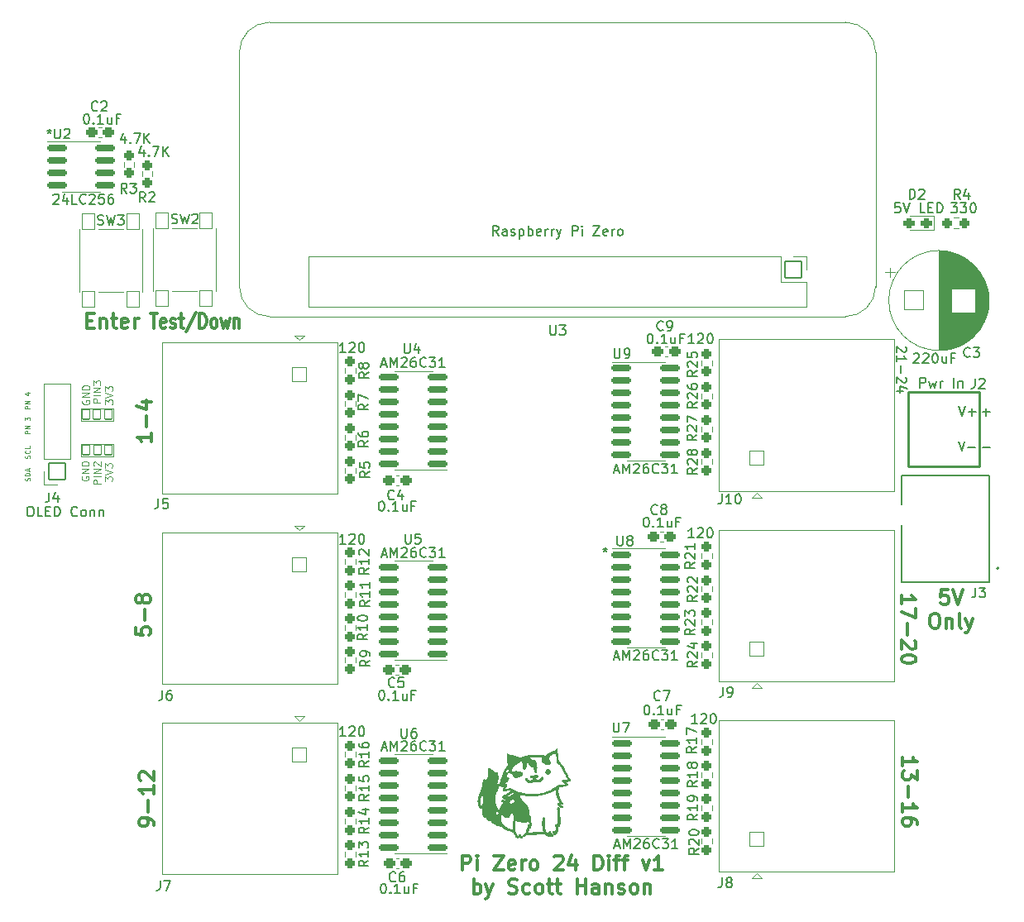
<source format=gbr>
%TF.GenerationSoftware,KiCad,Pcbnew,(6.0.7)*%
%TF.CreationDate,2022-09-14T00:34:43-04:00*%
%TF.ProjectId,Pi_Zero_24_Diff,50695f5a-6572-46f5-9f32-345f44696666,v1*%
%TF.SameCoordinates,Original*%
%TF.FileFunction,Legend,Top*%
%TF.FilePolarity,Positive*%
%FSLAX46Y46*%
G04 Gerber Fmt 4.6, Leading zero omitted, Abs format (unit mm)*
G04 Created by KiCad (PCBNEW (6.0.7)) date 2022-09-14 00:34:43*
%MOMM*%
%LPD*%
G01*
G04 APERTURE LIST*
G04 Aperture macros list*
%AMRoundRect*
0 Rectangle with rounded corners*
0 $1 Rounding radius*
0 $2 $3 $4 $5 $6 $7 $8 $9 X,Y pos of 4 corners*
0 Add a 4 corners polygon primitive as box body*
4,1,4,$2,$3,$4,$5,$6,$7,$8,$9,$2,$3,0*
0 Add four circle primitives for the rounded corners*
1,1,$1+$1,$2,$3*
1,1,$1+$1,$4,$5*
1,1,$1+$1,$6,$7*
1,1,$1+$1,$8,$9*
0 Add four rect primitives between the rounded corners*
20,1,$1+$1,$2,$3,$4,$5,0*
20,1,$1+$1,$4,$5,$6,$7,0*
20,1,$1+$1,$6,$7,$8,$9,0*
20,1,$1+$1,$8,$9,$2,$3,0*%
G04 Aperture macros list end*
%ADD10C,0.100000*%
%ADD11C,0.300000*%
%ADD12C,0.150000*%
%ADD13C,0.120000*%
%ADD14C,0.254000*%
%ADD15C,0.127000*%
%ADD16C,0.200000*%
%ADD17RoundRect,0.288500X0.300000X0.237500X-0.300000X0.237500X-0.300000X-0.237500X0.300000X-0.237500X0*%
%ADD18RoundRect,0.288500X0.237500X-0.250000X0.237500X0.250000X-0.237500X0.250000X-0.237500X-0.250000X0*%
%ADD19RoundRect,0.288500X-0.237500X0.250000X-0.237500X-0.250000X0.237500X-0.250000X0.237500X0.250000X0*%
%ADD20RoundRect,0.201000X-0.825000X-0.150000X0.825000X-0.150000X0.825000X0.150000X-0.825000X0.150000X0*%
%ADD21RoundRect,0.051000X-1.000000X-1.000000X1.000000X-1.000000X1.000000X1.000000X-1.000000X1.000000X0*%
%ADD22C,2.102000*%
%ADD23RoundRect,0.288500X0.287500X0.237500X-0.287500X0.237500X-0.287500X-0.237500X0.287500X-0.237500X0*%
%ADD24RoundRect,0.288500X0.250000X0.237500X-0.250000X0.237500X-0.250000X-0.237500X0.250000X-0.237500X0*%
%ADD25RoundRect,0.051000X0.850000X0.850000X-0.850000X0.850000X-0.850000X-0.850000X0.850000X-0.850000X0*%
%ADD26O,1.802000X1.802000*%
%ADD27C,3.402000*%
%ADD28RoundRect,0.051000X0.750000X-0.750000X0.750000X0.750000X-0.750000X0.750000X-0.750000X-0.750000X0*%
%ADD29C,1.602000*%
%ADD30C,2.006000*%
%ADD31RoundRect,0.051000X-0.650000X0.775000X-0.650000X-0.775000X0.650000X-0.775000X0.650000X0.775000X0*%
%ADD32C,3.802000*%
%ADD33RoundRect,0.051000X-0.750000X0.750000X-0.750000X-0.750000X0.750000X-0.750000X0.750000X0.750000X0*%
%ADD34RoundRect,0.201000X0.825000X0.150000X-0.825000X0.150000X-0.825000X-0.150000X0.825000X-0.150000X0*%
%ADD35O,4.502000X2.302000*%
%ADD36O,3.702000X1.902000*%
%ADD37O,3.118000X1.610000*%
%ADD38RoundRect,0.288500X-0.300000X-0.237500X0.300000X-0.237500X0.300000X0.237500X-0.300000X0.237500X0*%
%ADD39RoundRect,0.051000X0.350000X0.500000X-0.350000X0.500000X-0.350000X-0.500000X0.350000X-0.500000X0*%
%ADD40C,6.000000*%
%ADD41RoundRect,0.051000X0.850000X-0.850000X0.850000X0.850000X-0.850000X0.850000X-0.850000X-0.850000X0*%
G04 APERTURE END LIST*
D10*
X-98642210Y27329472D02*
X-99142210Y27329472D01*
X-99142210Y27519948D01*
X-99118400Y27567567D01*
X-99094591Y27591377D01*
X-99046972Y27615186D01*
X-98975543Y27615186D01*
X-98927924Y27591377D01*
X-98904115Y27567567D01*
X-98880305Y27519948D01*
X-98880305Y27329472D01*
X-98642210Y27829472D02*
X-99142210Y27829472D01*
X-98642210Y28115186D01*
X-99142210Y28115186D01*
X-99142210Y28686615D02*
X-99142210Y28996139D01*
X-98951734Y28829472D01*
X-98951734Y28900900D01*
X-98927924Y28948520D01*
X-98904115Y28972329D01*
X-98856496Y28996139D01*
X-98737448Y28996139D01*
X-98689829Y28972329D01*
X-98666020Y28948520D01*
X-98642210Y28900900D01*
X-98642210Y28758043D01*
X-98666020Y28710424D01*
X-98689829Y28686615D01*
X-98666020Y22493758D02*
X-98642210Y22565186D01*
X-98642210Y22684234D01*
X-98666020Y22731853D01*
X-98689829Y22755662D01*
X-98737448Y22779472D01*
X-98785067Y22779472D01*
X-98832686Y22755662D01*
X-98856496Y22731853D01*
X-98880305Y22684234D01*
X-98904115Y22588996D01*
X-98927924Y22541377D01*
X-98951734Y22517567D01*
X-98999353Y22493758D01*
X-99046972Y22493758D01*
X-99094591Y22517567D01*
X-99118400Y22541377D01*
X-99142210Y22588996D01*
X-99142210Y22708043D01*
X-99118400Y22779472D01*
X-98642210Y22993758D02*
X-99142210Y22993758D01*
X-99142210Y23112805D01*
X-99118400Y23184234D01*
X-99070781Y23231853D01*
X-99023162Y23255662D01*
X-98927924Y23279472D01*
X-98856496Y23279472D01*
X-98761258Y23255662D01*
X-98713639Y23231853D01*
X-98666020Y23184234D01*
X-98642210Y23112805D01*
X-98642210Y22993758D01*
X-98785067Y23469948D02*
X-98785067Y23708043D01*
X-98642210Y23422329D02*
X-99142210Y23588996D01*
X-98642210Y23755662D01*
X-98666020Y24805662D02*
X-98642210Y24877091D01*
X-98642210Y24996139D01*
X-98666020Y25043758D01*
X-98689829Y25067567D01*
X-98737448Y25091377D01*
X-98785067Y25091377D01*
X-98832686Y25067567D01*
X-98856496Y25043758D01*
X-98880305Y24996139D01*
X-98904115Y24900900D01*
X-98927924Y24853281D01*
X-98951734Y24829472D01*
X-98999353Y24805662D01*
X-99046972Y24805662D01*
X-99094591Y24829472D01*
X-99118400Y24853281D01*
X-99142210Y24900900D01*
X-99142210Y25019948D01*
X-99118400Y25091377D01*
X-98689829Y25591377D02*
X-98666020Y25567567D01*
X-98642210Y25496139D01*
X-98642210Y25448520D01*
X-98666020Y25377091D01*
X-98713639Y25329472D01*
X-98761258Y25305662D01*
X-98856496Y25281853D01*
X-98927924Y25281853D01*
X-99023162Y25305662D01*
X-99070781Y25329472D01*
X-99118400Y25377091D01*
X-99142210Y25448520D01*
X-99142210Y25496139D01*
X-99118400Y25567567D01*
X-99094591Y25591377D01*
X-98642210Y26043758D02*
X-98642210Y25805662D01*
X-99142210Y25805662D01*
X-98642210Y29879472D02*
X-99142210Y29879472D01*
X-99142210Y30069948D01*
X-99118400Y30117567D01*
X-99094591Y30141377D01*
X-99046972Y30165186D01*
X-98975543Y30165186D01*
X-98927924Y30141377D01*
X-98904115Y30117567D01*
X-98880305Y30069948D01*
X-98880305Y29879472D01*
X-98642210Y30379472D02*
X-99142210Y30379472D01*
X-98642210Y30665186D01*
X-99142210Y30665186D01*
X-98975543Y31498520D02*
X-98642210Y31498520D01*
X-99166020Y31379472D02*
X-98808877Y31260424D01*
X-98808877Y31569948D01*
D11*
X-92804115Y38908043D02*
X-92304115Y38908043D01*
X-92089829Y38122329D02*
X-92804115Y38122329D01*
X-92804115Y39622329D01*
X-92089829Y39622329D01*
X-91446972Y39122329D02*
X-91446972Y38122329D01*
X-91446972Y38979472D02*
X-91375543Y39050900D01*
X-91232686Y39122329D01*
X-91018400Y39122329D01*
X-90875543Y39050900D01*
X-90804115Y38908043D01*
X-90804115Y38122329D01*
X-90304115Y39122329D02*
X-89732686Y39122329D01*
X-90089829Y39622329D02*
X-90089829Y38336615D01*
X-90018400Y38193758D01*
X-89875543Y38122329D01*
X-89732686Y38122329D01*
X-88661258Y38193758D02*
X-88804115Y38122329D01*
X-89089829Y38122329D01*
X-89232686Y38193758D01*
X-89304115Y38336615D01*
X-89304115Y38908043D01*
X-89232686Y39050900D01*
X-89089829Y39122329D01*
X-88804115Y39122329D01*
X-88661258Y39050900D01*
X-88589829Y38908043D01*
X-88589829Y38765186D01*
X-89304115Y38622329D01*
X-87946972Y38122329D02*
X-87946972Y39122329D01*
X-87946972Y38836615D02*
X-87875543Y38979472D01*
X-87804115Y39050900D01*
X-87661258Y39122329D01*
X-87518400Y39122329D01*
D10*
X-93336400Y22929472D02*
X-93372115Y22858043D01*
X-93372115Y22750900D01*
X-93336400Y22643758D01*
X-93264972Y22572329D01*
X-93193543Y22536615D01*
X-93050686Y22500900D01*
X-92943543Y22500900D01*
X-92800686Y22536615D01*
X-92729258Y22572329D01*
X-92657829Y22643758D01*
X-92622115Y22750900D01*
X-92622115Y22822329D01*
X-92657829Y22929472D01*
X-92693543Y22965186D01*
X-92943543Y22965186D01*
X-92943543Y22822329D01*
X-92622115Y23286615D02*
X-93372115Y23286615D01*
X-92622115Y23715186D01*
X-93372115Y23715186D01*
X-92622115Y24072329D02*
X-93372115Y24072329D01*
X-93372115Y24250900D01*
X-93336400Y24358043D01*
X-93264972Y24429472D01*
X-93193543Y24465186D01*
X-93050686Y24500900D01*
X-92943543Y24500900D01*
X-92800686Y24465186D01*
X-92729258Y24429472D01*
X-92657829Y24358043D01*
X-92622115Y24250900D01*
X-92622115Y24072329D01*
D11*
X-87789829Y7465186D02*
X-87789829Y6750900D01*
X-87075543Y6679472D01*
X-87146972Y6750900D01*
X-87218400Y6893758D01*
X-87218400Y7250900D01*
X-87146972Y7393758D01*
X-87075543Y7465186D01*
X-86932686Y7536615D01*
X-86575543Y7536615D01*
X-86432686Y7465186D01*
X-86361258Y7393758D01*
X-86289829Y7250900D01*
X-86289829Y6893758D01*
X-86361258Y6750900D01*
X-86432686Y6679472D01*
X-86861258Y8179472D02*
X-86861258Y9322329D01*
X-87146972Y10250900D02*
X-87218400Y10108043D01*
X-87289829Y10036615D01*
X-87432686Y9965186D01*
X-87504115Y9965186D01*
X-87646972Y10036615D01*
X-87718400Y10108043D01*
X-87789829Y10250900D01*
X-87789829Y10536615D01*
X-87718400Y10679472D01*
X-87646972Y10750900D01*
X-87504115Y10822329D01*
X-87432686Y10822329D01*
X-87289829Y10750900D01*
X-87218400Y10679472D01*
X-87146972Y10536615D01*
X-87146972Y10250900D01*
X-87075543Y10108043D01*
X-87004115Y10036615D01*
X-86861258Y9965186D01*
X-86575543Y9965186D01*
X-86432686Y10036615D01*
X-86361258Y10108043D01*
X-86289829Y10250900D01*
X-86289829Y10536615D01*
X-86361258Y10679472D01*
X-86432686Y10750900D01*
X-86575543Y10822329D01*
X-86861258Y10822329D01*
X-87004115Y10750900D01*
X-87075543Y10679472D01*
X-87146972Y10536615D01*
X-86296972Y39622329D02*
X-85611258Y39622329D01*
X-85954115Y38122329D02*
X-85954115Y39622329D01*
X-84754115Y38193758D02*
X-84868400Y38122329D01*
X-85096972Y38122329D01*
X-85211258Y38193758D01*
X-85268400Y38336615D01*
X-85268400Y38908043D01*
X-85211258Y39050900D01*
X-85096972Y39122329D01*
X-84868400Y39122329D01*
X-84754115Y39050900D01*
X-84696972Y38908043D01*
X-84696972Y38765186D01*
X-85268400Y38622329D01*
X-84239829Y38193758D02*
X-84125543Y38122329D01*
X-83896972Y38122329D01*
X-83782686Y38193758D01*
X-83725543Y38336615D01*
X-83725543Y38408043D01*
X-83782686Y38550900D01*
X-83896972Y38622329D01*
X-84068400Y38622329D01*
X-84182686Y38693758D01*
X-84239829Y38836615D01*
X-84239829Y38908043D01*
X-84182686Y39050900D01*
X-84068400Y39122329D01*
X-83896972Y39122329D01*
X-83782686Y39050900D01*
X-83382686Y39122329D02*
X-82925543Y39122329D01*
X-83211258Y39622329D02*
X-83211258Y38336615D01*
X-83154115Y38193758D01*
X-83039829Y38122329D01*
X-82925543Y38122329D01*
X-81668400Y39693758D02*
X-82696972Y37765186D01*
X-81268400Y38122329D02*
X-81268400Y39622329D01*
X-80982686Y39622329D01*
X-80811258Y39550900D01*
X-80696972Y39408043D01*
X-80639829Y39265186D01*
X-80582686Y38979472D01*
X-80582686Y38765186D01*
X-80639829Y38479472D01*
X-80696972Y38336615D01*
X-80811258Y38193758D01*
X-80982686Y38122329D01*
X-81268400Y38122329D01*
X-79896972Y38122329D02*
X-80011258Y38193758D01*
X-80068400Y38265186D01*
X-80125543Y38408043D01*
X-80125543Y38836615D01*
X-80068400Y38979472D01*
X-80011258Y39050900D01*
X-79896972Y39122329D01*
X-79725543Y39122329D01*
X-79611258Y39050900D01*
X-79554115Y38979472D01*
X-79496972Y38836615D01*
X-79496972Y38408043D01*
X-79554115Y38265186D01*
X-79611258Y38193758D01*
X-79725543Y38122329D01*
X-79896972Y38122329D01*
X-79096972Y39122329D02*
X-78868400Y38122329D01*
X-78639829Y38836615D01*
X-78411258Y38122329D01*
X-78182686Y39122329D01*
X-77725543Y39122329D02*
X-77725543Y38122329D01*
X-77725543Y38979472D02*
X-77668400Y39050900D01*
X-77554115Y39122329D01*
X-77382686Y39122329D01*
X-77268400Y39050900D01*
X-77211258Y38908043D01*
X-77211258Y38122329D01*
D10*
X-90929115Y30322329D02*
X-90929115Y30786615D01*
X-90643400Y30536615D01*
X-90643400Y30643758D01*
X-90607686Y30715186D01*
X-90571972Y30750900D01*
X-90500543Y30786615D01*
X-90321972Y30786615D01*
X-90250543Y30750900D01*
X-90214829Y30715186D01*
X-90179115Y30643758D01*
X-90179115Y30429472D01*
X-90214829Y30358043D01*
X-90250543Y30322329D01*
X-90929115Y31000900D02*
X-90179115Y31250900D01*
X-90929115Y31500900D01*
X-90929115Y31679472D02*
X-90929115Y32143758D01*
X-90643400Y31893758D01*
X-90643400Y32000900D01*
X-90607686Y32072329D01*
X-90571972Y32108043D01*
X-90500543Y32143758D01*
X-90321972Y32143758D01*
X-90250543Y32108043D01*
X-90214829Y32072329D01*
X-90179115Y32000900D01*
X-90179115Y31786615D01*
X-90214829Y31715186D01*
X-90250543Y31679472D01*
D12*
X-3570781Y30148520D02*
X-3237448Y29148520D01*
X-2904115Y30148520D01*
X-2570781Y29529472D02*
X-1808877Y29529472D01*
X-2189829Y29148520D02*
X-2189829Y29910424D01*
X-1149353Y29529472D02*
X-387448Y29529472D01*
X-768400Y29148520D02*
X-768400Y29910424D01*
D11*
X-54382686Y-17370171D02*
X-54382686Y-15870171D01*
X-53811258Y-15870171D01*
X-53668400Y-15941600D01*
X-53596972Y-16013028D01*
X-53525543Y-16155885D01*
X-53525543Y-16370171D01*
X-53596972Y-16513028D01*
X-53668400Y-16584457D01*
X-53811258Y-16655885D01*
X-54382686Y-16655885D01*
X-52882686Y-17370171D02*
X-52882686Y-16370171D01*
X-52882686Y-15870171D02*
X-52954115Y-15941600D01*
X-52882686Y-16013028D01*
X-52811258Y-15941600D01*
X-52882686Y-15870171D01*
X-52882686Y-16013028D01*
X-51168400Y-15870171D02*
X-50168400Y-15870171D01*
X-51168400Y-17370171D01*
X-50168400Y-17370171D01*
X-49025543Y-17298742D02*
X-49168400Y-17370171D01*
X-49454115Y-17370171D01*
X-49596972Y-17298742D01*
X-49668400Y-17155885D01*
X-49668400Y-16584457D01*
X-49596972Y-16441600D01*
X-49454115Y-16370171D01*
X-49168400Y-16370171D01*
X-49025543Y-16441600D01*
X-48954115Y-16584457D01*
X-48954115Y-16727314D01*
X-49668400Y-16870171D01*
X-48311258Y-17370171D02*
X-48311258Y-16370171D01*
X-48311258Y-16655885D02*
X-48239829Y-16513028D01*
X-48168400Y-16441600D01*
X-48025543Y-16370171D01*
X-47882686Y-16370171D01*
X-47168400Y-17370171D02*
X-47311258Y-17298742D01*
X-47382686Y-17227314D01*
X-47454115Y-17084457D01*
X-47454115Y-16655885D01*
X-47382686Y-16513028D01*
X-47311258Y-16441600D01*
X-47168400Y-16370171D01*
X-46954115Y-16370171D01*
X-46811258Y-16441600D01*
X-46739829Y-16513028D01*
X-46668400Y-16655885D01*
X-46668400Y-17084457D01*
X-46739829Y-17227314D01*
X-46811258Y-17298742D01*
X-46954115Y-17370171D01*
X-47168400Y-17370171D01*
X-44954115Y-16013028D02*
X-44882686Y-15941600D01*
X-44739829Y-15870171D01*
X-44382686Y-15870171D01*
X-44239829Y-15941600D01*
X-44168400Y-16013028D01*
X-44096972Y-16155885D01*
X-44096972Y-16298742D01*
X-44168400Y-16513028D01*
X-45025543Y-17370171D01*
X-44096972Y-17370171D01*
X-42811258Y-16370171D02*
X-42811258Y-17370171D01*
X-43168400Y-15798742D02*
X-43525543Y-16870171D01*
X-42596972Y-16870171D01*
X-40882686Y-17370171D02*
X-40882686Y-15870171D01*
X-40525543Y-15870171D01*
X-40311258Y-15941600D01*
X-40168400Y-16084457D01*
X-40096972Y-16227314D01*
X-40025543Y-16513028D01*
X-40025543Y-16727314D01*
X-40096972Y-17013028D01*
X-40168400Y-17155885D01*
X-40311258Y-17298742D01*
X-40525543Y-17370171D01*
X-40882686Y-17370171D01*
X-39382686Y-17370171D02*
X-39382686Y-16370171D01*
X-39382686Y-15870171D02*
X-39454115Y-15941600D01*
X-39382686Y-16013028D01*
X-39311258Y-15941600D01*
X-39382686Y-15870171D01*
X-39382686Y-16013028D01*
X-38882686Y-16370171D02*
X-38311258Y-16370171D01*
X-38668400Y-17370171D02*
X-38668400Y-16084457D01*
X-38596972Y-15941600D01*
X-38454115Y-15870171D01*
X-38311258Y-15870171D01*
X-38025543Y-16370171D02*
X-37454115Y-16370171D01*
X-37811258Y-17370171D02*
X-37811258Y-16084457D01*
X-37739829Y-15941600D01*
X-37596972Y-15870171D01*
X-37454115Y-15870171D01*
X-35954115Y-16370171D02*
X-35596972Y-17370171D01*
X-35239829Y-16370171D01*
X-33882686Y-17370171D02*
X-34739829Y-17370171D01*
X-34311258Y-17370171D02*
X-34311258Y-15870171D01*
X-34454115Y-16084457D01*
X-34596972Y-16227314D01*
X-34739829Y-16298742D01*
X-53204115Y-19785171D02*
X-53204115Y-18285171D01*
X-53204115Y-18856600D02*
X-53061258Y-18785171D01*
X-52775543Y-18785171D01*
X-52632686Y-18856600D01*
X-52561258Y-18928028D01*
X-52489829Y-19070885D01*
X-52489829Y-19499457D01*
X-52561258Y-19642314D01*
X-52632686Y-19713742D01*
X-52775543Y-19785171D01*
X-53061258Y-19785171D01*
X-53204115Y-19713742D01*
X-51989829Y-18785171D02*
X-51632686Y-19785171D01*
X-51275543Y-18785171D02*
X-51632686Y-19785171D01*
X-51775543Y-20142314D01*
X-51846972Y-20213742D01*
X-51989829Y-20285171D01*
X-49632686Y-19713742D02*
X-49418400Y-19785171D01*
X-49061258Y-19785171D01*
X-48918400Y-19713742D01*
X-48846972Y-19642314D01*
X-48775543Y-19499457D01*
X-48775543Y-19356600D01*
X-48846972Y-19213742D01*
X-48918400Y-19142314D01*
X-49061258Y-19070885D01*
X-49346972Y-18999457D01*
X-49489829Y-18928028D01*
X-49561258Y-18856600D01*
X-49632686Y-18713742D01*
X-49632686Y-18570885D01*
X-49561258Y-18428028D01*
X-49489829Y-18356600D01*
X-49346972Y-18285171D01*
X-48989829Y-18285171D01*
X-48775543Y-18356600D01*
X-47489829Y-19713742D02*
X-47632686Y-19785171D01*
X-47918400Y-19785171D01*
X-48061258Y-19713742D01*
X-48132686Y-19642314D01*
X-48204115Y-19499457D01*
X-48204115Y-19070885D01*
X-48132686Y-18928028D01*
X-48061258Y-18856600D01*
X-47918400Y-18785171D01*
X-47632686Y-18785171D01*
X-47489829Y-18856600D01*
X-46632686Y-19785171D02*
X-46775543Y-19713742D01*
X-46846972Y-19642314D01*
X-46918400Y-19499457D01*
X-46918400Y-19070885D01*
X-46846972Y-18928028D01*
X-46775543Y-18856600D01*
X-46632686Y-18785171D01*
X-46418400Y-18785171D01*
X-46275543Y-18856600D01*
X-46204115Y-18928028D01*
X-46132686Y-19070885D01*
X-46132686Y-19499457D01*
X-46204115Y-19642314D01*
X-46275543Y-19713742D01*
X-46418400Y-19785171D01*
X-46632686Y-19785171D01*
X-45704115Y-18785171D02*
X-45132686Y-18785171D01*
X-45489829Y-18285171D02*
X-45489829Y-19570885D01*
X-45418400Y-19713742D01*
X-45275543Y-19785171D01*
X-45132686Y-19785171D01*
X-44846972Y-18785171D02*
X-44275543Y-18785171D01*
X-44632686Y-18285171D02*
X-44632686Y-19570885D01*
X-44561258Y-19713742D01*
X-44418400Y-19785171D01*
X-44275543Y-19785171D01*
X-42632686Y-19785171D02*
X-42632686Y-18285171D01*
X-42632686Y-18999457D02*
X-41775543Y-18999457D01*
X-41775543Y-19785171D02*
X-41775543Y-18285171D01*
X-40418400Y-19785171D02*
X-40418400Y-18999457D01*
X-40489829Y-18856600D01*
X-40632686Y-18785171D01*
X-40918400Y-18785171D01*
X-41061258Y-18856600D01*
X-40418400Y-19713742D02*
X-40561258Y-19785171D01*
X-40918400Y-19785171D01*
X-41061258Y-19713742D01*
X-41132686Y-19570885D01*
X-41132686Y-19428028D01*
X-41061258Y-19285171D01*
X-40918400Y-19213742D01*
X-40561258Y-19213742D01*
X-40418400Y-19142314D01*
X-39704115Y-18785171D02*
X-39704115Y-19785171D01*
X-39704115Y-18928028D02*
X-39632686Y-18856600D01*
X-39489829Y-18785171D01*
X-39275543Y-18785171D01*
X-39132686Y-18856600D01*
X-39061258Y-18999457D01*
X-39061258Y-19785171D01*
X-38418400Y-19713742D02*
X-38275543Y-19785171D01*
X-37989829Y-19785171D01*
X-37846972Y-19713742D01*
X-37775543Y-19570885D01*
X-37775543Y-19499457D01*
X-37846972Y-19356600D01*
X-37989829Y-19285171D01*
X-38204115Y-19285171D01*
X-38346972Y-19213742D01*
X-38418400Y-19070885D01*
X-38418400Y-18999457D01*
X-38346972Y-18856600D01*
X-38204115Y-18785171D01*
X-37989829Y-18785171D01*
X-37846972Y-18856600D01*
X-36918400Y-19785171D02*
X-37061258Y-19713742D01*
X-37132686Y-19642314D01*
X-37204115Y-19499457D01*
X-37204115Y-19070885D01*
X-37132686Y-18928028D01*
X-37061258Y-18856600D01*
X-36918400Y-18785171D01*
X-36704115Y-18785171D01*
X-36561258Y-18856600D01*
X-36489829Y-18928028D01*
X-36418400Y-19070885D01*
X-36418400Y-19499457D01*
X-36489829Y-19642314D01*
X-36561258Y-19713742D01*
X-36704115Y-19785171D01*
X-36918400Y-19785171D01*
X-35775543Y-18785171D02*
X-35775543Y-19785171D01*
X-35775543Y-18928028D02*
X-35704115Y-18856600D01*
X-35561258Y-18785171D01*
X-35346972Y-18785171D01*
X-35204115Y-18856600D01*
X-35132686Y-18999457D01*
X-35132686Y-19785171D01*
D10*
X-93273400Y30719472D02*
X-93309115Y30648043D01*
X-93309115Y30540900D01*
X-93273400Y30433758D01*
X-93201972Y30362329D01*
X-93130543Y30326615D01*
X-92987686Y30290900D01*
X-92880543Y30290900D01*
X-92737686Y30326615D01*
X-92666258Y30362329D01*
X-92594829Y30433758D01*
X-92559115Y30540900D01*
X-92559115Y30612329D01*
X-92594829Y30719472D01*
X-92630543Y30755186D01*
X-92880543Y30755186D01*
X-92880543Y30612329D01*
X-92559115Y31076615D02*
X-93309115Y31076615D01*
X-92559115Y31505186D01*
X-93309115Y31505186D01*
X-92559115Y31862329D02*
X-93309115Y31862329D01*
X-93309115Y32040900D01*
X-93273400Y32148043D01*
X-93201972Y32219472D01*
X-93130543Y32255186D01*
X-92987686Y32290900D01*
X-92880543Y32290900D01*
X-92737686Y32255186D01*
X-92666258Y32219472D01*
X-92594829Y32148043D01*
X-92559115Y32040900D01*
X-92559115Y31862329D01*
D12*
X-9016020Y36234234D02*
X-8968400Y36186615D01*
X-8920781Y36091377D01*
X-8920781Y35853281D01*
X-8968400Y35758043D01*
X-9016020Y35710424D01*
X-9111258Y35662805D01*
X-9206496Y35662805D01*
X-9349353Y35710424D01*
X-9920781Y36281853D01*
X-9920781Y35662805D01*
X-9920781Y34710424D02*
X-9920781Y35281853D01*
X-9920781Y34996139D02*
X-8920781Y34996139D01*
X-9063639Y35091377D01*
X-9158877Y35186615D01*
X-9206496Y35281853D01*
X-9539829Y34281853D02*
X-9539829Y33519948D01*
X-9016020Y33091377D02*
X-8968400Y33043758D01*
X-8920781Y32948520D01*
X-8920781Y32710424D01*
X-8968400Y32615186D01*
X-9016020Y32567567D01*
X-9111258Y32519948D01*
X-9206496Y32519948D01*
X-9349353Y32567567D01*
X-9920781Y33138996D01*
X-9920781Y32519948D01*
X-9254115Y31662805D02*
X-9920781Y31662805D01*
X-8873162Y31900900D02*
X-9587448Y32138996D01*
X-9587448Y31519948D01*
D11*
X-9346972Y-6706242D02*
X-9346972Y-5849100D01*
X-9346972Y-6277671D02*
X-7846972Y-6277671D01*
X-8061258Y-6134814D01*
X-8204115Y-5991957D01*
X-8275543Y-5849100D01*
X-7846972Y-7206242D02*
X-7846972Y-8134814D01*
X-8418400Y-7634814D01*
X-8418400Y-7849100D01*
X-8489829Y-7991957D01*
X-8561258Y-8063385D01*
X-8704115Y-8134814D01*
X-9061258Y-8134814D01*
X-9204115Y-8063385D01*
X-9275543Y-7991957D01*
X-9346972Y-7849100D01*
X-9346972Y-7420528D01*
X-9275543Y-7277671D01*
X-9204115Y-7206242D01*
X-8775543Y-8777671D02*
X-8775543Y-9920528D01*
X-9346972Y-11420528D02*
X-9346972Y-10563385D01*
X-9346972Y-10991957D02*
X-7846972Y-10991957D01*
X-8061258Y-10849100D01*
X-8204115Y-10706242D01*
X-8275543Y-10563385D01*
X-7846972Y-12706242D02*
X-7846972Y-12420528D01*
X-7918400Y-12277671D01*
X-7989829Y-12206242D01*
X-8204115Y-12063385D01*
X-8489829Y-11991957D01*
X-9061258Y-11991957D01*
X-9204115Y-12063385D01*
X-9275543Y-12134814D01*
X-9346972Y-12277671D01*
X-9346972Y-12563385D01*
X-9275543Y-12706242D01*
X-9204115Y-12777671D01*
X-9061258Y-12849100D01*
X-8704115Y-12849100D01*
X-8561258Y-12777671D01*
X-8489829Y-12706242D01*
X-8418400Y-12563385D01*
X-8418400Y-12277671D01*
X-8489829Y-12134814D01*
X-8561258Y-12063385D01*
X-8704115Y-11991957D01*
X-86189829Y27386615D02*
X-86189829Y26529472D01*
X-86189829Y26958043D02*
X-87689829Y26958043D01*
X-87475543Y26815186D01*
X-87332686Y26672329D01*
X-87261258Y26529472D01*
X-86761258Y28029472D02*
X-86761258Y29172329D01*
X-87189829Y30529472D02*
X-86189829Y30529472D01*
X-87761258Y30172329D02*
X-86689829Y29815186D01*
X-86689829Y30743758D01*
D12*
X-3620781Y26548520D02*
X-3287448Y25548520D01*
X-2954115Y26548520D01*
X-2620781Y25929472D02*
X-1858877Y25929472D01*
D11*
X-9446972Y9943758D02*
X-9446972Y10800900D01*
X-9446972Y10372329D02*
X-7946972Y10372329D01*
X-8161258Y10515186D01*
X-8304115Y10658043D01*
X-8375543Y10800900D01*
X-7946972Y9443758D02*
X-7946972Y8443758D01*
X-9446972Y9086615D01*
X-8875543Y7872329D02*
X-8875543Y6729472D01*
X-8089829Y6086615D02*
X-8018400Y6015186D01*
X-7946972Y5872329D01*
X-7946972Y5515186D01*
X-8018400Y5372329D01*
X-8089829Y5300900D01*
X-8232686Y5229472D01*
X-8375543Y5229472D01*
X-8589829Y5300900D01*
X-9446972Y6158043D01*
X-9446972Y5229472D01*
X-7946972Y4300900D02*
X-7946972Y4158043D01*
X-8018400Y4015186D01*
X-8089829Y3943758D01*
X-8232686Y3872329D01*
X-8518400Y3800900D01*
X-8875543Y3800900D01*
X-9161258Y3872329D01*
X-9304115Y3943758D01*
X-9375543Y4015186D01*
X-9446972Y4158043D01*
X-9446972Y4300900D01*
X-9375543Y4443758D01*
X-9304115Y4515186D01*
X-9161258Y4586615D01*
X-8875543Y4658043D01*
X-8518400Y4658043D01*
X-8232686Y4586615D01*
X-8089829Y4515186D01*
X-8018400Y4443758D01*
X-7946972Y4300900D01*
X-4654115Y11329829D02*
X-5368400Y11329829D01*
X-5439829Y10615543D01*
X-5368400Y10686972D01*
X-5225543Y10758400D01*
X-4868400Y10758400D01*
X-4725543Y10686972D01*
X-4654115Y10615543D01*
X-4582686Y10472686D01*
X-4582686Y10115543D01*
X-4654115Y9972686D01*
X-4725543Y9901258D01*
X-4868400Y9829829D01*
X-5225543Y9829829D01*
X-5368400Y9901258D01*
X-5439829Y9972686D01*
X-4154115Y11329829D02*
X-3654115Y9829829D01*
X-3154115Y11329829D01*
X-6154115Y8914829D02*
X-5868400Y8914829D01*
X-5725543Y8843400D01*
X-5582686Y8700543D01*
X-5511258Y8414829D01*
X-5511258Y7914829D01*
X-5582686Y7629115D01*
X-5725543Y7486258D01*
X-5868400Y7414829D01*
X-6154115Y7414829D01*
X-6296972Y7486258D01*
X-6439829Y7629115D01*
X-6511258Y7914829D01*
X-6511258Y8414829D01*
X-6439829Y8700543D01*
X-6296972Y8843400D01*
X-6154115Y8914829D01*
X-4868400Y8414829D02*
X-4868400Y7414829D01*
X-4868400Y8271972D02*
X-4796972Y8343400D01*
X-4654115Y8414829D01*
X-4439829Y8414829D01*
X-4296972Y8343400D01*
X-4225543Y8200543D01*
X-4225543Y7414829D01*
X-3296972Y7414829D02*
X-3439829Y7486258D01*
X-3511258Y7629115D01*
X-3511258Y8914829D01*
X-2868400Y8414829D02*
X-2511258Y7414829D01*
X-2154115Y8414829D02*
X-2511258Y7414829D01*
X-2654115Y7057686D01*
X-2725543Y6986258D01*
X-2868400Y6914829D01*
X-85989829Y-12741957D02*
X-85989829Y-12456242D01*
X-86061258Y-12313385D01*
X-86132686Y-12241957D01*
X-86346972Y-12099100D01*
X-86632686Y-12027671D01*
X-87204115Y-12027671D01*
X-87346972Y-12099100D01*
X-87418400Y-12170528D01*
X-87489829Y-12313385D01*
X-87489829Y-12599100D01*
X-87418400Y-12741957D01*
X-87346972Y-12813385D01*
X-87204115Y-12884814D01*
X-86846972Y-12884814D01*
X-86704115Y-12813385D01*
X-86632686Y-12741957D01*
X-86561258Y-12599100D01*
X-86561258Y-12313385D01*
X-86632686Y-12170528D01*
X-86704115Y-12099100D01*
X-86846972Y-12027671D01*
X-86561258Y-11384814D02*
X-86561258Y-10241957D01*
X-85989829Y-8741957D02*
X-85989829Y-9599100D01*
X-85989829Y-9170528D02*
X-87489829Y-9170528D01*
X-87275543Y-9313385D01*
X-87132686Y-9456242D01*
X-87061258Y-9599100D01*
X-87346972Y-8170528D02*
X-87418400Y-8099100D01*
X-87489829Y-7956242D01*
X-87489829Y-7599100D01*
X-87418400Y-7456242D01*
X-87346972Y-7384814D01*
X-87204115Y-7313385D01*
X-87061258Y-7313385D01*
X-86846972Y-7384814D01*
X-85989829Y-8241957D01*
X-85989829Y-7313385D01*
D10*
X-90972115Y22472329D02*
X-90972115Y22936615D01*
X-90686400Y22686615D01*
X-90686400Y22793758D01*
X-90650686Y22865186D01*
X-90614972Y22900900D01*
X-90543543Y22936615D01*
X-90364972Y22936615D01*
X-90293543Y22900900D01*
X-90257829Y22865186D01*
X-90222115Y22793758D01*
X-90222115Y22579472D01*
X-90257829Y22508043D01*
X-90293543Y22472329D01*
X-90972115Y23150900D02*
X-90222115Y23400900D01*
X-90972115Y23650900D01*
X-90972115Y23829472D02*
X-90972115Y24293758D01*
X-90686400Y24043758D01*
X-90686400Y24150900D01*
X-90650686Y24222329D01*
X-90614972Y24258043D01*
X-90543543Y24293758D01*
X-90364972Y24293758D01*
X-90293543Y24258043D01*
X-90257829Y24222329D01*
X-90222115Y24150900D01*
X-90222115Y23936615D01*
X-90257829Y23865186D01*
X-90293543Y23829472D01*
D12*
X-1149353Y25929472D02*
X-387448Y25929472D01*
%TO.C,C9*%
X-33835067Y37943758D02*
X-33882686Y37896139D01*
X-34025543Y37848520D01*
X-34120781Y37848520D01*
X-34263639Y37896139D01*
X-34358877Y37991377D01*
X-34406496Y38086615D01*
X-34454115Y38277091D01*
X-34454115Y38419948D01*
X-34406496Y38610424D01*
X-34358877Y38705662D01*
X-34263639Y38800900D01*
X-34120781Y38848520D01*
X-34025543Y38848520D01*
X-33882686Y38800900D01*
X-33835067Y38753281D01*
X-33358877Y37848520D02*
X-33168400Y37848520D01*
X-33073162Y37896139D01*
X-33025543Y37943758D01*
X-32930305Y38086615D01*
X-32882686Y38277091D01*
X-32882686Y38658043D01*
X-32930305Y38753281D01*
X-32977924Y38800900D01*
X-33073162Y38848520D01*
X-33263639Y38848520D01*
X-33358877Y38800900D01*
X-33406496Y38753281D01*
X-33454115Y38658043D01*
X-33454115Y38419948D01*
X-33406496Y38324710D01*
X-33358877Y38277091D01*
X-33263639Y38229472D01*
X-33073162Y38229472D01*
X-32977924Y38277091D01*
X-32930305Y38324710D01*
X-32882686Y38419948D01*
X-35211258Y37548520D02*
X-35116020Y37548520D01*
X-35020781Y37500900D01*
X-34973162Y37453281D01*
X-34925543Y37358043D01*
X-34877924Y37167567D01*
X-34877924Y36929472D01*
X-34925543Y36738996D01*
X-34973162Y36643758D01*
X-35020781Y36596139D01*
X-35116020Y36548520D01*
X-35211258Y36548520D01*
X-35306496Y36596139D01*
X-35354115Y36643758D01*
X-35401734Y36738996D01*
X-35449353Y36929472D01*
X-35449353Y37167567D01*
X-35401734Y37358043D01*
X-35354115Y37453281D01*
X-35306496Y37500900D01*
X-35211258Y37548520D01*
X-34449353Y36643758D02*
X-34401734Y36596139D01*
X-34449353Y36548520D01*
X-34496972Y36596139D01*
X-34449353Y36643758D01*
X-34449353Y36548520D01*
X-33449353Y36548520D02*
X-34020781Y36548520D01*
X-33735067Y36548520D02*
X-33735067Y37548520D01*
X-33830305Y37405662D01*
X-33925543Y37310424D01*
X-34020781Y37262805D01*
X-32592210Y37215186D02*
X-32592210Y36548520D01*
X-33020781Y37215186D02*
X-33020781Y36691377D01*
X-32973162Y36596139D01*
X-32877924Y36548520D01*
X-32735067Y36548520D01*
X-32639829Y36596139D01*
X-32592210Y36643758D01*
X-31782686Y37072329D02*
X-32116020Y37072329D01*
X-32116020Y36548520D02*
X-32116020Y37548520D01*
X-31639829Y37548520D01*
%TO.C,R28*%
X-30346020Y23795543D02*
X-30822210Y23462210D01*
X-30346020Y23224115D02*
X-31346020Y23224115D01*
X-31346020Y23605067D01*
X-31298400Y23700305D01*
X-31250781Y23747924D01*
X-31155543Y23795543D01*
X-31012686Y23795543D01*
X-30917448Y23747924D01*
X-30869829Y23700305D01*
X-30822210Y23605067D01*
X-30822210Y23224115D01*
X-31250781Y24176496D02*
X-31298400Y24224115D01*
X-31346020Y24319353D01*
X-31346020Y24557448D01*
X-31298400Y24652686D01*
X-31250781Y24700305D01*
X-31155543Y24747924D01*
X-31060305Y24747924D01*
X-30917448Y24700305D01*
X-30346020Y24128877D01*
X-30346020Y24747924D01*
X-30917448Y25319353D02*
X-30965067Y25224115D01*
X-31012686Y25176496D01*
X-31107924Y25128877D01*
X-31155543Y25128877D01*
X-31250781Y25176496D01*
X-31298400Y25224115D01*
X-31346020Y25319353D01*
X-31346020Y25509829D01*
X-31298400Y25605067D01*
X-31250781Y25652686D01*
X-31155543Y25700305D01*
X-31107924Y25700305D01*
X-31012686Y25652686D01*
X-30965067Y25605067D01*
X-30917448Y25509829D01*
X-30917448Y25319353D01*
X-30869829Y25224115D01*
X-30822210Y25176496D01*
X-30726972Y25128877D01*
X-30536496Y25128877D01*
X-30441258Y25176496D01*
X-30393639Y25224115D01*
X-30346020Y25319353D01*
X-30346020Y25509829D01*
X-30393639Y25605067D01*
X-30441258Y25652686D01*
X-30536496Y25700305D01*
X-30726972Y25700305D01*
X-30822210Y25652686D01*
X-30869829Y25605067D01*
X-30917448Y25509829D01*
%TO.C,R25*%
X-30341020Y33770543D02*
X-30817210Y33437210D01*
X-30341020Y33199115D02*
X-31341020Y33199115D01*
X-31341020Y33580067D01*
X-31293400Y33675305D01*
X-31245781Y33722924D01*
X-31150543Y33770543D01*
X-31007686Y33770543D01*
X-30912448Y33722924D01*
X-30864829Y33675305D01*
X-30817210Y33580067D01*
X-30817210Y33199115D01*
X-31245781Y34151496D02*
X-31293400Y34199115D01*
X-31341020Y34294353D01*
X-31341020Y34532448D01*
X-31293400Y34627686D01*
X-31245781Y34675305D01*
X-31150543Y34722924D01*
X-31055305Y34722924D01*
X-30912448Y34675305D01*
X-30341020Y34103877D01*
X-30341020Y34722924D01*
X-31341020Y35627686D02*
X-31341020Y35151496D01*
X-30864829Y35103877D01*
X-30912448Y35151496D01*
X-30960067Y35246734D01*
X-30960067Y35484829D01*
X-30912448Y35580067D01*
X-30864829Y35627686D01*
X-30769591Y35675305D01*
X-30531496Y35675305D01*
X-30436258Y35627686D01*
X-30388639Y35580067D01*
X-30341020Y35484829D01*
X-30341020Y35246734D01*
X-30388639Y35151496D01*
X-30436258Y35103877D01*
X-30660067Y36561020D02*
X-31231496Y36561020D01*
X-30945781Y36561020D02*
X-30945781Y37561020D01*
X-31041020Y37418162D01*
X-31136258Y37322924D01*
X-31231496Y37275305D01*
X-30279115Y37465781D02*
X-30231496Y37513400D01*
X-30136258Y37561020D01*
X-29898162Y37561020D01*
X-29802924Y37513400D01*
X-29755305Y37465781D01*
X-29707686Y37370543D01*
X-29707686Y37275305D01*
X-29755305Y37132448D01*
X-30326734Y36561020D01*
X-29707686Y36561020D01*
X-29088639Y37561020D02*
X-28993400Y37561020D01*
X-28898162Y37513400D01*
X-28850543Y37465781D01*
X-28802924Y37370543D01*
X-28755305Y37180067D01*
X-28755305Y36941972D01*
X-28802924Y36751496D01*
X-28850543Y36656258D01*
X-28898162Y36608639D01*
X-28993400Y36561020D01*
X-29088639Y36561020D01*
X-29183877Y36608639D01*
X-29231496Y36656258D01*
X-29279115Y36751496D01*
X-29326734Y36941972D01*
X-29326734Y37180067D01*
X-29279115Y37370543D01*
X-29231496Y37465781D01*
X-29183877Y37513400D01*
X-29088639Y37561020D01*
%TO.C,C2*%
X-91735067Y60443758D02*
X-91782686Y60396139D01*
X-91925543Y60348520D01*
X-92020781Y60348520D01*
X-92163639Y60396139D01*
X-92258877Y60491377D01*
X-92306496Y60586615D01*
X-92354115Y60777091D01*
X-92354115Y60919948D01*
X-92306496Y61110424D01*
X-92258877Y61205662D01*
X-92163639Y61300900D01*
X-92020781Y61348520D01*
X-91925543Y61348520D01*
X-91782686Y61300900D01*
X-91735067Y61253281D01*
X-91354115Y61253281D02*
X-91306496Y61300900D01*
X-91211258Y61348520D01*
X-90973162Y61348520D01*
X-90877924Y61300900D01*
X-90830305Y61253281D01*
X-90782686Y61158043D01*
X-90782686Y61062805D01*
X-90830305Y60919948D01*
X-91401734Y60348520D01*
X-90782686Y60348520D01*
X-92911258Y60048520D02*
X-92816020Y60048520D01*
X-92720781Y60000900D01*
X-92673162Y59953281D01*
X-92625543Y59858043D01*
X-92577924Y59667567D01*
X-92577924Y59429472D01*
X-92625543Y59238996D01*
X-92673162Y59143758D01*
X-92720781Y59096139D01*
X-92816020Y59048520D01*
X-92911258Y59048520D01*
X-93006496Y59096139D01*
X-93054115Y59143758D01*
X-93101734Y59238996D01*
X-93149353Y59429472D01*
X-93149353Y59667567D01*
X-93101734Y59858043D01*
X-93054115Y59953281D01*
X-93006496Y60000900D01*
X-92911258Y60048520D01*
X-92149353Y59143758D02*
X-92101734Y59096139D01*
X-92149353Y59048520D01*
X-92196972Y59096139D01*
X-92149353Y59143758D01*
X-92149353Y59048520D01*
X-91149353Y59048520D02*
X-91720781Y59048520D01*
X-91435067Y59048520D02*
X-91435067Y60048520D01*
X-91530305Y59905662D01*
X-91625543Y59810424D01*
X-91720781Y59762805D01*
X-90292210Y59715186D02*
X-90292210Y59048520D01*
X-90720781Y59715186D02*
X-90720781Y59191377D01*
X-90673162Y59096139D01*
X-90577924Y59048520D01*
X-90435067Y59048520D01*
X-90339829Y59096139D01*
X-90292210Y59143758D01*
X-89482686Y59572329D02*
X-89816020Y59572329D01*
X-89816020Y59048520D02*
X-89816020Y60048520D01*
X-89339829Y60048520D01*
%TO.C,R3*%
X-88735067Y51948520D02*
X-89068400Y52424710D01*
X-89306496Y51948520D02*
X-89306496Y52948520D01*
X-88925543Y52948520D01*
X-88830305Y52900900D01*
X-88782686Y52853281D01*
X-88735067Y52758043D01*
X-88735067Y52615186D01*
X-88782686Y52519948D01*
X-88830305Y52472329D01*
X-88925543Y52424710D01*
X-89306496Y52424710D01*
X-88401734Y52948520D02*
X-87782686Y52948520D01*
X-88116020Y52567567D01*
X-87973162Y52567567D01*
X-87877924Y52519948D01*
X-87830305Y52472329D01*
X-87782686Y52377091D01*
X-87782686Y52138996D01*
X-87830305Y52043758D01*
X-87877924Y51996139D01*
X-87973162Y51948520D01*
X-88258877Y51948520D01*
X-88354115Y51996139D01*
X-88401734Y52043758D01*
X-88892210Y57715186D02*
X-88892210Y57048520D01*
X-89130305Y58096139D02*
X-89368400Y57381853D01*
X-88749353Y57381853D01*
X-88368400Y57143758D02*
X-88320781Y57096139D01*
X-88368400Y57048520D01*
X-88416020Y57096139D01*
X-88368400Y57143758D01*
X-88368400Y57048520D01*
X-87987448Y58048520D02*
X-87320781Y58048520D01*
X-87749353Y57048520D01*
X-86939829Y57048520D02*
X-86939829Y58048520D01*
X-86368400Y57048520D02*
X-86796972Y57619948D01*
X-86368400Y58048520D02*
X-86939829Y57477091D01*
%TO.C,U2*%
X-96130305Y58548520D02*
X-96130305Y57738996D01*
X-96082686Y57643758D01*
X-96035067Y57596139D01*
X-95939829Y57548520D01*
X-95749353Y57548520D01*
X-95654115Y57596139D01*
X-95606496Y57643758D01*
X-95558877Y57738996D01*
X-95558877Y58548520D01*
X-95130305Y58453281D02*
X-95082686Y58500900D01*
X-94987448Y58548520D01*
X-94749353Y58548520D01*
X-94654115Y58500900D01*
X-94606496Y58453281D01*
X-94558877Y58358043D01*
X-94558877Y58262805D01*
X-94606496Y58119948D01*
X-95177924Y57548520D01*
X-94558877Y57548520D01*
X-96263639Y51753281D02*
X-96216020Y51800900D01*
X-96120781Y51848520D01*
X-95882686Y51848520D01*
X-95787448Y51800900D01*
X-95739829Y51753281D01*
X-95692210Y51658043D01*
X-95692210Y51562805D01*
X-95739829Y51419948D01*
X-96311258Y50848520D01*
X-95692210Y50848520D01*
X-94835067Y51515186D02*
X-94835067Y50848520D01*
X-95073162Y51896139D02*
X-95311258Y51181853D01*
X-94692210Y51181853D01*
X-93835067Y50848520D02*
X-94311258Y50848520D01*
X-94311258Y51848520D01*
X-92930305Y50943758D02*
X-92977924Y50896139D01*
X-93120781Y50848520D01*
X-93216020Y50848520D01*
X-93358877Y50896139D01*
X-93454115Y50991377D01*
X-93501734Y51086615D01*
X-93549353Y51277091D01*
X-93549353Y51419948D01*
X-93501734Y51610424D01*
X-93454115Y51705662D01*
X-93358877Y51800900D01*
X-93216020Y51848520D01*
X-93120781Y51848520D01*
X-92977924Y51800900D01*
X-92930305Y51753281D01*
X-92549353Y51753281D02*
X-92501734Y51800900D01*
X-92406496Y51848520D01*
X-92168400Y51848520D01*
X-92073162Y51800900D01*
X-92025543Y51753281D01*
X-91977924Y51658043D01*
X-91977924Y51562805D01*
X-92025543Y51419948D01*
X-92596972Y50848520D01*
X-91977924Y50848520D01*
X-91073162Y51848520D02*
X-91549353Y51848520D01*
X-91596972Y51372329D01*
X-91549353Y51419948D01*
X-91454115Y51467567D01*
X-91216020Y51467567D01*
X-91120781Y51419948D01*
X-91073162Y51372329D01*
X-91025543Y51277091D01*
X-91025543Y51038996D01*
X-91073162Y50943758D01*
X-91120781Y50896139D01*
X-91216020Y50848520D01*
X-91454115Y50848520D01*
X-91549353Y50896139D01*
X-91596972Y50943758D01*
X-90168400Y51848520D02*
X-90358877Y51848520D01*
X-90454115Y51800900D01*
X-90501734Y51753281D01*
X-90596972Y51610424D01*
X-90644591Y51419948D01*
X-90644591Y51038996D01*
X-90596972Y50943758D01*
X-90549353Y50896139D01*
X-90454115Y50848520D01*
X-90263639Y50848520D01*
X-90168400Y50896139D01*
X-90120781Y50943758D01*
X-90073162Y51038996D01*
X-90073162Y51277091D01*
X-90120781Y51372329D01*
X-90168400Y51419948D01*
X-90263639Y51467567D01*
X-90454115Y51467567D01*
X-90549353Y51419948D01*
X-90596972Y51372329D01*
X-90644591Y51277091D01*
X-96668400Y58478520D02*
X-96668400Y58240424D01*
X-96906496Y58335662D02*
X-96668400Y58240424D01*
X-96430305Y58335662D01*
X-96811258Y58049948D02*
X-96668400Y58240424D01*
X-96525543Y58049948D01*
%TO.C,R2*%
X-86835067Y51048520D02*
X-87168400Y51524710D01*
X-87406496Y51048520D02*
X-87406496Y52048520D01*
X-87025543Y52048520D01*
X-86930305Y52000900D01*
X-86882686Y51953281D01*
X-86835067Y51858043D01*
X-86835067Y51715186D01*
X-86882686Y51619948D01*
X-86930305Y51572329D01*
X-87025543Y51524710D01*
X-87406496Y51524710D01*
X-86454115Y51953281D02*
X-86406496Y52000900D01*
X-86311258Y52048520D01*
X-86073162Y52048520D01*
X-85977924Y52000900D01*
X-85930305Y51953281D01*
X-85882686Y51858043D01*
X-85882686Y51762805D01*
X-85930305Y51619948D01*
X-86501734Y51048520D01*
X-85882686Y51048520D01*
X-86992210Y56415186D02*
X-86992210Y55748520D01*
X-87230305Y56796139D02*
X-87468400Y56081853D01*
X-86849353Y56081853D01*
X-86468400Y55843758D02*
X-86420781Y55796139D01*
X-86468400Y55748520D01*
X-86516020Y55796139D01*
X-86468400Y55843758D01*
X-86468400Y55748520D01*
X-86087448Y56748520D02*
X-85420781Y56748520D01*
X-85849353Y55748520D01*
X-85039829Y55748520D02*
X-85039829Y56748520D01*
X-84468400Y55748520D02*
X-84896972Y56319948D01*
X-84468400Y56748520D02*
X-85039829Y56177091D01*
%TO.C,C3*%
X-2435067Y35243758D02*
X-2482686Y35196139D01*
X-2625543Y35148520D01*
X-2720781Y35148520D01*
X-2863639Y35196139D01*
X-2958877Y35291377D01*
X-3006496Y35386615D01*
X-3054115Y35577091D01*
X-3054115Y35719948D01*
X-3006496Y35910424D01*
X-2958877Y36005662D01*
X-2863639Y36100900D01*
X-2720781Y36148520D01*
X-2625543Y36148520D01*
X-2482686Y36100900D01*
X-2435067Y36053281D01*
X-2101734Y36148520D02*
X-1482686Y36148520D01*
X-1816020Y35767567D01*
X-1673162Y35767567D01*
X-1577924Y35719948D01*
X-1530305Y35672329D01*
X-1482686Y35577091D01*
X-1482686Y35338996D01*
X-1530305Y35243758D01*
X-1577924Y35196139D01*
X-1673162Y35148520D01*
X-1958877Y35148520D01*
X-2054115Y35196139D01*
X-2101734Y35243758D01*
X-8187448Y35453281D02*
X-8139829Y35500900D01*
X-8044591Y35548520D01*
X-7806496Y35548520D01*
X-7711258Y35500900D01*
X-7663639Y35453281D01*
X-7616020Y35358043D01*
X-7616020Y35262805D01*
X-7663639Y35119948D01*
X-8235067Y34548520D01*
X-7616020Y34548520D01*
X-7235067Y35453281D02*
X-7187448Y35500900D01*
X-7092210Y35548520D01*
X-6854115Y35548520D01*
X-6758877Y35500900D01*
X-6711258Y35453281D01*
X-6663639Y35358043D01*
X-6663639Y35262805D01*
X-6711258Y35119948D01*
X-7282686Y34548520D01*
X-6663639Y34548520D01*
X-6044591Y35548520D02*
X-5949353Y35548520D01*
X-5854115Y35500900D01*
X-5806496Y35453281D01*
X-5758877Y35358043D01*
X-5711258Y35167567D01*
X-5711258Y34929472D01*
X-5758877Y34738996D01*
X-5806496Y34643758D01*
X-5854115Y34596139D01*
X-5949353Y34548520D01*
X-6044591Y34548520D01*
X-6139829Y34596139D01*
X-6187448Y34643758D01*
X-6235067Y34738996D01*
X-6282686Y34929472D01*
X-6282686Y35167567D01*
X-6235067Y35358043D01*
X-6187448Y35453281D01*
X-6139829Y35500900D01*
X-6044591Y35548520D01*
X-4854115Y35215186D02*
X-4854115Y34548520D01*
X-5282686Y35215186D02*
X-5282686Y34691377D01*
X-5235067Y34596139D01*
X-5139829Y34548520D01*
X-4996972Y34548520D01*
X-4901734Y34596139D01*
X-4854115Y34643758D01*
X-4044591Y35072329D02*
X-4377924Y35072329D01*
X-4377924Y34548520D02*
X-4377924Y35548520D01*
X-3901734Y35548520D01*
%TO.C,D2*%
X-8606496Y51348520D02*
X-8606496Y52348520D01*
X-8368400Y52348520D01*
X-8225543Y52300900D01*
X-8130305Y52205662D01*
X-8082686Y52110424D01*
X-8035067Y51919948D01*
X-8035067Y51777091D01*
X-8082686Y51586615D01*
X-8130305Y51491377D01*
X-8225543Y51396139D01*
X-8368400Y51348520D01*
X-8606496Y51348520D01*
X-7654115Y52253281D02*
X-7606496Y52300900D01*
X-7511258Y52348520D01*
X-7273162Y52348520D01*
X-7177924Y52300900D01*
X-7130305Y52253281D01*
X-7082686Y52158043D01*
X-7082686Y52062805D01*
X-7130305Y51919948D01*
X-7701734Y51348520D01*
X-7082686Y51348520D01*
X-9596972Y50948520D02*
X-10073162Y50948520D01*
X-10120781Y50472329D01*
X-10073162Y50519948D01*
X-9977924Y50567567D01*
X-9739829Y50567567D01*
X-9644591Y50519948D01*
X-9596972Y50472329D01*
X-9549353Y50377091D01*
X-9549353Y50138996D01*
X-9596972Y50043758D01*
X-9644591Y49996139D01*
X-9739829Y49948520D01*
X-9977924Y49948520D01*
X-10073162Y49996139D01*
X-10120781Y50043758D01*
X-9263639Y50948520D02*
X-8930305Y49948520D01*
X-8596972Y50948520D01*
X-7025543Y49948520D02*
X-7501734Y49948520D01*
X-7501734Y50948520D01*
X-6692210Y50472329D02*
X-6358877Y50472329D01*
X-6216020Y49948520D02*
X-6692210Y49948520D01*
X-6692210Y50948520D01*
X-6216020Y50948520D01*
X-5787448Y49948520D02*
X-5787448Y50948520D01*
X-5549353Y50948520D01*
X-5406496Y50900900D01*
X-5311258Y50805662D01*
X-5263639Y50710424D01*
X-5216020Y50519948D01*
X-5216020Y50377091D01*
X-5263639Y50186615D01*
X-5311258Y50091377D01*
X-5406496Y49996139D01*
X-5549353Y49948520D01*
X-5787448Y49948520D01*
%TO.C,R4*%
X-3435067Y51348520D02*
X-3768400Y51824710D01*
X-4006496Y51348520D02*
X-4006496Y52348520D01*
X-3625543Y52348520D01*
X-3530305Y52300900D01*
X-3482686Y52253281D01*
X-3435067Y52158043D01*
X-3435067Y52015186D01*
X-3482686Y51919948D01*
X-3530305Y51872329D01*
X-3625543Y51824710D01*
X-4006496Y51824710D01*
X-2577924Y52015186D02*
X-2577924Y51348520D01*
X-2816020Y52396139D02*
X-3054115Y51681853D01*
X-2435067Y51681853D01*
X-4354115Y50948520D02*
X-3735067Y50948520D01*
X-4068400Y50567567D01*
X-3925543Y50567567D01*
X-3830305Y50519948D01*
X-3782686Y50472329D01*
X-3735067Y50377091D01*
X-3735067Y50138996D01*
X-3782686Y50043758D01*
X-3830305Y49996139D01*
X-3925543Y49948520D01*
X-4211258Y49948520D01*
X-4306496Y49996139D01*
X-4354115Y50043758D01*
X-3401734Y50948520D02*
X-2782686Y50948520D01*
X-3116020Y50567567D01*
X-2973162Y50567567D01*
X-2877924Y50519948D01*
X-2830305Y50472329D01*
X-2782686Y50377091D01*
X-2782686Y50138996D01*
X-2830305Y50043758D01*
X-2877924Y49996139D01*
X-2973162Y49948520D01*
X-3258877Y49948520D01*
X-3354115Y49996139D01*
X-3401734Y50043758D01*
X-2163639Y50948520D02*
X-2068400Y50948520D01*
X-1973162Y50900900D01*
X-1925543Y50853281D01*
X-1877924Y50758043D01*
X-1830305Y50567567D01*
X-1830305Y50329472D01*
X-1877924Y50138996D01*
X-1925543Y50043758D01*
X-1973162Y49996139D01*
X-2068400Y49948520D01*
X-2163639Y49948520D01*
X-2258877Y49996139D01*
X-2306496Y50043758D01*
X-2354115Y50138996D01*
X-2401734Y50329472D01*
X-2401734Y50567567D01*
X-2354115Y50758043D01*
X-2306496Y50853281D01*
X-2258877Y50900900D01*
X-2163639Y50948520D01*
%TO.C,R26*%
X-30346020Y30545543D02*
X-30822210Y30212210D01*
X-30346020Y29974115D02*
X-31346020Y29974115D01*
X-31346020Y30355067D01*
X-31298400Y30450305D01*
X-31250781Y30497924D01*
X-31155543Y30545543D01*
X-31012686Y30545543D01*
X-30917448Y30497924D01*
X-30869829Y30450305D01*
X-30822210Y30355067D01*
X-30822210Y29974115D01*
X-31250781Y30926496D02*
X-31298400Y30974115D01*
X-31346020Y31069353D01*
X-31346020Y31307448D01*
X-31298400Y31402686D01*
X-31250781Y31450305D01*
X-31155543Y31497924D01*
X-31060305Y31497924D01*
X-30917448Y31450305D01*
X-30346020Y30878877D01*
X-30346020Y31497924D01*
X-31346020Y32355067D02*
X-31346020Y32164591D01*
X-31298400Y32069353D01*
X-31250781Y32021734D01*
X-31107924Y31926496D01*
X-30917448Y31878877D01*
X-30536496Y31878877D01*
X-30441258Y31926496D01*
X-30393639Y31974115D01*
X-30346020Y32069353D01*
X-30346020Y32259829D01*
X-30393639Y32355067D01*
X-30441258Y32402686D01*
X-30536496Y32450305D01*
X-30774591Y32450305D01*
X-30869829Y32402686D01*
X-30917448Y32355067D01*
X-30965067Y32259829D01*
X-30965067Y32069353D01*
X-30917448Y31974115D01*
X-30869829Y31926496D01*
X-30774591Y31878877D01*
%TO.C,R27*%
X-30391020Y27220543D02*
X-30867210Y26887210D01*
X-30391020Y26649115D02*
X-31391020Y26649115D01*
X-31391020Y27030067D01*
X-31343400Y27125305D01*
X-31295781Y27172924D01*
X-31200543Y27220543D01*
X-31057686Y27220543D01*
X-30962448Y27172924D01*
X-30914829Y27125305D01*
X-30867210Y27030067D01*
X-30867210Y26649115D01*
X-31295781Y27601496D02*
X-31343400Y27649115D01*
X-31391020Y27744353D01*
X-31391020Y27982448D01*
X-31343400Y28077686D01*
X-31295781Y28125305D01*
X-31200543Y28172924D01*
X-31105305Y28172924D01*
X-30962448Y28125305D01*
X-30391020Y27553877D01*
X-30391020Y28172924D01*
X-31391020Y28506258D02*
X-31391020Y29172924D01*
X-30391020Y28744353D01*
%TO.C,U9*%
X-38830305Y36048520D02*
X-38830305Y35238996D01*
X-38782686Y35143758D01*
X-38735067Y35096139D01*
X-38639829Y35048520D01*
X-38449353Y35048520D01*
X-38354115Y35096139D01*
X-38306496Y35143758D01*
X-38258877Y35238996D01*
X-38258877Y36048520D01*
X-37735067Y35048520D02*
X-37544591Y35048520D01*
X-37449353Y35096139D01*
X-37401734Y35143758D01*
X-37306496Y35286615D01*
X-37258877Y35477091D01*
X-37258877Y35858043D01*
X-37306496Y35953281D01*
X-37354115Y36000900D01*
X-37449353Y36048520D01*
X-37639829Y36048520D01*
X-37735067Y36000900D01*
X-37782686Y35953281D01*
X-37830305Y35858043D01*
X-37830305Y35619948D01*
X-37782686Y35524710D01*
X-37735067Y35477091D01*
X-37639829Y35429472D01*
X-37449353Y35429472D01*
X-37354115Y35477091D01*
X-37306496Y35524710D01*
X-37258877Y35619948D01*
X-38832686Y23534234D02*
X-38356496Y23534234D01*
X-38927924Y23248520D02*
X-38594591Y24248520D01*
X-38261258Y23248520D01*
X-37927924Y23248520D02*
X-37927924Y24248520D01*
X-37594591Y23534234D01*
X-37261258Y24248520D01*
X-37261258Y23248520D01*
X-36832686Y24153281D02*
X-36785067Y24200900D01*
X-36689829Y24248520D01*
X-36451734Y24248520D01*
X-36356496Y24200900D01*
X-36308877Y24153281D01*
X-36261258Y24058043D01*
X-36261258Y23962805D01*
X-36308877Y23819948D01*
X-36880305Y23248520D01*
X-36261258Y23248520D01*
X-35404115Y24248520D02*
X-35594591Y24248520D01*
X-35689829Y24200900D01*
X-35737448Y24153281D01*
X-35832686Y24010424D01*
X-35880305Y23819948D01*
X-35880305Y23438996D01*
X-35832686Y23343758D01*
X-35785067Y23296139D01*
X-35689829Y23248520D01*
X-35499353Y23248520D01*
X-35404115Y23296139D01*
X-35356496Y23343758D01*
X-35308877Y23438996D01*
X-35308877Y23677091D01*
X-35356496Y23772329D01*
X-35404115Y23819948D01*
X-35499353Y23867567D01*
X-35689829Y23867567D01*
X-35785067Y23819948D01*
X-35832686Y23772329D01*
X-35880305Y23677091D01*
X-34308877Y23343758D02*
X-34356496Y23296139D01*
X-34499353Y23248520D01*
X-34594591Y23248520D01*
X-34737448Y23296139D01*
X-34832686Y23391377D01*
X-34880305Y23486615D01*
X-34927924Y23677091D01*
X-34927924Y23819948D01*
X-34880305Y24010424D01*
X-34832686Y24105662D01*
X-34737448Y24200900D01*
X-34594591Y24248520D01*
X-34499353Y24248520D01*
X-34356496Y24200900D01*
X-34308877Y24153281D01*
X-33975543Y24248520D02*
X-33356496Y24248520D01*
X-33689829Y23867567D01*
X-33546972Y23867567D01*
X-33451734Y23819948D01*
X-33404115Y23772329D01*
X-33356496Y23677091D01*
X-33356496Y23438996D01*
X-33404115Y23343758D01*
X-33451734Y23296139D01*
X-33546972Y23248520D01*
X-33832686Y23248520D01*
X-33927924Y23296139D01*
X-33975543Y23343758D01*
X-32404115Y23248520D02*
X-32975543Y23248520D01*
X-32689829Y23248520D02*
X-32689829Y24248520D01*
X-32785067Y24105662D01*
X-32880305Y24010424D01*
X-32975543Y23962805D01*
%TO.C,J4*%
X-96701734Y21298520D02*
X-96701734Y20584234D01*
X-96749353Y20441377D01*
X-96844591Y20346139D01*
X-96987448Y20298520D01*
X-97082686Y20298520D01*
X-95796972Y20965186D02*
X-95796972Y20298520D01*
X-96035067Y21346139D02*
X-96273162Y20631853D01*
X-95654115Y20631853D01*
X-98708877Y19848520D02*
X-98518400Y19848520D01*
X-98423162Y19800900D01*
X-98327924Y19705662D01*
X-98280305Y19515186D01*
X-98280305Y19181853D01*
X-98327924Y18991377D01*
X-98423162Y18896139D01*
X-98518400Y18848520D01*
X-98708877Y18848520D01*
X-98804115Y18896139D01*
X-98899353Y18991377D01*
X-98946972Y19181853D01*
X-98946972Y19515186D01*
X-98899353Y19705662D01*
X-98804115Y19800900D01*
X-98708877Y19848520D01*
X-97375543Y18848520D02*
X-97851734Y18848520D01*
X-97851734Y19848520D01*
X-97042210Y19372329D02*
X-96708877Y19372329D01*
X-96566020Y18848520D02*
X-97042210Y18848520D01*
X-97042210Y19848520D01*
X-96566020Y19848520D01*
X-96137448Y18848520D02*
X-96137448Y19848520D01*
X-95899353Y19848520D01*
X-95756496Y19800900D01*
X-95661258Y19705662D01*
X-95613639Y19610424D01*
X-95566020Y19419948D01*
X-95566020Y19277091D01*
X-95613639Y19086615D01*
X-95661258Y18991377D01*
X-95756496Y18896139D01*
X-95899353Y18848520D01*
X-96137448Y18848520D01*
X-93804115Y18943758D02*
X-93851734Y18896139D01*
X-93994591Y18848520D01*
X-94089829Y18848520D01*
X-94232686Y18896139D01*
X-94327924Y18991377D01*
X-94375543Y19086615D01*
X-94423162Y19277091D01*
X-94423162Y19419948D01*
X-94375543Y19610424D01*
X-94327924Y19705662D01*
X-94232686Y19800900D01*
X-94089829Y19848520D01*
X-93994591Y19848520D01*
X-93851734Y19800900D01*
X-93804115Y19753281D01*
X-93232686Y18848520D02*
X-93327924Y18896139D01*
X-93375543Y18943758D01*
X-93423162Y19038996D01*
X-93423162Y19324710D01*
X-93375543Y19419948D01*
X-93327924Y19467567D01*
X-93232686Y19515186D01*
X-93089829Y19515186D01*
X-92994591Y19467567D01*
X-92946972Y19419948D01*
X-92899353Y19324710D01*
X-92899353Y19038996D01*
X-92946972Y18943758D01*
X-92994591Y18896139D01*
X-93089829Y18848520D01*
X-93232686Y18848520D01*
X-92470781Y19515186D02*
X-92470781Y18848520D01*
X-92470781Y19419948D02*
X-92423162Y19467567D01*
X-92327924Y19515186D01*
X-92185067Y19515186D01*
X-92089829Y19467567D01*
X-92042210Y19372329D01*
X-92042210Y18848520D01*
X-91566020Y19515186D02*
X-91566020Y18848520D01*
X-91566020Y19419948D02*
X-91518400Y19467567D01*
X-91423162Y19515186D01*
X-91280305Y19515186D01*
X-91185067Y19467567D01*
X-91137448Y19372329D01*
X-91137448Y18848520D01*
%TO.C,J10*%
X-27837004Y21139020D02*
X-27837004Y20424734D01*
X-27884623Y20281877D01*
X-27979861Y20186639D01*
X-28122719Y20139020D01*
X-28217957Y20139020D01*
X-26837004Y20139020D02*
X-27408433Y20139020D01*
X-27122719Y20139020D02*
X-27122719Y21139020D01*
X-27217957Y20996162D01*
X-27313195Y20900924D01*
X-27408433Y20853305D01*
X-26217957Y21139020D02*
X-26122719Y21139020D01*
X-26027480Y21091400D01*
X-25979861Y21043781D01*
X-25932242Y20948543D01*
X-25884623Y20758067D01*
X-25884623Y20519972D01*
X-25932242Y20329496D01*
X-25979861Y20234258D01*
X-26027480Y20186639D01*
X-26122719Y20139020D01*
X-26217957Y20139020D01*
X-26313195Y20186639D01*
X-26360814Y20234258D01*
X-26408433Y20329496D01*
X-26456052Y20519972D01*
X-26456052Y20758067D01*
X-26408433Y20948543D01*
X-26360814Y21043781D01*
X-26313195Y21091400D01*
X-26217957Y21139020D01*
%TO.C,J9*%
X-27701734Y1348520D02*
X-27701734Y634234D01*
X-27749353Y491377D01*
X-27844591Y396139D01*
X-27987448Y348520D01*
X-28082686Y348520D01*
X-27177924Y348520D02*
X-26987448Y348520D01*
X-26892210Y396139D01*
X-26844591Y443758D01*
X-26749353Y586615D01*
X-26701734Y777091D01*
X-26701734Y1158043D01*
X-26749353Y1253281D01*
X-26796972Y1300900D01*
X-26892210Y1348520D01*
X-27082686Y1348520D01*
X-27177924Y1300900D01*
X-27225543Y1253281D01*
X-27273162Y1158043D01*
X-27273162Y919948D01*
X-27225543Y824710D01*
X-27177924Y777091D01*
X-27082686Y729472D01*
X-26892210Y729472D01*
X-26796972Y777091D01*
X-26749353Y824710D01*
X-26701734Y919948D01*
%TO.C,C8*%
X-34435067Y19143758D02*
X-34482686Y19096139D01*
X-34625543Y19048520D01*
X-34720781Y19048520D01*
X-34863639Y19096139D01*
X-34958877Y19191377D01*
X-35006496Y19286615D01*
X-35054115Y19477091D01*
X-35054115Y19619948D01*
X-35006496Y19810424D01*
X-34958877Y19905662D01*
X-34863639Y20000900D01*
X-34720781Y20048520D01*
X-34625543Y20048520D01*
X-34482686Y20000900D01*
X-34435067Y19953281D01*
X-33863639Y19619948D02*
X-33958877Y19667567D01*
X-34006496Y19715186D01*
X-34054115Y19810424D01*
X-34054115Y19858043D01*
X-34006496Y19953281D01*
X-33958877Y20000900D01*
X-33863639Y20048520D01*
X-33673162Y20048520D01*
X-33577924Y20000900D01*
X-33530305Y19953281D01*
X-33482686Y19858043D01*
X-33482686Y19810424D01*
X-33530305Y19715186D01*
X-33577924Y19667567D01*
X-33673162Y19619948D01*
X-33863639Y19619948D01*
X-33958877Y19572329D01*
X-34006496Y19524710D01*
X-34054115Y19429472D01*
X-34054115Y19238996D01*
X-34006496Y19143758D01*
X-33958877Y19096139D01*
X-33863639Y19048520D01*
X-33673162Y19048520D01*
X-33577924Y19096139D01*
X-33530305Y19143758D01*
X-33482686Y19238996D01*
X-33482686Y19429472D01*
X-33530305Y19524710D01*
X-33577924Y19572329D01*
X-33673162Y19619948D01*
X-35611258Y18748520D02*
X-35516020Y18748520D01*
X-35420781Y18700900D01*
X-35373162Y18653281D01*
X-35325543Y18558043D01*
X-35277924Y18367567D01*
X-35277924Y18129472D01*
X-35325543Y17938996D01*
X-35373162Y17843758D01*
X-35420781Y17796139D01*
X-35516020Y17748520D01*
X-35611258Y17748520D01*
X-35706496Y17796139D01*
X-35754115Y17843758D01*
X-35801734Y17938996D01*
X-35849353Y18129472D01*
X-35849353Y18367567D01*
X-35801734Y18558043D01*
X-35754115Y18653281D01*
X-35706496Y18700900D01*
X-35611258Y18748520D01*
X-34849353Y17843758D02*
X-34801734Y17796139D01*
X-34849353Y17748520D01*
X-34896972Y17796139D01*
X-34849353Y17843758D01*
X-34849353Y17748520D01*
X-33849353Y17748520D02*
X-34420781Y17748520D01*
X-34135067Y17748520D02*
X-34135067Y18748520D01*
X-34230305Y18605662D01*
X-34325543Y18510424D01*
X-34420781Y18462805D01*
X-32992210Y18415186D02*
X-32992210Y17748520D01*
X-33420781Y18415186D02*
X-33420781Y17891377D01*
X-33373162Y17796139D01*
X-33277924Y17748520D01*
X-33135067Y17748520D01*
X-33039829Y17796139D01*
X-32992210Y17843758D01*
X-32182686Y18272329D02*
X-32516020Y18272329D01*
X-32516020Y17748520D02*
X-32516020Y18748520D01*
X-32039829Y18748520D01*
%TO.C,R21*%
X-30606940Y14158043D02*
X-31083130Y13824710D01*
X-30606940Y13586615D02*
X-31606940Y13586615D01*
X-31606940Y13967567D01*
X-31559320Y14062805D01*
X-31511701Y14110424D01*
X-31416463Y14158043D01*
X-31273606Y14158043D01*
X-31178368Y14110424D01*
X-31130749Y14062805D01*
X-31083130Y13967567D01*
X-31083130Y13586615D01*
X-31511701Y14538996D02*
X-31559320Y14586615D01*
X-31606940Y14681853D01*
X-31606940Y14919948D01*
X-31559320Y15015186D01*
X-31511701Y15062805D01*
X-31416463Y15110424D01*
X-31321225Y15110424D01*
X-31178368Y15062805D01*
X-30606940Y14491377D01*
X-30606940Y15110424D01*
X-30606940Y16062805D02*
X-30606940Y15491377D01*
X-30606940Y15777091D02*
X-31606940Y15777091D01*
X-31464082Y15681853D01*
X-31368844Y15586615D01*
X-31321225Y15491377D01*
X-30675987Y16670420D02*
X-31247416Y16670420D01*
X-30961701Y16670420D02*
X-30961701Y17670420D01*
X-31056940Y17527562D01*
X-31152178Y17432324D01*
X-31247416Y17384705D01*
X-30295035Y17575181D02*
X-30247416Y17622800D01*
X-30152178Y17670420D01*
X-29914082Y17670420D01*
X-29818844Y17622800D01*
X-29771225Y17575181D01*
X-29723606Y17479943D01*
X-29723606Y17384705D01*
X-29771225Y17241848D01*
X-30342654Y16670420D01*
X-29723606Y16670420D01*
X-29104559Y17670420D02*
X-29009320Y17670420D01*
X-28914082Y17622800D01*
X-28866463Y17575181D01*
X-28818844Y17479943D01*
X-28771225Y17289467D01*
X-28771225Y17051372D01*
X-28818844Y16860896D01*
X-28866463Y16765658D01*
X-28914082Y16718039D01*
X-29009320Y16670420D01*
X-29104559Y16670420D01*
X-29199797Y16718039D01*
X-29247416Y16765658D01*
X-29295035Y16860896D01*
X-29342654Y17051372D01*
X-29342654Y17289467D01*
X-29295035Y17479943D01*
X-29247416Y17575181D01*
X-29199797Y17622800D01*
X-29104559Y17670420D01*
%TO.C,R22*%
X-30346020Y10758043D02*
X-30822210Y10424710D01*
X-30346020Y10186615D02*
X-31346020Y10186615D01*
X-31346020Y10567567D01*
X-31298400Y10662805D01*
X-31250781Y10710424D01*
X-31155543Y10758043D01*
X-31012686Y10758043D01*
X-30917448Y10710424D01*
X-30869829Y10662805D01*
X-30822210Y10567567D01*
X-30822210Y10186615D01*
X-31250781Y11138996D02*
X-31298400Y11186615D01*
X-31346020Y11281853D01*
X-31346020Y11519948D01*
X-31298400Y11615186D01*
X-31250781Y11662805D01*
X-31155543Y11710424D01*
X-31060305Y11710424D01*
X-30917448Y11662805D01*
X-30346020Y11091377D01*
X-30346020Y11710424D01*
X-31250781Y12091377D02*
X-31298400Y12138996D01*
X-31346020Y12234234D01*
X-31346020Y12472329D01*
X-31298400Y12567567D01*
X-31250781Y12615186D01*
X-31155543Y12662805D01*
X-31060305Y12662805D01*
X-30917448Y12615186D01*
X-30346020Y12043758D01*
X-30346020Y12662805D01*
%TO.C,U8*%
X-38530305Y16848520D02*
X-38530305Y16038996D01*
X-38482686Y15943758D01*
X-38435067Y15896139D01*
X-38339829Y15848520D01*
X-38149353Y15848520D01*
X-38054115Y15896139D01*
X-38006496Y15943758D01*
X-37958877Y16038996D01*
X-37958877Y16848520D01*
X-37339829Y16419948D02*
X-37435067Y16467567D01*
X-37482686Y16515186D01*
X-37530305Y16610424D01*
X-37530305Y16658043D01*
X-37482686Y16753281D01*
X-37435067Y16800900D01*
X-37339829Y16848520D01*
X-37149353Y16848520D01*
X-37054115Y16800900D01*
X-37006496Y16753281D01*
X-36958877Y16658043D01*
X-36958877Y16610424D01*
X-37006496Y16515186D01*
X-37054115Y16467567D01*
X-37149353Y16419948D01*
X-37339829Y16419948D01*
X-37435067Y16372329D01*
X-37482686Y16324710D01*
X-37530305Y16229472D01*
X-37530305Y16038996D01*
X-37482686Y15943758D01*
X-37435067Y15896139D01*
X-37339829Y15848520D01*
X-37149353Y15848520D01*
X-37054115Y15896139D01*
X-37006496Y15943758D01*
X-36958877Y16038996D01*
X-36958877Y16229472D01*
X-37006496Y16324710D01*
X-37054115Y16372329D01*
X-37149353Y16419948D01*
X-38832686Y4434234D02*
X-38356496Y4434234D01*
X-38927924Y4148520D02*
X-38594591Y5148520D01*
X-38261258Y4148520D01*
X-37927924Y4148520D02*
X-37927924Y5148520D01*
X-37594591Y4434234D01*
X-37261258Y5148520D01*
X-37261258Y4148520D01*
X-36832686Y5053281D02*
X-36785067Y5100900D01*
X-36689829Y5148520D01*
X-36451734Y5148520D01*
X-36356496Y5100900D01*
X-36308877Y5053281D01*
X-36261258Y4958043D01*
X-36261258Y4862805D01*
X-36308877Y4719948D01*
X-36880305Y4148520D01*
X-36261258Y4148520D01*
X-35404115Y5148520D02*
X-35594591Y5148520D01*
X-35689829Y5100900D01*
X-35737448Y5053281D01*
X-35832686Y4910424D01*
X-35880305Y4719948D01*
X-35880305Y4338996D01*
X-35832686Y4243758D01*
X-35785067Y4196139D01*
X-35689829Y4148520D01*
X-35499353Y4148520D01*
X-35404115Y4196139D01*
X-35356496Y4243758D01*
X-35308877Y4338996D01*
X-35308877Y4577091D01*
X-35356496Y4672329D01*
X-35404115Y4719948D01*
X-35499353Y4767567D01*
X-35689829Y4767567D01*
X-35785067Y4719948D01*
X-35832686Y4672329D01*
X-35880305Y4577091D01*
X-34308877Y4243758D02*
X-34356496Y4196139D01*
X-34499353Y4148520D01*
X-34594591Y4148520D01*
X-34737448Y4196139D01*
X-34832686Y4291377D01*
X-34880305Y4386615D01*
X-34927924Y4577091D01*
X-34927924Y4719948D01*
X-34880305Y4910424D01*
X-34832686Y5005662D01*
X-34737448Y5100900D01*
X-34594591Y5148520D01*
X-34499353Y5148520D01*
X-34356496Y5100900D01*
X-34308877Y5053281D01*
X-33975543Y5148520D02*
X-33356496Y5148520D01*
X-33689829Y4767567D01*
X-33546972Y4767567D01*
X-33451734Y4719948D01*
X-33404115Y4672329D01*
X-33356496Y4577091D01*
X-33356496Y4338996D01*
X-33404115Y4243758D01*
X-33451734Y4196139D01*
X-33546972Y4148520D01*
X-33832686Y4148520D01*
X-33927924Y4196139D01*
X-33975543Y4243758D01*
X-32404115Y4148520D02*
X-32975543Y4148520D01*
X-32689829Y4148520D02*
X-32689829Y5148520D01*
X-32785067Y5005662D01*
X-32880305Y4910424D01*
X-32975543Y4862805D01*
X-39768400Y15673520D02*
X-39768400Y15435424D01*
X-40006496Y15530662D02*
X-39768400Y15435424D01*
X-39530305Y15530662D01*
X-39911258Y15244948D02*
X-39768400Y15435424D01*
X-39625543Y15244948D01*
%TO.C,R24*%
X-30346020Y4008043D02*
X-30822210Y3674710D01*
X-30346020Y3436615D02*
X-31346020Y3436615D01*
X-31346020Y3817567D01*
X-31298400Y3912805D01*
X-31250781Y3960424D01*
X-31155543Y4008043D01*
X-31012686Y4008043D01*
X-30917448Y3960424D01*
X-30869829Y3912805D01*
X-30822210Y3817567D01*
X-30822210Y3436615D01*
X-31250781Y4388996D02*
X-31298400Y4436615D01*
X-31346020Y4531853D01*
X-31346020Y4769948D01*
X-31298400Y4865186D01*
X-31250781Y4912805D01*
X-31155543Y4960424D01*
X-31060305Y4960424D01*
X-30917448Y4912805D01*
X-30346020Y4341377D01*
X-30346020Y4960424D01*
X-31012686Y5817567D02*
X-30346020Y5817567D01*
X-31393639Y5579472D02*
X-30679353Y5341377D01*
X-30679353Y5960424D01*
%TO.C,R23*%
X-30606940Y7329943D02*
X-31083130Y6996610D01*
X-30606940Y6758515D02*
X-31606940Y6758515D01*
X-31606940Y7139467D01*
X-31559320Y7234705D01*
X-31511701Y7282324D01*
X-31416463Y7329943D01*
X-31273606Y7329943D01*
X-31178368Y7282324D01*
X-31130749Y7234705D01*
X-31083130Y7139467D01*
X-31083130Y6758515D01*
X-31511701Y7710896D02*
X-31559320Y7758515D01*
X-31606940Y7853753D01*
X-31606940Y8091848D01*
X-31559320Y8187086D01*
X-31511701Y8234705D01*
X-31416463Y8282324D01*
X-31321225Y8282324D01*
X-31178368Y8234705D01*
X-30606940Y7663277D01*
X-30606940Y8282324D01*
X-31606940Y8615658D02*
X-31606940Y9234705D01*
X-31225987Y8901372D01*
X-31225987Y9044229D01*
X-31178368Y9139467D01*
X-31130749Y9187086D01*
X-31035511Y9234705D01*
X-30797416Y9234705D01*
X-30702178Y9187086D01*
X-30654559Y9139467D01*
X-30606940Y9044229D01*
X-30606940Y8758515D01*
X-30654559Y8663277D01*
X-30702178Y8615658D01*
%TO.C,J2*%
X-1902330Y32949500D02*
X-1902330Y32233935D01*
X-1950035Y32090823D01*
X-2045443Y31995414D01*
X-2188556Y31947710D01*
X-2283965Y31947710D01*
X-1472992Y32854091D02*
X-1425288Y32901795D01*
X-1329879Y32949500D01*
X-1091358Y32949500D01*
X-995949Y32901795D01*
X-948245Y32854091D01*
X-900540Y32758683D01*
X-900540Y32663274D01*
X-948245Y32520161D01*
X-1520696Y31947710D01*
X-900540Y31947710D01*
X-7536042Y32048316D02*
X-7536042Y33048766D01*
X-7154918Y33048766D01*
X-7059637Y33001125D01*
X-7011997Y32953485D01*
X-6964356Y32858204D01*
X-6964356Y32715283D01*
X-7011997Y32620002D01*
X-7059637Y32572361D01*
X-7154918Y32524721D01*
X-7536042Y32524721D01*
X-6630873Y32715283D02*
X-6440311Y32048316D01*
X-6249749Y32524721D01*
X-6059187Y32048316D01*
X-5868625Y32715283D01*
X-5487502Y32048316D02*
X-5487502Y32715283D01*
X-5487502Y32524721D02*
X-5439861Y32620002D01*
X-5392221Y32667642D01*
X-5296940Y32715283D01*
X-5201659Y32715283D01*
X-4105928Y32048316D02*
X-4105928Y33048766D01*
X-3629523Y32715283D02*
X-3629523Y32048316D01*
X-3629523Y32620002D02*
X-3581883Y32667642D01*
X-3486602Y32715283D01*
X-3343680Y32715283D01*
X-3248399Y32667642D01*
X-3200759Y32572361D01*
X-3200759Y32048316D01*
%TO.C,SW3*%
X-91701734Y48746139D02*
X-91558877Y48698520D01*
X-91320781Y48698520D01*
X-91225543Y48746139D01*
X-91177924Y48793758D01*
X-91130305Y48888996D01*
X-91130305Y48984234D01*
X-91177924Y49079472D01*
X-91225543Y49127091D01*
X-91320781Y49174710D01*
X-91511258Y49222329D01*
X-91606496Y49269948D01*
X-91654115Y49317567D01*
X-91701734Y49412805D01*
X-91701734Y49508043D01*
X-91654115Y49603281D01*
X-91606496Y49650900D01*
X-91511258Y49698520D01*
X-91273162Y49698520D01*
X-91130305Y49650900D01*
X-90796972Y49698520D02*
X-90558877Y48698520D01*
X-90368400Y49412805D01*
X-90177924Y48698520D01*
X-89939829Y49698520D01*
X-89654115Y49698520D02*
X-89035067Y49698520D01*
X-89368400Y49317567D01*
X-89225543Y49317567D01*
X-89130305Y49269948D01*
X-89082686Y49222329D01*
X-89035067Y49127091D01*
X-89035067Y48888996D01*
X-89082686Y48793758D01*
X-89130305Y48746139D01*
X-89225543Y48698520D01*
X-89511258Y48698520D01*
X-89606496Y48746139D01*
X-89654115Y48793758D01*
%TO.C,SW2*%
X-84126734Y48871139D02*
X-83983877Y48823520D01*
X-83745781Y48823520D01*
X-83650543Y48871139D01*
X-83602924Y48918758D01*
X-83555305Y49013996D01*
X-83555305Y49109234D01*
X-83602924Y49204472D01*
X-83650543Y49252091D01*
X-83745781Y49299710D01*
X-83936258Y49347329D01*
X-84031496Y49394948D01*
X-84079115Y49442567D01*
X-84126734Y49537805D01*
X-84126734Y49633043D01*
X-84079115Y49728281D01*
X-84031496Y49775900D01*
X-83936258Y49823520D01*
X-83698162Y49823520D01*
X-83555305Y49775900D01*
X-83221972Y49823520D02*
X-82983877Y48823520D01*
X-82793400Y49537805D01*
X-82602924Y48823520D01*
X-82364829Y49823520D01*
X-82031496Y49728281D02*
X-81983877Y49775900D01*
X-81888639Y49823520D01*
X-81650543Y49823520D01*
X-81555305Y49775900D01*
X-81507686Y49728281D01*
X-81460067Y49633043D01*
X-81460067Y49537805D01*
X-81507686Y49394948D01*
X-82079115Y48823520D01*
X-81460067Y48823520D01*
%TO.C,R6*%
X-64016020Y26603734D02*
X-64492210Y26270400D01*
X-64016020Y26032305D02*
X-65016020Y26032305D01*
X-65016020Y26413258D01*
X-64968400Y26508496D01*
X-64920781Y26556115D01*
X-64825543Y26603734D01*
X-64682686Y26603734D01*
X-64587448Y26556115D01*
X-64539829Y26508496D01*
X-64492210Y26413258D01*
X-64492210Y26032305D01*
X-65016020Y27460877D02*
X-65016020Y27270400D01*
X-64968400Y27175162D01*
X-64920781Y27127543D01*
X-64777924Y27032305D01*
X-64587448Y26984686D01*
X-64206496Y26984686D01*
X-64111258Y27032305D01*
X-64063639Y27079924D01*
X-64016020Y27175162D01*
X-64016020Y27365639D01*
X-64063639Y27460877D01*
X-64111258Y27508496D01*
X-64206496Y27556115D01*
X-64444591Y27556115D01*
X-64539829Y27508496D01*
X-64587448Y27460877D01*
X-64635067Y27365639D01*
X-64635067Y27175162D01*
X-64587448Y27079924D01*
X-64539829Y27032305D01*
X-64444591Y26984686D01*
%TO.C,R12*%
X-63976020Y13571293D02*
X-64452210Y13237960D01*
X-63976020Y12999865D02*
X-64976020Y12999865D01*
X-64976020Y13380817D01*
X-64928400Y13476055D01*
X-64880781Y13523674D01*
X-64785543Y13571293D01*
X-64642686Y13571293D01*
X-64547448Y13523674D01*
X-64499829Y13476055D01*
X-64452210Y13380817D01*
X-64452210Y12999865D01*
X-63976020Y14523674D02*
X-63976020Y13952246D01*
X-63976020Y14237960D02*
X-64976020Y14237960D01*
X-64833162Y14142722D01*
X-64737924Y14047484D01*
X-64690305Y13952246D01*
X-64880781Y14904627D02*
X-64928400Y14952246D01*
X-64976020Y15047484D01*
X-64976020Y15285579D01*
X-64928400Y15380817D01*
X-64880781Y15428436D01*
X-64785543Y15476055D01*
X-64690305Y15476055D01*
X-64547448Y15428436D01*
X-63976020Y14857008D01*
X-63976020Y15476055D01*
X-66335067Y16048520D02*
X-66906496Y16048520D01*
X-66620781Y16048520D02*
X-66620781Y17048520D01*
X-66716020Y16905662D01*
X-66811258Y16810424D01*
X-66906496Y16762805D01*
X-65954115Y16953281D02*
X-65906496Y17000900D01*
X-65811258Y17048520D01*
X-65573162Y17048520D01*
X-65477924Y17000900D01*
X-65430305Y16953281D01*
X-65382686Y16858043D01*
X-65382686Y16762805D01*
X-65430305Y16619948D01*
X-66001734Y16048520D01*
X-65382686Y16048520D01*
X-64763639Y17048520D02*
X-64668400Y17048520D01*
X-64573162Y17000900D01*
X-64525543Y16953281D01*
X-64477924Y16858043D01*
X-64430305Y16667567D01*
X-64430305Y16429472D01*
X-64477924Y16238996D01*
X-64525543Y16143758D01*
X-64573162Y16096139D01*
X-64668400Y16048520D01*
X-64763639Y16048520D01*
X-64858877Y16096139D01*
X-64906496Y16143758D01*
X-64954115Y16238996D01*
X-65001734Y16429472D01*
X-65001734Y16667567D01*
X-64954115Y16858043D01*
X-64906496Y16953281D01*
X-64858877Y17000900D01*
X-64763639Y17048520D01*
%TO.C,R8*%
X-63986020Y33616234D02*
X-64462210Y33282900D01*
X-63986020Y33044805D02*
X-64986020Y33044805D01*
X-64986020Y33425758D01*
X-64938400Y33520996D01*
X-64890781Y33568615D01*
X-64795543Y33616234D01*
X-64652686Y33616234D01*
X-64557448Y33568615D01*
X-64509829Y33520996D01*
X-64462210Y33425758D01*
X-64462210Y33044805D01*
X-64557448Y34187662D02*
X-64605067Y34092424D01*
X-64652686Y34044805D01*
X-64747924Y33997186D01*
X-64795543Y33997186D01*
X-64890781Y34044805D01*
X-64938400Y34092424D01*
X-64986020Y34187662D01*
X-64986020Y34378139D01*
X-64938400Y34473377D01*
X-64890781Y34520996D01*
X-64795543Y34568615D01*
X-64747924Y34568615D01*
X-64652686Y34520996D01*
X-64605067Y34473377D01*
X-64557448Y34378139D01*
X-64557448Y34187662D01*
X-64509829Y34092424D01*
X-64462210Y34044805D01*
X-64366972Y33997186D01*
X-64176496Y33997186D01*
X-64081258Y34044805D01*
X-64033639Y34092424D01*
X-63986020Y34187662D01*
X-63986020Y34378139D01*
X-64033639Y34473377D01*
X-64081258Y34520996D01*
X-64176496Y34568615D01*
X-64366972Y34568615D01*
X-64462210Y34520996D01*
X-64509829Y34473377D01*
X-64557448Y34378139D01*
X-66335067Y35648520D02*
X-66906496Y35648520D01*
X-66620781Y35648520D02*
X-66620781Y36648520D01*
X-66716020Y36505662D01*
X-66811258Y36410424D01*
X-66906496Y36362805D01*
X-65954115Y36553281D02*
X-65906496Y36600900D01*
X-65811258Y36648520D01*
X-65573162Y36648520D01*
X-65477924Y36600900D01*
X-65430305Y36553281D01*
X-65382686Y36458043D01*
X-65382686Y36362805D01*
X-65430305Y36219948D01*
X-66001734Y35648520D01*
X-65382686Y35648520D01*
X-64763639Y36648520D02*
X-64668400Y36648520D01*
X-64573162Y36600900D01*
X-64525543Y36553281D01*
X-64477924Y36458043D01*
X-64430305Y36267567D01*
X-64430305Y36029472D01*
X-64477924Y35838996D01*
X-64525543Y35743758D01*
X-64573162Y35696139D01*
X-64668400Y35648520D01*
X-64763639Y35648520D01*
X-64858877Y35696139D01*
X-64906496Y35743758D01*
X-64954115Y35838996D01*
X-65001734Y36029472D01*
X-65001734Y36267567D01*
X-64954115Y36458043D01*
X-64906496Y36553281D01*
X-64858877Y36600900D01*
X-64763639Y36648520D01*
%TO.C,J7*%
X-85301734Y-18451480D02*
X-85301734Y-19165766D01*
X-85349353Y-19308623D01*
X-85444591Y-19403861D01*
X-85587448Y-19451480D01*
X-85682686Y-19451480D01*
X-84920781Y-18451480D02*
X-84254115Y-18451480D01*
X-84682686Y-19451480D01*
%TO.C,R14*%
X-63976020Y-12991207D02*
X-64452210Y-13324540D01*
X-63976020Y-13562635D02*
X-64976020Y-13562635D01*
X-64976020Y-13181683D01*
X-64928400Y-13086445D01*
X-64880781Y-13038826D01*
X-64785543Y-12991207D01*
X-64642686Y-12991207D01*
X-64547448Y-13038826D01*
X-64499829Y-13086445D01*
X-64452210Y-13181683D01*
X-64452210Y-13562635D01*
X-63976020Y-12038826D02*
X-63976020Y-12610254D01*
X-63976020Y-12324540D02*
X-64976020Y-12324540D01*
X-64833162Y-12419778D01*
X-64737924Y-12515016D01*
X-64690305Y-12610254D01*
X-64642686Y-11181683D02*
X-63976020Y-11181683D01*
X-65023639Y-11419778D02*
X-64309353Y-11657873D01*
X-64309353Y-11038826D01*
%TO.C,U6*%
X-60630305Y-2851480D02*
X-60630305Y-3661004D01*
X-60582686Y-3756242D01*
X-60535067Y-3803861D01*
X-60439829Y-3851480D01*
X-60249353Y-3851480D01*
X-60154115Y-3803861D01*
X-60106496Y-3756242D01*
X-60058877Y-3661004D01*
X-60058877Y-2851480D01*
X-59154115Y-2851480D02*
X-59344591Y-2851480D01*
X-59439829Y-2899100D01*
X-59487448Y-2946719D01*
X-59582686Y-3089576D01*
X-59630305Y-3280052D01*
X-59630305Y-3661004D01*
X-59582686Y-3756242D01*
X-59535067Y-3803861D01*
X-59439829Y-3851480D01*
X-59249353Y-3851480D01*
X-59154115Y-3803861D01*
X-59106496Y-3756242D01*
X-59058877Y-3661004D01*
X-59058877Y-3422909D01*
X-59106496Y-3327671D01*
X-59154115Y-3280052D01*
X-59249353Y-3232433D01*
X-59439829Y-3232433D01*
X-59535067Y-3280052D01*
X-59582686Y-3327671D01*
X-59630305Y-3422909D01*
X-62622686Y-4852516D02*
X-62146496Y-4852516D01*
X-62717924Y-5138230D02*
X-62384591Y-4138230D01*
X-62051258Y-5138230D01*
X-61717924Y-5138230D02*
X-61717924Y-4138230D01*
X-61384591Y-4852516D01*
X-61051258Y-4138230D01*
X-61051258Y-5138230D01*
X-60622686Y-4233469D02*
X-60575067Y-4185850D01*
X-60479829Y-4138230D01*
X-60241734Y-4138230D01*
X-60146496Y-4185850D01*
X-60098877Y-4233469D01*
X-60051258Y-4328707D01*
X-60051258Y-4423945D01*
X-60098877Y-4566802D01*
X-60670305Y-5138230D01*
X-60051258Y-5138230D01*
X-59194115Y-4138230D02*
X-59384591Y-4138230D01*
X-59479829Y-4185850D01*
X-59527448Y-4233469D01*
X-59622686Y-4376326D01*
X-59670305Y-4566802D01*
X-59670305Y-4947754D01*
X-59622686Y-5042992D01*
X-59575067Y-5090611D01*
X-59479829Y-5138230D01*
X-59289353Y-5138230D01*
X-59194115Y-5090611D01*
X-59146496Y-5042992D01*
X-59098877Y-4947754D01*
X-59098877Y-4709659D01*
X-59146496Y-4614421D01*
X-59194115Y-4566802D01*
X-59289353Y-4519183D01*
X-59479829Y-4519183D01*
X-59575067Y-4566802D01*
X-59622686Y-4614421D01*
X-59670305Y-4709659D01*
X-58098877Y-5042992D02*
X-58146496Y-5090611D01*
X-58289353Y-5138230D01*
X-58384591Y-5138230D01*
X-58527448Y-5090611D01*
X-58622686Y-4995373D01*
X-58670305Y-4900135D01*
X-58717924Y-4709659D01*
X-58717924Y-4566802D01*
X-58670305Y-4376326D01*
X-58622686Y-4281088D01*
X-58527448Y-4185850D01*
X-58384591Y-4138230D01*
X-58289353Y-4138230D01*
X-58146496Y-4185850D01*
X-58098877Y-4233469D01*
X-57765543Y-4138230D02*
X-57146496Y-4138230D01*
X-57479829Y-4519183D01*
X-57336972Y-4519183D01*
X-57241734Y-4566802D01*
X-57194115Y-4614421D01*
X-57146496Y-4709659D01*
X-57146496Y-4947754D01*
X-57194115Y-5042992D01*
X-57241734Y-5090611D01*
X-57336972Y-5138230D01*
X-57622686Y-5138230D01*
X-57717924Y-5090611D01*
X-57765543Y-5042992D01*
X-56194115Y-5138230D02*
X-56765543Y-5138230D01*
X-56479829Y-5138230D02*
X-56479829Y-4138230D01*
X-56575067Y-4281088D01*
X-56670305Y-4376326D01*
X-56765543Y-4423945D01*
%TO.C,R13*%
X-64006020Y-16378707D02*
X-64482210Y-16712040D01*
X-64006020Y-16950135D02*
X-65006020Y-16950135D01*
X-65006020Y-16569183D01*
X-64958400Y-16473945D01*
X-64910781Y-16426326D01*
X-64815543Y-16378707D01*
X-64672686Y-16378707D01*
X-64577448Y-16426326D01*
X-64529829Y-16473945D01*
X-64482210Y-16569183D01*
X-64482210Y-16950135D01*
X-64006020Y-15426326D02*
X-64006020Y-15997754D01*
X-64006020Y-15712040D02*
X-65006020Y-15712040D01*
X-64863162Y-15807278D01*
X-64767924Y-15902516D01*
X-64720305Y-15997754D01*
X-65006020Y-15092992D02*
X-65006020Y-14473945D01*
X-64625067Y-14807278D01*
X-64625067Y-14664421D01*
X-64577448Y-14569183D01*
X-64529829Y-14521564D01*
X-64434591Y-14473945D01*
X-64196496Y-14473945D01*
X-64101258Y-14521564D01*
X-64053639Y-14569183D01*
X-64006020Y-14664421D01*
X-64006020Y-14950135D01*
X-64053639Y-15045373D01*
X-64101258Y-15092992D01*
%TO.C,R11*%
X-63906020Y10221293D02*
X-64382210Y9887960D01*
X-63906020Y9649865D02*
X-64906020Y9649865D01*
X-64906020Y10030817D01*
X-64858400Y10126055D01*
X-64810781Y10173674D01*
X-64715543Y10221293D01*
X-64572686Y10221293D01*
X-64477448Y10173674D01*
X-64429829Y10126055D01*
X-64382210Y10030817D01*
X-64382210Y9649865D01*
X-63906020Y11173674D02*
X-63906020Y10602246D01*
X-63906020Y10887960D02*
X-64906020Y10887960D01*
X-64763162Y10792722D01*
X-64667924Y10697484D01*
X-64620305Y10602246D01*
X-63906020Y12126055D02*
X-63906020Y11554627D01*
X-63906020Y11840341D02*
X-64906020Y11840341D01*
X-64763162Y11745103D01*
X-64667924Y11649865D01*
X-64620305Y11554627D01*
%TO.C,R5*%
X-63866020Y23453734D02*
X-64342210Y23120400D01*
X-63866020Y22882305D02*
X-64866020Y22882305D01*
X-64866020Y23263258D01*
X-64818400Y23358496D01*
X-64770781Y23406115D01*
X-64675543Y23453734D01*
X-64532686Y23453734D01*
X-64437448Y23406115D01*
X-64389829Y23358496D01*
X-64342210Y23263258D01*
X-64342210Y22882305D01*
X-64866020Y24358496D02*
X-64866020Y23882305D01*
X-64389829Y23834686D01*
X-64437448Y23882305D01*
X-64485067Y23977543D01*
X-64485067Y24215639D01*
X-64437448Y24310877D01*
X-64389829Y24358496D01*
X-64294591Y24406115D01*
X-64056496Y24406115D01*
X-63961258Y24358496D01*
X-63913639Y24310877D01*
X-63866020Y24215639D01*
X-63866020Y23977543D01*
X-63913639Y23882305D01*
X-63961258Y23834686D01*
%TO.C,J3*%
X-1852159Y11549218D02*
X-1852159Y10834021D01*
X-1899839Y10690982D01*
X-1995199Y10595622D01*
X-2138238Y10547942D01*
X-2233598Y10547942D01*
X-1470721Y11549218D02*
X-850883Y11549218D01*
X-1184642Y11167780D01*
X-1041602Y11167780D01*
X-946243Y11120100D01*
X-898563Y11072420D01*
X-850883Y10977061D01*
X-850883Y10738662D01*
X-898563Y10643302D01*
X-946243Y10595622D01*
X-1041602Y10547942D01*
X-1327681Y10547942D01*
X-1423041Y10595622D01*
X-1470721Y10643302D01*
%TO.C,R9*%
X-63856020Y4109984D02*
X-64332210Y3776650D01*
X-63856020Y3538555D02*
X-64856020Y3538555D01*
X-64856020Y3919508D01*
X-64808400Y4014746D01*
X-64760781Y4062365D01*
X-64665543Y4109984D01*
X-64522686Y4109984D01*
X-64427448Y4062365D01*
X-64379829Y4014746D01*
X-64332210Y3919508D01*
X-64332210Y3538555D01*
X-63856020Y4586174D02*
X-63856020Y4776650D01*
X-63903639Y4871889D01*
X-63951258Y4919508D01*
X-64094115Y5014746D01*
X-64284591Y5062365D01*
X-64665543Y5062365D01*
X-64760781Y5014746D01*
X-64808400Y4967127D01*
X-64856020Y4871889D01*
X-64856020Y4681412D01*
X-64808400Y4586174D01*
X-64760781Y4538555D01*
X-64665543Y4490936D01*
X-64427448Y4490936D01*
X-64332210Y4538555D01*
X-64284591Y4586174D01*
X-64236972Y4681412D01*
X-64236972Y4871889D01*
X-64284591Y4967127D01*
X-64332210Y5014746D01*
X-64427448Y5062365D01*
%TO.C,J5*%
X-85501734Y20648520D02*
X-85501734Y19934234D01*
X-85549353Y19791377D01*
X-85644591Y19696139D01*
X-85787448Y19648520D01*
X-85882686Y19648520D01*
X-84549353Y20648520D02*
X-85025543Y20648520D01*
X-85073162Y20172329D01*
X-85025543Y20219948D01*
X-84930305Y20267567D01*
X-84692210Y20267567D01*
X-84596972Y20219948D01*
X-84549353Y20172329D01*
X-84501734Y20077091D01*
X-84501734Y19838996D01*
X-84549353Y19743758D01*
X-84596972Y19696139D01*
X-84692210Y19648520D01*
X-84930305Y19648520D01*
X-85025543Y19696139D01*
X-85073162Y19743758D01*
%TO.C,R20*%
X-30196020Y-15141957D02*
X-30672210Y-15475290D01*
X-30196020Y-15713385D02*
X-31196020Y-15713385D01*
X-31196020Y-15332433D01*
X-31148400Y-15237195D01*
X-31100781Y-15189576D01*
X-31005543Y-15141957D01*
X-30862686Y-15141957D01*
X-30767448Y-15189576D01*
X-30719829Y-15237195D01*
X-30672210Y-15332433D01*
X-30672210Y-15713385D01*
X-31100781Y-14761004D02*
X-31148400Y-14713385D01*
X-31196020Y-14618147D01*
X-31196020Y-14380052D01*
X-31148400Y-14284814D01*
X-31100781Y-14237195D01*
X-31005543Y-14189576D01*
X-30910305Y-14189576D01*
X-30767448Y-14237195D01*
X-30196020Y-14808623D01*
X-30196020Y-14189576D01*
X-31196020Y-13570528D02*
X-31196020Y-13475290D01*
X-31148400Y-13380052D01*
X-31100781Y-13332433D01*
X-31005543Y-13284814D01*
X-30815067Y-13237195D01*
X-30576972Y-13237195D01*
X-30386496Y-13284814D01*
X-30291258Y-13332433D01*
X-30243639Y-13380052D01*
X-30196020Y-13475290D01*
X-30196020Y-13570528D01*
X-30243639Y-13665766D01*
X-30291258Y-13713385D01*
X-30386496Y-13761004D01*
X-30576972Y-13808623D01*
X-30815067Y-13808623D01*
X-31005543Y-13761004D01*
X-31100781Y-13713385D01*
X-31148400Y-13665766D01*
X-31196020Y-13570528D01*
%TO.C,C6*%
X-61235067Y-18456242D02*
X-61282686Y-18503861D01*
X-61425543Y-18551480D01*
X-61520781Y-18551480D01*
X-61663639Y-18503861D01*
X-61758877Y-18408623D01*
X-61806496Y-18313385D01*
X-61854115Y-18122909D01*
X-61854115Y-17980052D01*
X-61806496Y-17789576D01*
X-61758877Y-17694338D01*
X-61663639Y-17599100D01*
X-61520781Y-17551480D01*
X-61425543Y-17551480D01*
X-61282686Y-17599100D01*
X-61235067Y-17646719D01*
X-60377924Y-17551480D02*
X-60568400Y-17551480D01*
X-60663639Y-17599100D01*
X-60711258Y-17646719D01*
X-60806496Y-17789576D01*
X-60854115Y-17980052D01*
X-60854115Y-18361004D01*
X-60806496Y-18456242D01*
X-60758877Y-18503861D01*
X-60663639Y-18551480D01*
X-60473162Y-18551480D01*
X-60377924Y-18503861D01*
X-60330305Y-18456242D01*
X-60282686Y-18361004D01*
X-60282686Y-18122909D01*
X-60330305Y-18027671D01*
X-60377924Y-17980052D01*
X-60473162Y-17932433D01*
X-60663639Y-17932433D01*
X-60758877Y-17980052D01*
X-60806496Y-18027671D01*
X-60854115Y-18122909D01*
X-62511258Y-18751480D02*
X-62416020Y-18751480D01*
X-62320781Y-18799100D01*
X-62273162Y-18846719D01*
X-62225543Y-18941957D01*
X-62177924Y-19132433D01*
X-62177924Y-19370528D01*
X-62225543Y-19561004D01*
X-62273162Y-19656242D01*
X-62320781Y-19703861D01*
X-62416020Y-19751480D01*
X-62511258Y-19751480D01*
X-62606496Y-19703861D01*
X-62654115Y-19656242D01*
X-62701734Y-19561004D01*
X-62749353Y-19370528D01*
X-62749353Y-19132433D01*
X-62701734Y-18941957D01*
X-62654115Y-18846719D01*
X-62606496Y-18799100D01*
X-62511258Y-18751480D01*
X-61749353Y-19656242D02*
X-61701734Y-19703861D01*
X-61749353Y-19751480D01*
X-61796972Y-19703861D01*
X-61749353Y-19656242D01*
X-61749353Y-19751480D01*
X-60749353Y-19751480D02*
X-61320781Y-19751480D01*
X-61035067Y-19751480D02*
X-61035067Y-18751480D01*
X-61130305Y-18894338D01*
X-61225543Y-18989576D01*
X-61320781Y-19037195D01*
X-59892210Y-19084814D02*
X-59892210Y-19751480D01*
X-60320781Y-19084814D02*
X-60320781Y-19608623D01*
X-60273162Y-19703861D01*
X-60177924Y-19751480D01*
X-60035067Y-19751480D01*
X-59939829Y-19703861D01*
X-59892210Y-19656242D01*
X-59082686Y-19227671D02*
X-59416020Y-19227671D01*
X-59416020Y-19751480D02*
X-59416020Y-18751480D01*
X-58939829Y-18751480D01*
%TO.C,C5*%
X-61335067Y1443758D02*
X-61382686Y1396139D01*
X-61525543Y1348520D01*
X-61620781Y1348520D01*
X-61763639Y1396139D01*
X-61858877Y1491377D01*
X-61906496Y1586615D01*
X-61954115Y1777091D01*
X-61954115Y1919948D01*
X-61906496Y2110424D01*
X-61858877Y2205662D01*
X-61763639Y2300900D01*
X-61620781Y2348520D01*
X-61525543Y2348520D01*
X-61382686Y2300900D01*
X-61335067Y2253281D01*
X-60430305Y2348520D02*
X-60906496Y2348520D01*
X-60954115Y1872329D01*
X-60906496Y1919948D01*
X-60811258Y1967567D01*
X-60573162Y1967567D01*
X-60477924Y1919948D01*
X-60430305Y1872329D01*
X-60382686Y1777091D01*
X-60382686Y1538996D01*
X-60430305Y1443758D01*
X-60477924Y1396139D01*
X-60573162Y1348520D01*
X-60811258Y1348520D01*
X-60906496Y1396139D01*
X-60954115Y1443758D01*
X-62701258Y1048520D02*
X-62606020Y1048520D01*
X-62510781Y1000900D01*
X-62463162Y953281D01*
X-62415543Y858043D01*
X-62367924Y667567D01*
X-62367924Y429472D01*
X-62415543Y238996D01*
X-62463162Y143758D01*
X-62510781Y96139D01*
X-62606020Y48520D01*
X-62701258Y48520D01*
X-62796496Y96139D01*
X-62844115Y143758D01*
X-62891734Y238996D01*
X-62939353Y429472D01*
X-62939353Y667567D01*
X-62891734Y858043D01*
X-62844115Y953281D01*
X-62796496Y1000900D01*
X-62701258Y1048520D01*
X-61939353Y143758D02*
X-61891734Y96139D01*
X-61939353Y48520D01*
X-61986972Y96139D01*
X-61939353Y143758D01*
X-61939353Y48520D01*
X-60939353Y48520D02*
X-61510781Y48520D01*
X-61225067Y48520D02*
X-61225067Y1048520D01*
X-61320305Y905662D01*
X-61415543Y810424D01*
X-61510781Y762805D01*
X-60082210Y715186D02*
X-60082210Y48520D01*
X-60510781Y715186D02*
X-60510781Y191377D01*
X-60463162Y96139D01*
X-60367924Y48520D01*
X-60225067Y48520D01*
X-60129829Y96139D01*
X-60082210Y143758D01*
X-59272686Y572329D02*
X-59606020Y572329D01*
X-59606020Y48520D02*
X-59606020Y1048520D01*
X-59129829Y1048520D01*
%TO.C,R17*%
X-30416020Y-4754457D02*
X-30892210Y-5087790D01*
X-30416020Y-5325885D02*
X-31416020Y-5325885D01*
X-31416020Y-4944933D01*
X-31368400Y-4849695D01*
X-31320781Y-4802076D01*
X-31225543Y-4754457D01*
X-31082686Y-4754457D01*
X-30987448Y-4802076D01*
X-30939829Y-4849695D01*
X-30892210Y-4944933D01*
X-30892210Y-5325885D01*
X-30416020Y-3802076D02*
X-30416020Y-4373504D01*
X-30416020Y-4087790D02*
X-31416020Y-4087790D01*
X-31273162Y-4183028D01*
X-31177924Y-4278266D01*
X-31130305Y-4373504D01*
X-31416020Y-3468742D02*
X-31416020Y-2802076D01*
X-30416020Y-3230647D01*
X-30335067Y-2351480D02*
X-30906496Y-2351480D01*
X-30620781Y-2351480D02*
X-30620781Y-1351480D01*
X-30716020Y-1494338D01*
X-30811258Y-1589576D01*
X-30906496Y-1637195D01*
X-29954115Y-1446719D02*
X-29906496Y-1399100D01*
X-29811258Y-1351480D01*
X-29573162Y-1351480D01*
X-29477924Y-1399100D01*
X-29430305Y-1446719D01*
X-29382686Y-1541957D01*
X-29382686Y-1637195D01*
X-29430305Y-1780052D01*
X-30001734Y-2351480D01*
X-29382686Y-2351480D01*
X-28763639Y-1351480D02*
X-28668400Y-1351480D01*
X-28573162Y-1399100D01*
X-28525543Y-1446719D01*
X-28477924Y-1541957D01*
X-28430305Y-1732433D01*
X-28430305Y-1970528D01*
X-28477924Y-2161004D01*
X-28525543Y-2256242D01*
X-28573162Y-2303861D01*
X-28668400Y-2351480D01*
X-28763639Y-2351480D01*
X-28858877Y-2303861D01*
X-28906496Y-2256242D01*
X-28954115Y-2161004D01*
X-29001734Y-1970528D01*
X-29001734Y-1732433D01*
X-28954115Y-1541957D01*
X-28906496Y-1446719D01*
X-28858877Y-1399100D01*
X-28763639Y-1351480D01*
%TO.C,R15*%
X-63956020Y-9628707D02*
X-64432210Y-9962040D01*
X-63956020Y-10200135D02*
X-64956020Y-10200135D01*
X-64956020Y-9819183D01*
X-64908400Y-9723945D01*
X-64860781Y-9676326D01*
X-64765543Y-9628707D01*
X-64622686Y-9628707D01*
X-64527448Y-9676326D01*
X-64479829Y-9723945D01*
X-64432210Y-9819183D01*
X-64432210Y-10200135D01*
X-63956020Y-8676326D02*
X-63956020Y-9247754D01*
X-63956020Y-8962040D02*
X-64956020Y-8962040D01*
X-64813162Y-9057278D01*
X-64717924Y-9152516D01*
X-64670305Y-9247754D01*
X-64956020Y-7771564D02*
X-64956020Y-8247754D01*
X-64479829Y-8295373D01*
X-64527448Y-8247754D01*
X-64575067Y-8152516D01*
X-64575067Y-7914421D01*
X-64527448Y-7819183D01*
X-64479829Y-7771564D01*
X-64384591Y-7723945D01*
X-64146496Y-7723945D01*
X-64051258Y-7771564D01*
X-64003639Y-7819183D01*
X-63956020Y-7914421D01*
X-63956020Y-8152516D01*
X-64003639Y-8247754D01*
X-64051258Y-8295373D01*
%TO.C,J6*%
X-85101734Y1048520D02*
X-85101734Y334234D01*
X-85149353Y191377D01*
X-85244591Y96139D01*
X-85387448Y48520D01*
X-85482686Y48520D01*
X-84196972Y1048520D02*
X-84387448Y1048520D01*
X-84482686Y1000900D01*
X-84530305Y953281D01*
X-84625543Y810424D01*
X-84673162Y619948D01*
X-84673162Y238996D01*
X-84625543Y143758D01*
X-84577924Y96139D01*
X-84482686Y48520D01*
X-84292210Y48520D01*
X-84196972Y96139D01*
X-84149353Y143758D01*
X-84101734Y238996D01*
X-84101734Y477091D01*
X-84149353Y572329D01*
X-84196972Y619948D01*
X-84292210Y667567D01*
X-84482686Y667567D01*
X-84577924Y619948D01*
X-84625543Y572329D01*
X-84673162Y477091D01*
D10*
%TO.C,PIN2*%
X-91422115Y22175900D02*
X-92172115Y22175900D01*
X-92172115Y22461615D01*
X-92136400Y22533043D01*
X-92100686Y22568758D01*
X-92029258Y22604472D01*
X-91922115Y22604472D01*
X-91850686Y22568758D01*
X-91814972Y22533043D01*
X-91779258Y22461615D01*
X-91779258Y22175900D01*
X-91422115Y22925900D02*
X-92172115Y22925900D01*
X-91422115Y23283043D02*
X-92172115Y23283043D01*
X-91422115Y23711615D01*
X-92172115Y23711615D01*
X-92100686Y24033043D02*
X-92136400Y24068758D01*
X-92172115Y24140186D01*
X-92172115Y24318758D01*
X-92136400Y24390186D01*
X-92100686Y24425900D01*
X-92029258Y24461615D01*
X-91957829Y24461615D01*
X-91850686Y24425900D01*
X-91422115Y23997329D01*
X-91422115Y24461615D01*
D12*
%TO.C,R18*%
X-30346020Y-8241957D02*
X-30822210Y-8575290D01*
X-30346020Y-8813385D02*
X-31346020Y-8813385D01*
X-31346020Y-8432433D01*
X-31298400Y-8337195D01*
X-31250781Y-8289576D01*
X-31155543Y-8241957D01*
X-31012686Y-8241957D01*
X-30917448Y-8289576D01*
X-30869829Y-8337195D01*
X-30822210Y-8432433D01*
X-30822210Y-8813385D01*
X-30346020Y-7289576D02*
X-30346020Y-7861004D01*
X-30346020Y-7575290D02*
X-31346020Y-7575290D01*
X-31203162Y-7670528D01*
X-31107924Y-7765766D01*
X-31060305Y-7861004D01*
X-30917448Y-6718147D02*
X-30965067Y-6813385D01*
X-31012686Y-6861004D01*
X-31107924Y-6908623D01*
X-31155543Y-6908623D01*
X-31250781Y-6861004D01*
X-31298400Y-6813385D01*
X-31346020Y-6718147D01*
X-31346020Y-6527671D01*
X-31298400Y-6432433D01*
X-31250781Y-6384814D01*
X-31155543Y-6337195D01*
X-31107924Y-6337195D01*
X-31012686Y-6384814D01*
X-30965067Y-6432433D01*
X-30917448Y-6527671D01*
X-30917448Y-6718147D01*
X-30869829Y-6813385D01*
X-30822210Y-6861004D01*
X-30726972Y-6908623D01*
X-30536496Y-6908623D01*
X-30441258Y-6861004D01*
X-30393639Y-6813385D01*
X-30346020Y-6718147D01*
X-30346020Y-6527671D01*
X-30393639Y-6432433D01*
X-30441258Y-6384814D01*
X-30536496Y-6337195D01*
X-30726972Y-6337195D01*
X-30822210Y-6384814D01*
X-30869829Y-6432433D01*
X-30917448Y-6527671D01*
%TO.C,C4*%
X-61385067Y20643758D02*
X-61432686Y20596139D01*
X-61575543Y20548520D01*
X-61670781Y20548520D01*
X-61813639Y20596139D01*
X-61908877Y20691377D01*
X-61956496Y20786615D01*
X-62004115Y20977091D01*
X-62004115Y21119948D01*
X-61956496Y21310424D01*
X-61908877Y21405662D01*
X-61813639Y21500900D01*
X-61670781Y21548520D01*
X-61575543Y21548520D01*
X-61432686Y21500900D01*
X-61385067Y21453281D01*
X-60527924Y21215186D02*
X-60527924Y20548520D01*
X-60766020Y21596139D02*
X-61004115Y20881853D01*
X-60385067Y20881853D01*
X-62711258Y20398520D02*
X-62616020Y20398520D01*
X-62520781Y20350900D01*
X-62473162Y20303281D01*
X-62425543Y20208043D01*
X-62377924Y20017567D01*
X-62377924Y19779472D01*
X-62425543Y19588996D01*
X-62473162Y19493758D01*
X-62520781Y19446139D01*
X-62616020Y19398520D01*
X-62711258Y19398520D01*
X-62806496Y19446139D01*
X-62854115Y19493758D01*
X-62901734Y19588996D01*
X-62949353Y19779472D01*
X-62949353Y20017567D01*
X-62901734Y20208043D01*
X-62854115Y20303281D01*
X-62806496Y20350900D01*
X-62711258Y20398520D01*
X-61949353Y19493758D02*
X-61901734Y19446139D01*
X-61949353Y19398520D01*
X-61996972Y19446139D01*
X-61949353Y19493758D01*
X-61949353Y19398520D01*
X-60949353Y19398520D02*
X-61520781Y19398520D01*
X-61235067Y19398520D02*
X-61235067Y20398520D01*
X-61330305Y20255662D01*
X-61425543Y20160424D01*
X-61520781Y20112805D01*
X-60092210Y20065186D02*
X-60092210Y19398520D01*
X-60520781Y20065186D02*
X-60520781Y19541377D01*
X-60473162Y19446139D01*
X-60377924Y19398520D01*
X-60235067Y19398520D01*
X-60139829Y19446139D01*
X-60092210Y19493758D01*
X-59282686Y19922329D02*
X-59616020Y19922329D01*
X-59616020Y19398520D02*
X-59616020Y20398520D01*
X-59139829Y20398520D01*
%TO.C,R16*%
X-63976020Y-6178707D02*
X-64452210Y-6512040D01*
X-63976020Y-6750135D02*
X-64976020Y-6750135D01*
X-64976020Y-6369183D01*
X-64928400Y-6273945D01*
X-64880781Y-6226326D01*
X-64785543Y-6178707D01*
X-64642686Y-6178707D01*
X-64547448Y-6226326D01*
X-64499829Y-6273945D01*
X-64452210Y-6369183D01*
X-64452210Y-6750135D01*
X-63976020Y-5226326D02*
X-63976020Y-5797754D01*
X-63976020Y-5512040D02*
X-64976020Y-5512040D01*
X-64833162Y-5607278D01*
X-64737924Y-5702516D01*
X-64690305Y-5797754D01*
X-64976020Y-4369183D02*
X-64976020Y-4559659D01*
X-64928400Y-4654897D01*
X-64880781Y-4702516D01*
X-64737924Y-4797754D01*
X-64547448Y-4845373D01*
X-64166496Y-4845373D01*
X-64071258Y-4797754D01*
X-64023639Y-4750135D01*
X-63976020Y-4654897D01*
X-63976020Y-4464421D01*
X-64023639Y-4369183D01*
X-64071258Y-4321564D01*
X-64166496Y-4273945D01*
X-64404591Y-4273945D01*
X-64499829Y-4321564D01*
X-64547448Y-4369183D01*
X-64595067Y-4464421D01*
X-64595067Y-4654897D01*
X-64547448Y-4750135D01*
X-64499829Y-4797754D01*
X-64404591Y-4845373D01*
X-66335067Y-3651480D02*
X-66906496Y-3651480D01*
X-66620781Y-3651480D02*
X-66620781Y-2651480D01*
X-66716020Y-2794338D01*
X-66811258Y-2889576D01*
X-66906496Y-2937195D01*
X-65954115Y-2746719D02*
X-65906496Y-2699100D01*
X-65811258Y-2651480D01*
X-65573162Y-2651480D01*
X-65477924Y-2699100D01*
X-65430305Y-2746719D01*
X-65382686Y-2841957D01*
X-65382686Y-2937195D01*
X-65430305Y-3080052D01*
X-66001734Y-3651480D01*
X-65382686Y-3651480D01*
X-64763639Y-2651480D02*
X-64668400Y-2651480D01*
X-64573162Y-2699100D01*
X-64525543Y-2746719D01*
X-64477924Y-2841957D01*
X-64430305Y-3032433D01*
X-64430305Y-3270528D01*
X-64477924Y-3461004D01*
X-64525543Y-3556242D01*
X-64573162Y-3603861D01*
X-64668400Y-3651480D01*
X-64763639Y-3651480D01*
X-64858877Y-3603861D01*
X-64906496Y-3556242D01*
X-64954115Y-3461004D01*
X-65001734Y-3270528D01*
X-65001734Y-3032433D01*
X-64954115Y-2841957D01*
X-64906496Y-2746719D01*
X-64858877Y-2699100D01*
X-64763639Y-2651480D01*
%TO.C,U4*%
X-60330305Y36548520D02*
X-60330305Y35738996D01*
X-60282686Y35643758D01*
X-60235067Y35596139D01*
X-60139829Y35548520D01*
X-59949353Y35548520D01*
X-59854115Y35596139D01*
X-59806496Y35643758D01*
X-59758877Y35738996D01*
X-59758877Y36548520D01*
X-58854115Y36215186D02*
X-58854115Y35548520D01*
X-59092210Y36596139D02*
X-59330305Y35881853D01*
X-58711258Y35881853D01*
X-62632686Y34416234D02*
X-62156496Y34416234D01*
X-62727924Y34130520D02*
X-62394591Y35130520D01*
X-62061258Y34130520D01*
X-61727924Y34130520D02*
X-61727924Y35130520D01*
X-61394591Y34416234D01*
X-61061258Y35130520D01*
X-61061258Y34130520D01*
X-60632686Y35035281D02*
X-60585067Y35082900D01*
X-60489829Y35130520D01*
X-60251734Y35130520D01*
X-60156496Y35082900D01*
X-60108877Y35035281D01*
X-60061258Y34940043D01*
X-60061258Y34844805D01*
X-60108877Y34701948D01*
X-60680305Y34130520D01*
X-60061258Y34130520D01*
X-59204115Y35130520D02*
X-59394591Y35130520D01*
X-59489829Y35082900D01*
X-59537448Y35035281D01*
X-59632686Y34892424D01*
X-59680305Y34701948D01*
X-59680305Y34320996D01*
X-59632686Y34225758D01*
X-59585067Y34178139D01*
X-59489829Y34130520D01*
X-59299353Y34130520D01*
X-59204115Y34178139D01*
X-59156496Y34225758D01*
X-59108877Y34320996D01*
X-59108877Y34559091D01*
X-59156496Y34654329D01*
X-59204115Y34701948D01*
X-59299353Y34749567D01*
X-59489829Y34749567D01*
X-59585067Y34701948D01*
X-59632686Y34654329D01*
X-59680305Y34559091D01*
X-58108877Y34225758D02*
X-58156496Y34178139D01*
X-58299353Y34130520D01*
X-58394591Y34130520D01*
X-58537448Y34178139D01*
X-58632686Y34273377D01*
X-58680305Y34368615D01*
X-58727924Y34559091D01*
X-58727924Y34701948D01*
X-58680305Y34892424D01*
X-58632686Y34987662D01*
X-58537448Y35082900D01*
X-58394591Y35130520D01*
X-58299353Y35130520D01*
X-58156496Y35082900D01*
X-58108877Y35035281D01*
X-57775543Y35130520D02*
X-57156496Y35130520D01*
X-57489829Y34749567D01*
X-57346972Y34749567D01*
X-57251734Y34701948D01*
X-57204115Y34654329D01*
X-57156496Y34559091D01*
X-57156496Y34320996D01*
X-57204115Y34225758D01*
X-57251734Y34178139D01*
X-57346972Y34130520D01*
X-57632686Y34130520D01*
X-57727924Y34178139D01*
X-57775543Y34225758D01*
X-56204115Y34130520D02*
X-56775543Y34130520D01*
X-56489829Y34130520D02*
X-56489829Y35130520D01*
X-56585067Y34987662D01*
X-56680305Y34892424D01*
X-56775543Y34844805D01*
%TO.C,R10*%
X-64106020Y6821293D02*
X-64582210Y6487960D01*
X-64106020Y6249865D02*
X-65106020Y6249865D01*
X-65106020Y6630817D01*
X-65058400Y6726055D01*
X-65010781Y6773674D01*
X-64915543Y6821293D01*
X-64772686Y6821293D01*
X-64677448Y6773674D01*
X-64629829Y6726055D01*
X-64582210Y6630817D01*
X-64582210Y6249865D01*
X-64106020Y7773674D02*
X-64106020Y7202246D01*
X-64106020Y7487960D02*
X-65106020Y7487960D01*
X-64963162Y7392722D01*
X-64867924Y7297484D01*
X-64820305Y7202246D01*
X-65106020Y8392722D02*
X-65106020Y8487960D01*
X-65058400Y8583198D01*
X-65010781Y8630817D01*
X-64915543Y8678436D01*
X-64725067Y8726055D01*
X-64486972Y8726055D01*
X-64296496Y8678436D01*
X-64201258Y8630817D01*
X-64153639Y8583198D01*
X-64106020Y8487960D01*
X-64106020Y8392722D01*
X-64153639Y8297484D01*
X-64201258Y8249865D01*
X-64296496Y8202246D01*
X-64486972Y8154627D01*
X-64725067Y8154627D01*
X-64915543Y8202246D01*
X-65010781Y8249865D01*
X-65058400Y8297484D01*
X-65106020Y8392722D01*
D10*
%TO.C,PIN3*%
X-91429115Y30475900D02*
X-92179115Y30475900D01*
X-92179115Y30761615D01*
X-92143400Y30833043D01*
X-92107686Y30868758D01*
X-92036258Y30904472D01*
X-91929115Y30904472D01*
X-91857686Y30868758D01*
X-91821972Y30833043D01*
X-91786258Y30761615D01*
X-91786258Y30475900D01*
X-91429115Y31225900D02*
X-92179115Y31225900D01*
X-91429115Y31583043D02*
X-92179115Y31583043D01*
X-91429115Y32011615D01*
X-92179115Y32011615D01*
X-92179115Y32297329D02*
X-92179115Y32761615D01*
X-91893400Y32511615D01*
X-91893400Y32618758D01*
X-91857686Y32690186D01*
X-91821972Y32725900D01*
X-91750543Y32761615D01*
X-91571972Y32761615D01*
X-91500543Y32725900D01*
X-91464829Y32690186D01*
X-91429115Y32618758D01*
X-91429115Y32404472D01*
X-91464829Y32333043D01*
X-91500543Y32297329D01*
D12*
%TO.C,C7*%
X-34147567Y93758D02*
X-34195186Y46139D01*
X-34338043Y-1480D01*
X-34433281Y-1480D01*
X-34576139Y46139D01*
X-34671377Y141377D01*
X-34718996Y236615D01*
X-34766615Y427091D01*
X-34766615Y569948D01*
X-34718996Y760424D01*
X-34671377Y855662D01*
X-34576139Y950900D01*
X-34433281Y998520D01*
X-34338043Y998520D01*
X-34195186Y950900D01*
X-34147567Y903281D01*
X-33814234Y998520D02*
X-33147567Y998520D01*
X-33576139Y-1480D01*
X-35561258Y-471480D02*
X-35466020Y-471480D01*
X-35370781Y-519100D01*
X-35323162Y-566719D01*
X-35275543Y-661957D01*
X-35227924Y-852433D01*
X-35227924Y-1090528D01*
X-35275543Y-1281004D01*
X-35323162Y-1376242D01*
X-35370781Y-1423861D01*
X-35466020Y-1471480D01*
X-35561258Y-1471480D01*
X-35656496Y-1423861D01*
X-35704115Y-1376242D01*
X-35751734Y-1281004D01*
X-35799353Y-1090528D01*
X-35799353Y-852433D01*
X-35751734Y-661957D01*
X-35704115Y-566719D01*
X-35656496Y-519100D01*
X-35561258Y-471480D01*
X-34799353Y-1376242D02*
X-34751734Y-1423861D01*
X-34799353Y-1471480D01*
X-34846972Y-1423861D01*
X-34799353Y-1376242D01*
X-34799353Y-1471480D01*
X-33799353Y-1471480D02*
X-34370781Y-1471480D01*
X-34085067Y-1471480D02*
X-34085067Y-471480D01*
X-34180305Y-614338D01*
X-34275543Y-709576D01*
X-34370781Y-757195D01*
X-32942210Y-804814D02*
X-32942210Y-1471480D01*
X-33370781Y-804814D02*
X-33370781Y-1328623D01*
X-33323162Y-1423861D01*
X-33227924Y-1471480D01*
X-33085067Y-1471480D01*
X-32989829Y-1423861D01*
X-32942210Y-1376242D01*
X-32132686Y-947671D02*
X-32466020Y-947671D01*
X-32466020Y-1471480D02*
X-32466020Y-471480D01*
X-31989829Y-471480D01*
%TO.C,U5*%
X-60230305Y17048520D02*
X-60230305Y16238996D01*
X-60182686Y16143758D01*
X-60135067Y16096139D01*
X-60039829Y16048520D01*
X-59849353Y16048520D01*
X-59754115Y16096139D01*
X-59706496Y16143758D01*
X-59658877Y16238996D01*
X-59658877Y17048520D01*
X-58706496Y17048520D02*
X-59182686Y17048520D01*
X-59230305Y16572329D01*
X-59182686Y16619948D01*
X-59087448Y16667567D01*
X-58849353Y16667567D01*
X-58754115Y16619948D01*
X-58706496Y16572329D01*
X-58658877Y16477091D01*
X-58658877Y16238996D01*
X-58706496Y16143758D01*
X-58754115Y16096139D01*
X-58849353Y16048520D01*
X-59087448Y16048520D01*
X-59182686Y16096139D01*
X-59230305Y16143758D01*
X-62622686Y14947484D02*
X-62146496Y14947484D01*
X-62717924Y14661770D02*
X-62384591Y15661770D01*
X-62051258Y14661770D01*
X-61717924Y14661770D02*
X-61717924Y15661770D01*
X-61384591Y14947484D01*
X-61051258Y15661770D01*
X-61051258Y14661770D01*
X-60622686Y15566531D02*
X-60575067Y15614150D01*
X-60479829Y15661770D01*
X-60241734Y15661770D01*
X-60146496Y15614150D01*
X-60098877Y15566531D01*
X-60051258Y15471293D01*
X-60051258Y15376055D01*
X-60098877Y15233198D01*
X-60670305Y14661770D01*
X-60051258Y14661770D01*
X-59194115Y15661770D02*
X-59384591Y15661770D01*
X-59479829Y15614150D01*
X-59527448Y15566531D01*
X-59622686Y15423674D01*
X-59670305Y15233198D01*
X-59670305Y14852246D01*
X-59622686Y14757008D01*
X-59575067Y14709389D01*
X-59479829Y14661770D01*
X-59289353Y14661770D01*
X-59194115Y14709389D01*
X-59146496Y14757008D01*
X-59098877Y14852246D01*
X-59098877Y15090341D01*
X-59146496Y15185579D01*
X-59194115Y15233198D01*
X-59289353Y15280817D01*
X-59479829Y15280817D01*
X-59575067Y15233198D01*
X-59622686Y15185579D01*
X-59670305Y15090341D01*
X-58098877Y14757008D02*
X-58146496Y14709389D01*
X-58289353Y14661770D01*
X-58384591Y14661770D01*
X-58527448Y14709389D01*
X-58622686Y14804627D01*
X-58670305Y14899865D01*
X-58717924Y15090341D01*
X-58717924Y15233198D01*
X-58670305Y15423674D01*
X-58622686Y15518912D01*
X-58527448Y15614150D01*
X-58384591Y15661770D01*
X-58289353Y15661770D01*
X-58146496Y15614150D01*
X-58098877Y15566531D01*
X-57765543Y15661770D02*
X-57146496Y15661770D01*
X-57479829Y15280817D01*
X-57336972Y15280817D01*
X-57241734Y15233198D01*
X-57194115Y15185579D01*
X-57146496Y15090341D01*
X-57146496Y14852246D01*
X-57194115Y14757008D01*
X-57241734Y14709389D01*
X-57336972Y14661770D01*
X-57622686Y14661770D01*
X-57717924Y14709389D01*
X-57765543Y14757008D01*
X-56194115Y14661770D02*
X-56765543Y14661770D01*
X-56479829Y14661770D02*
X-56479829Y15661770D01*
X-56575067Y15518912D01*
X-56670305Y15423674D01*
X-56765543Y15376055D01*
%TO.C,U7*%
X-38930305Y-2251480D02*
X-38930305Y-3061004D01*
X-38882686Y-3156242D01*
X-38835067Y-3203861D01*
X-38739829Y-3251480D01*
X-38549353Y-3251480D01*
X-38454115Y-3203861D01*
X-38406496Y-3156242D01*
X-38358877Y-3061004D01*
X-38358877Y-2251480D01*
X-37977924Y-2251480D02*
X-37311258Y-2251480D01*
X-37739829Y-3251480D01*
X-38782686Y-14865766D02*
X-38306496Y-14865766D01*
X-38877924Y-15151480D02*
X-38544591Y-14151480D01*
X-38211258Y-15151480D01*
X-37877924Y-15151480D02*
X-37877924Y-14151480D01*
X-37544591Y-14865766D01*
X-37211258Y-14151480D01*
X-37211258Y-15151480D01*
X-36782686Y-14246719D02*
X-36735067Y-14199100D01*
X-36639829Y-14151480D01*
X-36401734Y-14151480D01*
X-36306496Y-14199100D01*
X-36258877Y-14246719D01*
X-36211258Y-14341957D01*
X-36211258Y-14437195D01*
X-36258877Y-14580052D01*
X-36830305Y-15151480D01*
X-36211258Y-15151480D01*
X-35354115Y-14151480D02*
X-35544591Y-14151480D01*
X-35639829Y-14199100D01*
X-35687448Y-14246719D01*
X-35782686Y-14389576D01*
X-35830305Y-14580052D01*
X-35830305Y-14961004D01*
X-35782686Y-15056242D01*
X-35735067Y-15103861D01*
X-35639829Y-15151480D01*
X-35449353Y-15151480D01*
X-35354115Y-15103861D01*
X-35306496Y-15056242D01*
X-35258877Y-14961004D01*
X-35258877Y-14722909D01*
X-35306496Y-14627671D01*
X-35354115Y-14580052D01*
X-35449353Y-14532433D01*
X-35639829Y-14532433D01*
X-35735067Y-14580052D01*
X-35782686Y-14627671D01*
X-35830305Y-14722909D01*
X-34258877Y-15056242D02*
X-34306496Y-15103861D01*
X-34449353Y-15151480D01*
X-34544591Y-15151480D01*
X-34687448Y-15103861D01*
X-34782686Y-15008623D01*
X-34830305Y-14913385D01*
X-34877924Y-14722909D01*
X-34877924Y-14580052D01*
X-34830305Y-14389576D01*
X-34782686Y-14294338D01*
X-34687448Y-14199100D01*
X-34544591Y-14151480D01*
X-34449353Y-14151480D01*
X-34306496Y-14199100D01*
X-34258877Y-14246719D01*
X-33925543Y-14151480D02*
X-33306496Y-14151480D01*
X-33639829Y-14532433D01*
X-33496972Y-14532433D01*
X-33401734Y-14580052D01*
X-33354115Y-14627671D01*
X-33306496Y-14722909D01*
X-33306496Y-14961004D01*
X-33354115Y-15056242D01*
X-33401734Y-15103861D01*
X-33496972Y-15151480D01*
X-33782686Y-15151480D01*
X-33877924Y-15103861D01*
X-33925543Y-15056242D01*
X-32354115Y-15151480D02*
X-32925543Y-15151480D01*
X-32639829Y-15151480D02*
X-32639829Y-14151480D01*
X-32735067Y-14294338D01*
X-32830305Y-14389576D01*
X-32925543Y-14437195D01*
%TO.C,R7*%
X-64016020Y30353734D02*
X-64492210Y30020400D01*
X-64016020Y29782305D02*
X-65016020Y29782305D01*
X-65016020Y30163258D01*
X-64968400Y30258496D01*
X-64920781Y30306115D01*
X-64825543Y30353734D01*
X-64682686Y30353734D01*
X-64587448Y30306115D01*
X-64539829Y30258496D01*
X-64492210Y30163258D01*
X-64492210Y29782305D01*
X-65016020Y30687067D02*
X-65016020Y31353734D01*
X-64016020Y30925162D01*
%TO.C,R19*%
X-30316020Y-11641957D02*
X-30792210Y-11975290D01*
X-30316020Y-12213385D02*
X-31316020Y-12213385D01*
X-31316020Y-11832433D01*
X-31268400Y-11737195D01*
X-31220781Y-11689576D01*
X-31125543Y-11641957D01*
X-30982686Y-11641957D01*
X-30887448Y-11689576D01*
X-30839829Y-11737195D01*
X-30792210Y-11832433D01*
X-30792210Y-12213385D01*
X-30316020Y-10689576D02*
X-30316020Y-11261004D01*
X-30316020Y-10975290D02*
X-31316020Y-10975290D01*
X-31173162Y-11070528D01*
X-31077924Y-11165766D01*
X-31030305Y-11261004D01*
X-30316020Y-10213385D02*
X-30316020Y-10022909D01*
X-30363639Y-9927671D01*
X-30411258Y-9880052D01*
X-30554115Y-9784814D01*
X-30744591Y-9737195D01*
X-31125543Y-9737195D01*
X-31220781Y-9784814D01*
X-31268400Y-9832433D01*
X-31316020Y-9927671D01*
X-31316020Y-10118147D01*
X-31268400Y-10213385D01*
X-31220781Y-10261004D01*
X-31125543Y-10308623D01*
X-30887448Y-10308623D01*
X-30792210Y-10261004D01*
X-30744591Y-10213385D01*
X-30696972Y-10118147D01*
X-30696972Y-9927671D01*
X-30744591Y-9832433D01*
X-30792210Y-9784814D01*
X-30887448Y-9737195D01*
%TO.C,J8*%
X-27801734Y-18151480D02*
X-27801734Y-18865766D01*
X-27849353Y-19008623D01*
X-27944591Y-19103861D01*
X-28087448Y-19151480D01*
X-28182686Y-19151480D01*
X-27182686Y-18580052D02*
X-27277924Y-18532433D01*
X-27325543Y-18484814D01*
X-27373162Y-18389576D01*
X-27373162Y-18341957D01*
X-27325543Y-18246719D01*
X-27277924Y-18199100D01*
X-27182686Y-18151480D01*
X-26992210Y-18151480D01*
X-26896972Y-18199100D01*
X-26849353Y-18246719D01*
X-26801734Y-18341957D01*
X-26801734Y-18389576D01*
X-26849353Y-18484814D01*
X-26896972Y-18532433D01*
X-26992210Y-18580052D01*
X-27182686Y-18580052D01*
X-27277924Y-18627671D01*
X-27325543Y-18675290D01*
X-27373162Y-18770528D01*
X-27373162Y-18961004D01*
X-27325543Y-19056242D01*
X-27277924Y-19103861D01*
X-27182686Y-19151480D01*
X-26992210Y-19151480D01*
X-26896972Y-19103861D01*
X-26849353Y-19056242D01*
X-26801734Y-18961004D01*
X-26801734Y-18770528D01*
X-26849353Y-18675290D01*
X-26896972Y-18627671D01*
X-26992210Y-18580052D01*
%TO.C,U3*%
X-45410305Y38423520D02*
X-45410305Y37613996D01*
X-45362686Y37518758D01*
X-45315067Y37471139D01*
X-45219829Y37423520D01*
X-45029353Y37423520D01*
X-44934115Y37471139D01*
X-44886496Y37518758D01*
X-44838877Y37613996D01*
X-44838877Y38423520D01*
X-44457924Y38423520D02*
X-43838877Y38423520D01*
X-44172210Y38042567D01*
X-44029353Y38042567D01*
X-43934115Y37994948D01*
X-43886496Y37947329D01*
X-43838877Y37852091D01*
X-43838877Y37613996D01*
X-43886496Y37518758D01*
X-43934115Y37471139D01*
X-44029353Y37423520D01*
X-44315067Y37423520D01*
X-44410305Y37471139D01*
X-44457924Y37518758D01*
X-50696020Y47598520D02*
X-51029353Y48074710D01*
X-51267448Y47598520D02*
X-51267448Y48598520D01*
X-50886496Y48598520D01*
X-50791258Y48550900D01*
X-50743639Y48503281D01*
X-50696020Y48408043D01*
X-50696020Y48265186D01*
X-50743639Y48169948D01*
X-50791258Y48122329D01*
X-50886496Y48074710D01*
X-51267448Y48074710D01*
X-49838877Y47598520D02*
X-49838877Y48122329D01*
X-49886496Y48217567D01*
X-49981734Y48265186D01*
X-50172210Y48265186D01*
X-50267448Y48217567D01*
X-49838877Y47646139D02*
X-49934115Y47598520D01*
X-50172210Y47598520D01*
X-50267448Y47646139D01*
X-50315067Y47741377D01*
X-50315067Y47836615D01*
X-50267448Y47931853D01*
X-50172210Y47979472D01*
X-49934115Y47979472D01*
X-49838877Y48027091D01*
X-49410305Y47646139D02*
X-49315067Y47598520D01*
X-49124591Y47598520D01*
X-49029353Y47646139D01*
X-48981734Y47741377D01*
X-48981734Y47788996D01*
X-49029353Y47884234D01*
X-49124591Y47931853D01*
X-49267448Y47931853D01*
X-49362686Y47979472D01*
X-49410305Y48074710D01*
X-49410305Y48122329D01*
X-49362686Y48217567D01*
X-49267448Y48265186D01*
X-49124591Y48265186D01*
X-49029353Y48217567D01*
X-48553162Y48265186D02*
X-48553162Y47265186D01*
X-48553162Y48217567D02*
X-48457924Y48265186D01*
X-48267448Y48265186D01*
X-48172210Y48217567D01*
X-48124591Y48169948D01*
X-48076972Y48074710D01*
X-48076972Y47788996D01*
X-48124591Y47693758D01*
X-48172210Y47646139D01*
X-48267448Y47598520D01*
X-48457924Y47598520D01*
X-48553162Y47646139D01*
X-47648400Y47598520D02*
X-47648400Y48598520D01*
X-47648400Y48217567D02*
X-47553162Y48265186D01*
X-47362686Y48265186D01*
X-47267448Y48217567D01*
X-47219829Y48169948D01*
X-47172210Y48074710D01*
X-47172210Y47788996D01*
X-47219829Y47693758D01*
X-47267448Y47646139D01*
X-47362686Y47598520D01*
X-47553162Y47598520D01*
X-47648400Y47646139D01*
X-46362686Y47646139D02*
X-46457924Y47598520D01*
X-46648400Y47598520D01*
X-46743639Y47646139D01*
X-46791258Y47741377D01*
X-46791258Y48122329D01*
X-46743639Y48217567D01*
X-46648400Y48265186D01*
X-46457924Y48265186D01*
X-46362686Y48217567D01*
X-46315067Y48122329D01*
X-46315067Y48027091D01*
X-46791258Y47931853D01*
X-45886496Y47598520D02*
X-45886496Y48265186D01*
X-45886496Y48074710D02*
X-45838877Y48169948D01*
X-45791258Y48217567D01*
X-45696020Y48265186D01*
X-45600781Y48265186D01*
X-45267448Y47598520D02*
X-45267448Y48265186D01*
X-45267448Y48074710D02*
X-45219829Y48169948D01*
X-45172210Y48217567D01*
X-45076972Y48265186D01*
X-44981734Y48265186D01*
X-44743639Y48265186D02*
X-44505543Y47598520D01*
X-44267448Y48265186D02*
X-44505543Y47598520D01*
X-44600781Y47360424D01*
X-44648400Y47312805D01*
X-44743639Y47265186D01*
X-43124591Y47598520D02*
X-43124591Y48598520D01*
X-42743639Y48598520D01*
X-42648400Y48550900D01*
X-42600781Y48503281D01*
X-42553162Y48408043D01*
X-42553162Y48265186D01*
X-42600781Y48169948D01*
X-42648400Y48122329D01*
X-42743639Y48074710D01*
X-43124591Y48074710D01*
X-42124591Y47598520D02*
X-42124591Y48265186D01*
X-42124591Y48598520D02*
X-42172210Y48550900D01*
X-42124591Y48503281D01*
X-42076972Y48550900D01*
X-42124591Y48598520D01*
X-42124591Y48503281D01*
X-40981734Y48598520D02*
X-40315067Y48598520D01*
X-40981734Y47598520D01*
X-40315067Y47598520D01*
X-39553162Y47646139D02*
X-39648400Y47598520D01*
X-39838877Y47598520D01*
X-39934115Y47646139D01*
X-39981734Y47741377D01*
X-39981734Y48122329D01*
X-39934115Y48217567D01*
X-39838877Y48265186D01*
X-39648400Y48265186D01*
X-39553162Y48217567D01*
X-39505543Y48122329D01*
X-39505543Y48027091D01*
X-39981734Y47931853D01*
X-39076972Y47598520D02*
X-39076972Y48265186D01*
X-39076972Y48074710D02*
X-39029353Y48169948D01*
X-38981734Y48217567D01*
X-38886496Y48265186D01*
X-38791258Y48265186D01*
X-38315067Y47598520D02*
X-38410305Y47646139D01*
X-38457924Y47693758D01*
X-38505543Y47788996D01*
X-38505543Y48074710D01*
X-38457924Y48169948D01*
X-38410305Y48217567D01*
X-38315067Y48265186D01*
X-38172210Y48265186D01*
X-38076972Y48217567D01*
X-38029353Y48169948D01*
X-37981734Y48074710D01*
X-37981734Y47788996D01*
X-38029353Y47693758D01*
X-38076972Y47646139D01*
X-38172210Y47598520D01*
X-38315067Y47598520D01*
D13*
%TO.C,C9*%
X-33381213Y36213900D02*
X-33673747Y36213900D01*
X-33381213Y35193900D02*
X-33673747Y35193900D01*
%TO.C,R28*%
X-28845900Y24183676D02*
X-28845900Y24693124D01*
X-29890900Y24183676D02*
X-29890900Y24693124D01*
%TO.C,R25*%
X-28845900Y34843124D02*
X-28845900Y34333676D01*
X-29890900Y34843124D02*
X-29890900Y34333676D01*
%TO.C,C2*%
X-91332133Y58670900D02*
X-91624667Y58670900D01*
X-91332133Y57650900D02*
X-91624667Y57650900D01*
%TO.C,R3*%
X-89040900Y54646176D02*
X-89040900Y55155624D01*
X-87995900Y54646176D02*
X-87995900Y55155624D01*
%TO.C,U2*%
X-93418400Y52090900D02*
X-91468400Y52090900D01*
X-93418400Y57210900D02*
X-91468400Y57210900D01*
X-93418400Y52090900D02*
X-95368400Y52090900D01*
X-93418400Y57210900D02*
X-96868400Y57210900D01*
%TO.C,R2*%
X-86145900Y53646176D02*
X-86145900Y54155624D01*
X-87190900Y53646176D02*
X-87190900Y54155624D01*
%TO.C,C3*%
X-4737400Y45954900D02*
X-4737400Y35946900D01*
X-2817400Y39709900D02*
X-2817400Y36703900D01*
X-3857400Y39709900D02*
X-3857400Y36182900D01*
X-2537400Y39709900D02*
X-2537400Y36900900D01*
X-3417400Y45534900D02*
X-3417400Y42191900D01*
X-2377400Y39709900D02*
X-2377400Y37025900D01*
X-2857400Y45223900D02*
X-2857400Y42191900D01*
X-3337400Y39709900D02*
X-3337400Y36405900D01*
X-937400Y42987900D02*
X-937400Y38913900D01*
X-3097400Y39709900D02*
X-3097400Y36533900D01*
X-3057400Y39709900D02*
X-3057400Y36555900D01*
X-2697400Y45116900D02*
X-2697400Y42191900D01*
X-4577400Y45924900D02*
X-4577400Y35976900D01*
X-3177400Y45412900D02*
X-3177400Y42191900D01*
X-3217400Y39709900D02*
X-3217400Y36467900D01*
X-4217400Y45835900D02*
X-4217400Y42191900D01*
X-2697400Y39709900D02*
X-2697400Y36784900D01*
X-4177400Y39709900D02*
X-4177400Y36076900D01*
X-4297400Y39709900D02*
X-4297400Y36043900D01*
X-3257400Y45454900D02*
X-3257400Y42191900D01*
X-1897400Y44428900D02*
X-1897400Y42191900D01*
X-3537400Y45589900D02*
X-3537400Y42191900D01*
X-2217400Y44739900D02*
X-2217400Y42191900D01*
X-3937400Y45747900D02*
X-3937400Y42191900D01*
X-3897400Y45733900D02*
X-3897400Y42191900D01*
X-4017400Y39709900D02*
X-4017400Y36126900D01*
X-4137400Y39709900D02*
X-4137400Y36088900D01*
X-4097400Y45800900D02*
X-4097400Y42191900D01*
X-4978400Y45990900D02*
X-4978400Y35910900D01*
X-4617400Y45932900D02*
X-4617400Y35968900D01*
X-2257400Y39709900D02*
X-2257400Y37126900D01*
X-2737400Y39709900D02*
X-2737400Y36756900D01*
X-4137400Y45812900D02*
X-4137400Y42191900D01*
X-2857400Y39709900D02*
X-2857400Y36677900D01*
X-3697400Y45657900D02*
X-3697400Y42191900D01*
X-3497400Y45571900D02*
X-3497400Y42191900D01*
X-3097400Y45367900D02*
X-3097400Y42191900D01*
X-4457400Y45897900D02*
X-4457400Y36003900D01*
X-4897400Y45980900D02*
X-4897400Y35920900D01*
X-2057400Y44590900D02*
X-2057400Y42191900D01*
X-1897400Y39709900D02*
X-1897400Y37472900D01*
X-2457400Y39709900D02*
X-2457400Y36961900D01*
X-537400Y41549900D02*
X-537400Y40351900D01*
X-2017400Y39709900D02*
X-2017400Y37349900D01*
X-3817400Y39709900D02*
X-3817400Y36196900D01*
X-2297400Y39709900D02*
X-2297400Y37092900D01*
X-1777400Y44297900D02*
X-1777400Y37603900D01*
X-577400Y41812900D02*
X-577400Y40088900D01*
X-657400Y42180900D02*
X-657400Y39720900D01*
X-2777400Y45171900D02*
X-2777400Y42191900D01*
X-3617400Y45624900D02*
X-3617400Y42191900D01*
X-3777400Y45688900D02*
X-3777400Y42191900D01*
X-817400Y42692900D02*
X-817400Y39208900D01*
X-2977400Y45297900D02*
X-2977400Y42191900D01*
X-3377400Y45514900D02*
X-3377400Y42191900D01*
X-1017400Y43159900D02*
X-1017400Y38741900D01*
X-1537400Y44004900D02*
X-1537400Y37896900D01*
X-1617400Y44106900D02*
X-1617400Y37794900D01*
X-1137400Y43389900D02*
X-1137400Y38511900D01*
X-4377400Y45878900D02*
X-4377400Y36022900D01*
X-1697400Y44204900D02*
X-1697400Y37696900D01*
X-2577400Y39709900D02*
X-2577400Y36870900D01*
X-4337400Y39709900D02*
X-4337400Y36032900D01*
X-2937400Y45273900D02*
X-2937400Y42191900D01*
X-1977400Y39709900D02*
X-1977400Y37389900D01*
X-2097400Y44629900D02*
X-2097400Y42191900D01*
X-2137400Y39709900D02*
X-2137400Y37234900D01*
X-3657400Y45640900D02*
X-3657400Y42191900D01*
X-2497400Y44970900D02*
X-2497400Y42191900D01*
X-11098046Y43825900D02*
X-10098046Y43825900D01*
X-4177400Y45824900D02*
X-4177400Y42191900D01*
X-5138400Y46008900D02*
X-5138400Y35892900D01*
X-4857400Y45974900D02*
X-4857400Y35926900D01*
X-3977400Y45761900D02*
X-3977400Y42191900D01*
X-3377400Y39709900D02*
X-3377400Y36386900D01*
X-1937400Y39709900D02*
X-1937400Y37430900D01*
X-5058400Y46000900D02*
X-5058400Y35900900D01*
X-1577400Y44056900D02*
X-1577400Y37844900D01*
X-1737400Y44251900D02*
X-1737400Y37649900D01*
X-3817400Y45704900D02*
X-3817400Y42191900D01*
X-2337400Y39709900D02*
X-2337400Y37058900D01*
X-5218400Y46015900D02*
X-5218400Y35885900D01*
X-857400Y42796900D02*
X-857400Y39104900D01*
X-1977400Y44511900D02*
X-1977400Y42191900D01*
X-3017400Y39709900D02*
X-3017400Y36579900D01*
X-2417400Y39709900D02*
X-2417400Y36993900D01*
X-2337400Y44842900D02*
X-2337400Y42191900D01*
X-3297400Y45475900D02*
X-3297400Y42191900D01*
X-5418400Y46027900D02*
X-5418400Y35873900D01*
X-4097400Y39709900D02*
X-4097400Y36100900D01*
X-1297400Y43659900D02*
X-1297400Y38241900D01*
X-3057400Y45345900D02*
X-3057400Y42191900D01*
X-3017400Y45321900D02*
X-3017400Y42191900D01*
X-4697400Y45947900D02*
X-4697400Y35953900D01*
X-2657400Y39709900D02*
X-2657400Y36812900D01*
X-2177400Y39709900D02*
X-2177400Y37197900D01*
X-1937400Y44470900D02*
X-1937400Y42191900D01*
X-3577400Y45607900D02*
X-3577400Y42191900D01*
X-3697400Y39709900D02*
X-3697400Y36243900D01*
X-4537400Y45915900D02*
X-4537400Y35985900D01*
X-3617400Y39709900D02*
X-3617400Y36276900D01*
X-5538400Y46030900D02*
X-5538400Y35870900D01*
X-3137400Y39709900D02*
X-3137400Y36510900D01*
X-2497400Y39709900D02*
X-2497400Y36930900D01*
X-5338400Y46023900D02*
X-5338400Y35877900D01*
X-2617400Y39709900D02*
X-2617400Y36840900D01*
X-4817400Y45968900D02*
X-4817400Y35932900D01*
X-4497400Y45906900D02*
X-4497400Y35994900D01*
X-1417400Y43839900D02*
X-1417400Y38061900D01*
X-4657400Y45940900D02*
X-4657400Y35960900D01*
X-3297400Y39709900D02*
X-3297400Y36425900D01*
X-2897400Y45248900D02*
X-2897400Y42191900D01*
X-4257400Y39709900D02*
X-4257400Y36053900D01*
X-4337400Y45868900D02*
X-4337400Y42191900D01*
X-1217400Y43529900D02*
X-1217400Y38371900D01*
X-3257400Y39709900D02*
X-3257400Y36446900D01*
X-3977400Y39709900D02*
X-3977400Y36139900D01*
X-3537400Y39709900D02*
X-3537400Y36311900D01*
X-1337400Y43720900D02*
X-1337400Y38180900D01*
X-2137400Y44666900D02*
X-2137400Y42191900D01*
X-2537400Y45000900D02*
X-2537400Y42191900D01*
X-737400Y42460900D02*
X-737400Y39440900D01*
X-617400Y42012900D02*
X-617400Y39888900D01*
X-3937400Y39709900D02*
X-3937400Y36153900D01*
X-5098400Y46004900D02*
X-5098400Y35896900D01*
X-5578400Y46030900D02*
X-5578400Y35870900D01*
X-2977400Y39709900D02*
X-2977400Y36603900D01*
X-2617400Y45060900D02*
X-2617400Y42191900D01*
X-1457400Y43895900D02*
X-1457400Y38005900D01*
X-3457400Y39709900D02*
X-3457400Y36347900D01*
X-2177400Y44703900D02*
X-2177400Y42191900D01*
X-3177400Y39709900D02*
X-3177400Y36488900D01*
X-2817400Y45197900D02*
X-2817400Y42191900D01*
X-1377400Y43780900D02*
X-1377400Y38120900D01*
X-3777400Y39709900D02*
X-3777400Y36212900D01*
X-2577400Y45030900D02*
X-2577400Y42191900D01*
X-2777400Y39709900D02*
X-2777400Y36729900D01*
X-3337400Y45495900D02*
X-3337400Y42191900D01*
X-1657400Y44156900D02*
X-1657400Y37744900D01*
X-3577400Y39709900D02*
X-3577400Y36293900D01*
X-3737400Y39709900D02*
X-3737400Y36227900D01*
X-3497400Y39709900D02*
X-3497400Y36329900D01*
X-4017400Y45774900D02*
X-4017400Y42191900D01*
X-5178400Y46012900D02*
X-5178400Y35888900D01*
X-3737400Y45673900D02*
X-3737400Y42191900D01*
X-4777400Y45961900D02*
X-4777400Y35939900D01*
X-4057400Y39709900D02*
X-4057400Y36113900D01*
X-3137400Y45390900D02*
X-3137400Y42191900D01*
X-1177400Y43460900D02*
X-1177400Y38440900D01*
X-3657400Y39709900D02*
X-3657400Y36260900D01*
X-10598046Y44325900D02*
X-10598046Y43325900D01*
X-4417400Y45888900D02*
X-4417400Y36012900D01*
X-977400Y43075900D02*
X-977400Y38825900D01*
X-3857400Y45718900D02*
X-3857400Y42191900D01*
X-5498400Y46029900D02*
X-5498400Y35871900D01*
X-4938400Y45985900D02*
X-4938400Y35915900D01*
X-4297400Y45857900D02*
X-4297400Y42191900D01*
X-777400Y42580900D02*
X-777400Y39320900D01*
X-4057400Y45787900D02*
X-4057400Y42191900D01*
X-5378400Y46025900D02*
X-5378400Y35875900D01*
X-4257400Y45847900D02*
X-4257400Y42191900D01*
X-3217400Y45433900D02*
X-3217400Y42191900D01*
X-1057400Y43239900D02*
X-1057400Y38661900D01*
X-1817400Y44342900D02*
X-1817400Y37558900D01*
X-2297400Y44808900D02*
X-2297400Y42191900D01*
X-2657400Y45088900D02*
X-2657400Y42191900D01*
X-1857400Y44386900D02*
X-1857400Y37514900D01*
X-2377400Y44875900D02*
X-2377400Y42191900D01*
X-4217400Y39709900D02*
X-4217400Y36065900D01*
X-2257400Y44774900D02*
X-2257400Y42191900D01*
X-2017400Y44551900D02*
X-2017400Y42191900D01*
X-1257400Y43595900D02*
X-1257400Y38305900D01*
X-5258400Y46018900D02*
X-5258400Y35882900D01*
X-5618400Y46030900D02*
X-5618400Y35870900D01*
X-2057400Y39709900D02*
X-2057400Y37310900D01*
X-2937400Y39709900D02*
X-2937400Y36627900D01*
X-2457400Y44939900D02*
X-2457400Y42191900D01*
X-1097400Y43315900D02*
X-1097400Y38585900D01*
X-3457400Y45553900D02*
X-3457400Y42191900D01*
X-5018400Y45995900D02*
X-5018400Y35905900D01*
X-3417400Y39709900D02*
X-3417400Y36366900D01*
X-1497400Y43950900D02*
X-1497400Y37950900D01*
X-2097400Y39709900D02*
X-2097400Y37271900D01*
X-5458400Y46028900D02*
X-5458400Y35872900D01*
X-2417400Y44907900D02*
X-2417400Y42191900D01*
X-5298400Y46020900D02*
X-5298400Y35880900D01*
X-3897400Y39709900D02*
X-3897400Y36167900D01*
X-2897400Y39709900D02*
X-2897400Y36652900D01*
X-897400Y42894900D02*
X-897400Y39006900D01*
X-697400Y42328900D02*
X-697400Y39572900D01*
X-2737400Y45144900D02*
X-2737400Y42191900D01*
X-2217400Y39709900D02*
X-2217400Y37161900D01*
X-498400Y40950900D02*
G75*
G03*
X-498400Y40950900I-5120000J0D01*
G01*
%TO.C,D2*%
X-6108400Y49635900D02*
X-8568400Y49635900D01*
X-8568400Y48165900D02*
X-6108400Y48165900D01*
X-6108400Y48165900D02*
X-6108400Y49635900D01*
%TO.C,R4*%
X-3613676Y49423400D02*
X-4123124Y49423400D01*
X-3613676Y48378400D02*
X-4123124Y48378400D01*
%TO.C,R26*%
X-28845900Y30933676D02*
X-28845900Y31443124D01*
X-29890900Y30933676D02*
X-29890900Y31443124D01*
%TO.C,R27*%
X-29890900Y28068124D02*
X-29890900Y27558676D01*
X-28845900Y28068124D02*
X-28845900Y27558676D01*
%TO.C,U9*%
X-35618400Y24540900D02*
X-37568400Y24540900D01*
X-35618400Y24540900D02*
X-33668400Y24540900D01*
X-35618400Y34660900D02*
X-33668400Y34660900D01*
X-35618400Y34660900D02*
X-39068400Y34660900D01*
%TO.C,J4*%
X-97216400Y24740900D02*
X-97216400Y32420900D01*
X-94556400Y32420900D02*
X-97216400Y32420900D01*
X-95886400Y22140900D02*
X-97216400Y22140900D01*
X-94556400Y24740900D02*
X-97216400Y24740900D01*
X-94556400Y24740900D02*
X-94556400Y32420900D01*
X-97216400Y22140900D02*
X-97216400Y23470900D01*
%TO.C,J10*%
X-10147480Y21468900D02*
X-10147480Y36988900D01*
X-24227480Y21283900D02*
X-24727480Y20783900D01*
X-28107480Y36988900D02*
X-10147480Y36988900D01*
X-24727480Y20783900D02*
X-23727480Y20783900D01*
X-28107480Y21468900D02*
X-10147480Y21468900D01*
X-28107480Y36988900D02*
X-28107480Y21468900D01*
X-23727480Y20783900D02*
X-24227480Y21283900D01*
%TO.C,J9*%
X-24727480Y1282650D02*
X-23727480Y1282650D01*
X-10147480Y1967650D02*
X-10147480Y17487650D01*
X-24227480Y1782650D02*
X-24727480Y1282650D01*
X-28107480Y17487650D02*
X-28107480Y1967650D01*
X-28107480Y1967650D02*
X-10147480Y1967650D01*
X-23727480Y1282650D02*
X-24227480Y1782650D01*
X-28107480Y17487650D02*
X-10147480Y17487650D01*
%TO.C,C8*%
X-33822133Y17310900D02*
X-34114667Y17310900D01*
X-33822133Y16290900D02*
X-34114667Y16290900D01*
%TO.C,R21*%
X-29890900Y15055624D02*
X-29890900Y14546176D01*
X-28845900Y15055624D02*
X-28845900Y14546176D01*
%TO.C,R22*%
X-28845900Y11146176D02*
X-28845900Y11655624D01*
X-29890900Y11146176D02*
X-29890900Y11655624D01*
%TO.C,U8*%
X-35618400Y5440900D02*
X-33668400Y5440900D01*
X-35618400Y15560900D02*
X-39068400Y15560900D01*
X-35618400Y15560900D02*
X-33668400Y15560900D01*
X-35618400Y5440900D02*
X-37568400Y5440900D01*
%TO.C,R24*%
X-28845900Y4396176D02*
X-28845900Y4905624D01*
X-29890900Y4396176D02*
X-29890900Y4905624D01*
%TO.C,R23*%
X-29890900Y8305624D02*
X-29890900Y7796176D01*
X-28845900Y8305624D02*
X-28845900Y7796176D01*
D14*
%TO.C,J2*%
X-1467880Y31555420D02*
X-8767880Y31555420D01*
X-8767880Y31555420D02*
X-8767880Y23945420D01*
X-8767880Y23945420D02*
X-1467880Y23945420D01*
X-1467880Y23945420D02*
X-1467880Y31555420D01*
D13*
%TO.C,SW3*%
X-87138400Y41820900D02*
X-87168400Y41820900D01*
X-93598400Y48280900D02*
X-93598400Y41820900D01*
X-89068400Y41820900D02*
X-91668400Y41820900D01*
X-93598400Y41820900D02*
X-93568400Y41820900D01*
X-89068400Y48280900D02*
X-91668400Y48280900D01*
X-87168400Y48280900D02*
X-87138400Y48280900D01*
X-87138400Y48280900D02*
X-87138400Y41820900D01*
X-93598400Y48280900D02*
X-93568400Y48280900D01*
%TO.C,SW2*%
X-81543400Y48355900D02*
X-84143400Y48355900D01*
X-79613400Y41895900D02*
X-79643400Y41895900D01*
X-79643400Y48355900D02*
X-79613400Y48355900D01*
X-86073400Y48355900D02*
X-86043400Y48355900D01*
X-86073400Y48355900D02*
X-86073400Y41895900D01*
X-79613400Y48355900D02*
X-79613400Y41895900D01*
X-86073400Y41895900D02*
X-86043400Y41895900D01*
X-81543400Y41895900D02*
X-84143400Y41895900D01*
%TO.C,R6*%
X-65345900Y27225124D02*
X-65345900Y26715676D01*
X-66390900Y27225124D02*
X-66390900Y26715676D01*
%TO.C,R12*%
X-65335900Y14468874D02*
X-65335900Y13959426D01*
X-66380900Y14468874D02*
X-66380900Y13959426D01*
%TO.C,R8*%
X-66390900Y34037624D02*
X-66390900Y33528176D01*
X-65345900Y34037624D02*
X-65345900Y33528176D01*
%TO.C,J7*%
X-67178400Y-17795350D02*
X-85138400Y-17795350D01*
X-85138400Y-2275350D02*
X-85138400Y-17795350D01*
X-71558400Y-1590350D02*
X-71058400Y-2090350D01*
X-70558400Y-1590350D02*
X-71558400Y-1590350D01*
X-67178400Y-17795350D02*
X-67178400Y-2275350D01*
X-67178400Y-2275350D02*
X-85138400Y-2275350D01*
X-71058400Y-2090350D02*
X-70558400Y-1590350D01*
%TO.C,R14*%
X-66380900Y-12093626D02*
X-66380900Y-12603074D01*
X-65335900Y-12093626D02*
X-65335900Y-12603074D01*
%TO.C,U6*%
X-59408400Y-5525850D02*
X-57458400Y-5525850D01*
X-59408400Y-15645850D02*
X-55958400Y-15645850D01*
X-59408400Y-15645850D02*
X-61358400Y-15645850D01*
X-59408400Y-5525850D02*
X-61358400Y-5525850D01*
%TO.C,R13*%
X-66380900Y-15990574D02*
X-66380900Y-15481126D01*
X-65335900Y-15990574D02*
X-65335900Y-15481126D01*
%TO.C,R11*%
X-66380900Y10596926D02*
X-66380900Y11106374D01*
X-65335900Y10596926D02*
X-65335900Y11106374D01*
%TO.C,R5*%
X-65345900Y23315676D02*
X-65345900Y23825124D01*
X-66390900Y23315676D02*
X-66390900Y23825124D01*
D15*
%TO.C,J3*%
X-9418400Y23075900D02*
X-418400Y23075900D01*
X-418400Y12075900D02*
X-9418400Y12075900D01*
X-418400Y23075900D02*
X-418400Y12075900D01*
X-9418400Y20075900D02*
X-9418400Y23075900D01*
X-9418400Y12075900D02*
X-9418400Y17975900D01*
D16*
X531600Y13525900D02*
G75*
G03*
X531600Y13525900I-100000J0D01*
G01*
D13*
%TO.C,R9*%
X-66380900Y3859426D02*
X-66380900Y4368874D01*
X-65335900Y3859426D02*
X-65335900Y4368874D01*
%TO.C,J5*%
X-67188400Y36695900D02*
X-85148400Y36695900D01*
X-70568400Y37380900D02*
X-71568400Y37380900D01*
X-85148400Y36695900D02*
X-85148400Y21175900D01*
X-71568400Y37380900D02*
X-71068400Y36880900D01*
X-67188400Y21175900D02*
X-85148400Y21175900D01*
X-67188400Y21175900D02*
X-67188400Y36695900D01*
X-71068400Y36880900D02*
X-70568400Y37380900D01*
%TO.C,R20*%
X-28845900Y-14653824D02*
X-28845900Y-14144376D01*
X-29890900Y-14653824D02*
X-29890900Y-14144376D01*
%TO.C,C6*%
X-61154667Y-16125850D02*
X-60862133Y-16125850D01*
X-61154667Y-17145850D02*
X-60862133Y-17145850D01*
%TO.C,C5*%
X-61204667Y2654150D02*
X-60912133Y2654150D01*
X-61204667Y3674150D02*
X-60912133Y3674150D01*
%TO.C,R17*%
X-28845900Y-3956876D02*
X-28845900Y-4466324D01*
X-29890900Y-3956876D02*
X-29890900Y-4466324D01*
%TO.C,R15*%
X-65335900Y-9190574D02*
X-65335900Y-8681126D01*
X-66380900Y-9190574D02*
X-66380900Y-8681126D01*
%TO.C,J6*%
X-71058400Y17410900D02*
X-70558400Y17910900D01*
X-67178400Y17225900D02*
X-85138400Y17225900D01*
X-71558400Y17910900D02*
X-71058400Y17410900D01*
X-85138400Y17225900D02*
X-85138400Y1705900D01*
X-67178400Y1705900D02*
X-67178400Y17225900D01*
X-67178400Y1705900D02*
X-85138400Y1705900D01*
X-70558400Y17910900D02*
X-71558400Y17910900D01*
%TO.C,PIN2*%
X-93412400Y26285900D02*
X-90110400Y26285900D01*
X-90110400Y25015900D02*
X-93412400Y25015900D01*
X-90110400Y26285900D02*
X-90110400Y25015900D01*
X-93412400Y25015900D02*
X-93412400Y26285900D01*
%TO.C,R18*%
X-28845900Y-7853824D02*
X-28845900Y-7344376D01*
X-29890900Y-7853824D02*
X-29890900Y-7344376D01*
%TO.C,C4*%
X-61164667Y21990900D02*
X-60872133Y21990900D01*
X-61164667Y23010900D02*
X-60872133Y23010900D01*
%TO.C,G\u002A\u002A\u002A*%
G36*
X-52280800Y-11820399D02*
G01*
X-52308021Y-11769976D01*
X-52329599Y-11722059D01*
X-52330015Y-11721007D01*
X-52346884Y-11674621D01*
X-52360545Y-11628390D01*
X-52371289Y-11580088D01*
X-52379405Y-11527490D01*
X-52382945Y-11491277D01*
X-50938829Y-11491277D01*
X-50934160Y-11559966D01*
X-50920095Y-11618901D01*
X-50896337Y-11669279D01*
X-50862583Y-11712302D01*
X-50858173Y-11716709D01*
X-50829667Y-11738735D01*
X-50794909Y-11757269D01*
X-50759782Y-11769598D01*
X-50735714Y-11773166D01*
X-50722966Y-11772228D01*
X-50716961Y-11766148D01*
X-50715179Y-11750897D01*
X-50715085Y-11740145D01*
X-50714133Y-11720629D01*
X-50711576Y-11691173D01*
X-50707862Y-11655528D01*
X-50703440Y-11617447D01*
X-50698760Y-11580682D01*
X-50694268Y-11548984D01*
X-50690415Y-11526107D01*
X-50688513Y-11517900D01*
X-50692357Y-11506287D01*
X-50709725Y-11489709D01*
X-50726369Y-11477520D01*
X-50766136Y-11445211D01*
X-50808731Y-11400892D01*
X-50854998Y-11343651D01*
X-50874625Y-11317066D01*
X-50909011Y-11269445D01*
X-50917325Y-11298312D01*
X-50921528Y-11317720D01*
X-50926378Y-11347577D01*
X-50931197Y-11383389D01*
X-50934403Y-11411632D01*
X-50938829Y-11491277D01*
X-52382945Y-11491277D01*
X-52385184Y-11468371D01*
X-52388917Y-11400505D01*
X-52390893Y-11321667D01*
X-52391402Y-11250304D01*
X-52391552Y-11197719D01*
X-52391838Y-11150428D01*
X-52392237Y-11110391D01*
X-52392724Y-11079568D01*
X-52393276Y-11059919D01*
X-52393839Y-11053390D01*
X-52401201Y-11056465D01*
X-52417210Y-11064233D01*
X-52425421Y-11068378D01*
X-52466439Y-11081388D01*
X-52508667Y-11080415D01*
X-52549548Y-11065996D01*
X-52586524Y-11038669D01*
X-52591628Y-11033433D01*
X-52624019Y-10993821D01*
X-52658295Y-10943304D01*
X-52692541Y-10885490D01*
X-52724841Y-10823989D01*
X-52753282Y-10762407D01*
X-52775947Y-10704355D01*
X-52788950Y-10661634D01*
X-52806715Y-10571275D01*
X-52817445Y-10470652D01*
X-52821237Y-10362699D01*
X-52820946Y-10351987D01*
X-52548870Y-10351987D01*
X-52548260Y-10422811D01*
X-52545995Y-10481407D01*
X-52541639Y-10530498D01*
X-52534756Y-10572808D01*
X-52524911Y-10611063D01*
X-52511670Y-10647986D01*
X-52495848Y-10683678D01*
X-52481224Y-10712157D01*
X-52463221Y-10743822D01*
X-52443419Y-10776296D01*
X-52423399Y-10807201D01*
X-52404741Y-10834159D01*
X-52389024Y-10854793D01*
X-52377830Y-10866724D01*
X-52373115Y-10868326D01*
X-52369665Y-10858680D01*
X-52364772Y-10837658D01*
X-52359188Y-10808725D01*
X-52355412Y-10786512D01*
X-52342413Y-10718282D01*
X-52327319Y-10661043D01*
X-52310551Y-10616173D01*
X-52294471Y-10587631D01*
X-52279510Y-10567077D01*
X-52266227Y-10548927D01*
X-52264163Y-10546122D01*
X-52260170Y-10538139D01*
X-52256955Y-10525003D01*
X-52254361Y-10504898D01*
X-52252232Y-10476006D01*
X-52250413Y-10436512D01*
X-52248746Y-10384596D01*
X-52248053Y-10358585D01*
X-52246456Y-10254138D01*
X-52247500Y-10162789D01*
X-52251387Y-10082835D01*
X-52258319Y-10012572D01*
X-52268500Y-9950296D01*
X-52282131Y-9894302D01*
X-52299415Y-9842885D01*
X-52313262Y-9809880D01*
X-52326654Y-9783448D01*
X-52343341Y-9754933D01*
X-52361247Y-9727363D01*
X-52378299Y-9703768D01*
X-52392423Y-9687176D01*
X-52401545Y-9680616D01*
X-52401780Y-9680605D01*
X-52406299Y-9687269D01*
X-52414663Y-9705562D01*
X-52425805Y-9732941D01*
X-52438658Y-9766859D01*
X-52443118Y-9779123D01*
X-52474026Y-9868313D01*
X-52498600Y-9947650D01*
X-52517475Y-10020567D01*
X-52531283Y-10090498D01*
X-52540659Y-10160876D01*
X-52546237Y-10235135D01*
X-52548650Y-10316708D01*
X-52548870Y-10351987D01*
X-52820946Y-10351987D01*
X-52818187Y-10250351D01*
X-52808395Y-10136543D01*
X-52791956Y-10024209D01*
X-52768970Y-9916283D01*
X-52763503Y-9895139D01*
X-52753545Y-9859117D01*
X-52742727Y-9822858D01*
X-52730432Y-9784656D01*
X-52716040Y-9742803D01*
X-52698933Y-9695592D01*
X-52678494Y-9641316D01*
X-52654105Y-9578268D01*
X-52625146Y-9504741D01*
X-52592111Y-9421804D01*
X-52539547Y-9287452D01*
X-52493826Y-9163876D01*
X-52454366Y-9048812D01*
X-52420586Y-8939997D01*
X-52391906Y-8835169D01*
X-52367746Y-8732064D01*
X-52347524Y-8628419D01*
X-52330660Y-8521973D01*
X-52316574Y-8410460D01*
X-52306079Y-8307048D01*
X-52300218Y-8246594D01*
X-52294531Y-8199112D01*
X-52288263Y-8162602D01*
X-52280660Y-8135062D01*
X-52270967Y-8114491D01*
X-52258430Y-8098887D01*
X-52242293Y-8086251D01*
X-52221803Y-8074579D01*
X-52217628Y-8072443D01*
X-52181461Y-8061948D01*
X-52141741Y-8063123D01*
X-52103053Y-8075032D01*
X-52069985Y-8096742D01*
X-52062762Y-8104000D01*
X-52045125Y-8132432D01*
X-52033092Y-8170366D01*
X-52028202Y-8212865D01*
X-52028172Y-8215023D01*
X-52025403Y-8244243D01*
X-52018030Y-8261441D01*
X-52016591Y-8262826D01*
X-52008234Y-8267516D01*
X-52005574Y-8260118D01*
X-52005488Y-8254368D01*
X-52002249Y-8243359D01*
X-51993012Y-8220813D01*
X-51978615Y-8188550D01*
X-51959895Y-8148388D01*
X-51937691Y-8102147D01*
X-51912839Y-8051646D01*
X-51904036Y-8034031D01*
X-51868821Y-7962981D01*
X-51840129Y-7902777D01*
X-51817175Y-7851165D01*
X-51799175Y-7805888D01*
X-51785343Y-7764690D01*
X-51774894Y-7725315D01*
X-51767043Y-7685509D01*
X-51761006Y-7643014D01*
X-51757769Y-7613740D01*
X-51754220Y-7555279D01*
X-51755639Y-7494572D01*
X-51762302Y-7428383D01*
X-51774482Y-7353473D01*
X-51783842Y-7306388D01*
X-51797625Y-7223944D01*
X-51801940Y-7152598D01*
X-51796618Y-7091677D01*
X-51781489Y-7040507D01*
X-51756385Y-6998413D01*
X-51721137Y-6964721D01*
X-51694027Y-6947709D01*
X-51671127Y-6938126D01*
X-51644361Y-6933060D01*
X-51608296Y-6931490D01*
X-51607760Y-6931488D01*
X-51576653Y-6932256D01*
X-51552141Y-6935808D01*
X-51527805Y-6943677D01*
X-51497227Y-6957394D01*
X-51495238Y-6958348D01*
X-51440549Y-6988966D01*
X-51379870Y-7030784D01*
X-51315200Y-7082303D01*
X-51248541Y-7142024D01*
X-51242570Y-7147696D01*
X-51173984Y-7218901D01*
X-51118971Y-7289168D01*
X-51076365Y-7360356D01*
X-51044999Y-7434326D01*
X-51029374Y-7487656D01*
X-51021031Y-7518446D01*
X-51012541Y-7544353D01*
X-51005285Y-7561354D01*
X-51002890Y-7564921D01*
X-50995341Y-7570893D01*
X-50993330Y-7566110D01*
X-50996953Y-7549584D01*
X-51006307Y-7520329D01*
X-51007642Y-7516429D01*
X-51020058Y-7466572D01*
X-51020009Y-7423975D01*
X-51007255Y-7387199D01*
X-50981556Y-7354806D01*
X-50980436Y-7353749D01*
X-50943876Y-7328699D01*
X-50904241Y-7317665D01*
X-50863690Y-7320603D01*
X-50824383Y-7337468D01*
X-50798819Y-7357483D01*
X-50777631Y-7380964D01*
X-50761140Y-7407725D01*
X-50747846Y-7441131D01*
X-50736244Y-7484553D01*
X-50730855Y-7509842D01*
X-50711784Y-7620707D01*
X-50698703Y-7732427D01*
X-50691695Y-7842253D01*
X-50690841Y-7947436D01*
X-50696224Y-8045228D01*
X-50707924Y-8132880D01*
X-50711753Y-8152450D01*
X-50723421Y-8199305D01*
X-50740311Y-8255282D01*
X-50760966Y-8316069D01*
X-50783928Y-8377354D01*
X-50805502Y-8429699D01*
X-50819011Y-8461653D01*
X-50827029Y-8483861D01*
X-50830386Y-8500186D01*
X-50829914Y-8514488D01*
X-50826860Y-8528985D01*
X-50818888Y-8560647D01*
X-50791655Y-8546763D01*
X-50751547Y-8533906D01*
X-50711601Y-8534719D01*
X-50674228Y-8548039D01*
X-50641841Y-8572702D01*
X-50616853Y-8607546D01*
X-50605266Y-8636640D01*
X-50600379Y-8655930D01*
X-50597795Y-8674566D01*
X-50597892Y-8694739D01*
X-50601044Y-8718639D01*
X-50607626Y-8748459D01*
X-50618013Y-8786387D01*
X-50632581Y-8834617D01*
X-50647066Y-8880725D01*
X-50675160Y-8966568D01*
X-50702560Y-9043801D01*
X-50731042Y-9116793D01*
X-50762384Y-9189909D01*
X-50798365Y-9267517D01*
X-50835299Y-9343039D01*
X-50877400Y-9429223D01*
X-50912342Y-9504862D01*
X-50940858Y-9572166D01*
X-50963684Y-9633347D01*
X-50981553Y-9690617D01*
X-50995200Y-9746189D01*
X-51005360Y-9802274D01*
X-51012766Y-9861083D01*
X-51014981Y-9884272D01*
X-51018978Y-9943077D01*
X-51021394Y-10008457D01*
X-51022227Y-10076154D01*
X-51021478Y-10141909D01*
X-51019146Y-10201465D01*
X-51015230Y-10250564D01*
X-51015003Y-10252579D01*
X-51007943Y-10297887D01*
X-50996210Y-10354252D01*
X-50980639Y-10418773D01*
X-50962062Y-10488552D01*
X-50941311Y-10560687D01*
X-50919220Y-10632279D01*
X-50896621Y-10700428D01*
X-50874346Y-10762234D01*
X-50854209Y-10812518D01*
X-50834004Y-10855920D01*
X-50807372Y-10907540D01*
X-50776198Y-10964179D01*
X-50742369Y-11022638D01*
X-50707769Y-11079720D01*
X-50674286Y-11132225D01*
X-50643805Y-11176955D01*
X-50622619Y-11205280D01*
X-50610608Y-11216824D01*
X-50603644Y-11216071D01*
X-50602563Y-11210341D01*
X-50599378Y-11196617D01*
X-50590360Y-11171183D01*
X-50576314Y-11135783D01*
X-50558043Y-11092163D01*
X-50536352Y-11042067D01*
X-50512046Y-10987239D01*
X-50485927Y-10929425D01*
X-50458802Y-10870370D01*
X-50431474Y-10811817D01*
X-50404748Y-10755512D01*
X-50379428Y-10703200D01*
X-50356317Y-10656624D01*
X-50336222Y-10617531D01*
X-50319945Y-10587664D01*
X-50308291Y-10568769D01*
X-50304713Y-10564250D01*
X-50283718Y-10546468D01*
X-50260299Y-10532077D01*
X-50260174Y-10532017D01*
X-50242764Y-10521266D01*
X-50235845Y-10507872D01*
X-50235004Y-10496039D01*
X-50237155Y-10479955D01*
X-50245807Y-10467303D01*
X-50264290Y-10453541D01*
X-50267824Y-10451285D01*
X-50272014Y-10448148D01*
X-49552356Y-10448148D01*
X-49545499Y-10481652D01*
X-49526234Y-10510006D01*
X-49496517Y-10532385D01*
X-49458305Y-10547965D01*
X-49413555Y-10555923D01*
X-49364223Y-10555434D01*
X-49317407Y-10547061D01*
X-49272821Y-10532911D01*
X-49234892Y-10514316D01*
X-49198197Y-10488210D01*
X-49170499Y-10463971D01*
X-49130856Y-10421086D01*
X-49102025Y-10376602D01*
X-49085099Y-10332664D01*
X-49081174Y-10291420D01*
X-49081363Y-10289218D01*
X-49091544Y-10242033D01*
X-49112033Y-10205679D01*
X-49142922Y-10179997D01*
X-49147425Y-10177578D01*
X-49190697Y-10163598D01*
X-49237703Y-10162815D01*
X-49285937Y-10174782D01*
X-49332895Y-10199053D01*
X-49353567Y-10214381D01*
X-49374084Y-10229531D01*
X-49399595Y-10246169D01*
X-49410086Y-10252421D01*
X-49445625Y-10277654D01*
X-49479480Y-10310335D01*
X-49509358Y-10347310D01*
X-49532966Y-10385425D01*
X-49548012Y-10421525D01*
X-49552356Y-10448148D01*
X-50272014Y-10448148D01*
X-50298739Y-10428137D01*
X-50329695Y-10398871D01*
X-50356860Y-10367619D01*
X-50376405Y-10338515D01*
X-50380844Y-10329342D01*
X-50391455Y-10287277D01*
X-50389156Y-10246900D01*
X-50375678Y-10210269D01*
X-50352752Y-10179440D01*
X-50322108Y-10156469D01*
X-50285478Y-10143415D01*
X-50244591Y-10142334D01*
X-50226545Y-10145951D01*
X-50198138Y-10158820D01*
X-50166548Y-10181917D01*
X-50157045Y-10190475D01*
X-50117164Y-10220212D01*
X-50072469Y-10237948D01*
X-50021295Y-10244026D01*
X-49961977Y-10238787D01*
X-49940927Y-10234759D01*
X-49912127Y-10227274D01*
X-49898181Y-10219996D01*
X-49899114Y-10212577D01*
X-49914952Y-10204669D01*
X-49943851Y-10196383D01*
X-49998844Y-10180129D01*
X-50046800Y-10159177D01*
X-50093320Y-10130718D01*
X-50130899Y-10102549D01*
X-50168103Y-10069742D01*
X-50205499Y-10031210D01*
X-50240018Y-9990571D01*
X-50268591Y-9951444D01*
X-50288146Y-9917446D01*
X-50288397Y-9916902D01*
X-50300860Y-9873929D01*
X-50299589Y-9831704D01*
X-50294682Y-9818590D01*
X-49762218Y-9818590D01*
X-49755570Y-9822139D01*
X-49737532Y-9822857D01*
X-49711372Y-9821111D01*
X-49680357Y-9817273D01*
X-49647755Y-9811712D01*
X-49616833Y-9804797D01*
X-49601115Y-9800362D01*
X-49554929Y-9783840D01*
X-49502056Y-9761499D01*
X-49447583Y-9735762D01*
X-49396601Y-9709051D01*
X-49354196Y-9683786D01*
X-49349109Y-9680419D01*
X-49291326Y-9638591D01*
X-49237157Y-9593757D01*
X-49188822Y-9548083D01*
X-49148546Y-9503735D01*
X-49118550Y-9462878D01*
X-49109245Y-9446690D01*
X-49094977Y-9419065D01*
X-49146515Y-9384803D01*
X-49171697Y-9368880D01*
X-49192995Y-9356894D01*
X-49206720Y-9350878D01*
X-49208725Y-9350540D01*
X-49217793Y-9356259D01*
X-49232571Y-9371479D01*
X-49250332Y-9393291D01*
X-49256191Y-9401175D01*
X-49306200Y-9462574D01*
X-49368345Y-9526603D01*
X-49440445Y-9591420D01*
X-49520315Y-9655178D01*
X-49605774Y-9716034D01*
X-49694638Y-9772143D01*
X-49696566Y-9773282D01*
X-49724033Y-9790087D01*
X-49745866Y-9804609D01*
X-49759297Y-9814938D01*
X-49762218Y-9818590D01*
X-50294682Y-9818590D01*
X-50285070Y-9792903D01*
X-50260294Y-9762409D01*
X-50225588Y-9736886D01*
X-50178327Y-9711081D01*
X-50120883Y-9686248D01*
X-50105338Y-9680386D01*
X-50049330Y-9657072D01*
X-49985173Y-9625730D01*
X-49915835Y-9588187D01*
X-49844285Y-9546274D01*
X-49773492Y-9501818D01*
X-49706425Y-9456649D01*
X-49646051Y-9412596D01*
X-49595341Y-9371486D01*
X-49576964Y-9354905D01*
X-49547883Y-9326400D01*
X-49518975Y-9296123D01*
X-49494547Y-9268667D01*
X-49484419Y-9256222D01*
X-49467692Y-9234055D01*
X-49459203Y-9220434D01*
X-49457840Y-9212175D01*
X-49462490Y-9206093D01*
X-49465965Y-9203424D01*
X-49480613Y-9195157D01*
X-49488698Y-9193009D01*
X-49498120Y-9194636D01*
X-49520029Y-9199205D01*
X-49552298Y-9206249D01*
X-49592804Y-9215299D01*
X-49639423Y-9225887D01*
X-49672926Y-9233587D01*
X-49745031Y-9250053D01*
X-49804727Y-9263175D01*
X-49854153Y-9273275D01*
X-49895449Y-9280676D01*
X-49930752Y-9285701D01*
X-49962201Y-9288672D01*
X-49991937Y-9289912D01*
X-50022097Y-9289744D01*
X-50040928Y-9289116D01*
X-50079369Y-9286975D01*
X-50107286Y-9283655D01*
X-50129153Y-9278271D01*
X-50149448Y-9269935D01*
X-50157123Y-9266096D01*
X-50200676Y-9237468D01*
X-50231243Y-9202645D01*
X-50249573Y-9160274D01*
X-50256418Y-9109001D01*
X-50256186Y-9087422D01*
X-50254246Y-9060713D01*
X-50009213Y-9060713D01*
X-50008678Y-9061673D01*
X-49998708Y-9062548D01*
X-49974867Y-9059807D01*
X-49937812Y-9053584D01*
X-49888198Y-9044015D01*
X-49826681Y-9031232D01*
X-49753918Y-9015370D01*
X-49670564Y-8996563D01*
X-49577275Y-8974946D01*
X-49527550Y-8963229D01*
X-49497433Y-8957585D01*
X-49469259Y-8954796D01*
X-49450751Y-8955314D01*
X-49434272Y-8960915D01*
X-49408865Y-8972991D01*
X-49378102Y-8989720D01*
X-49348032Y-9007722D01*
X-49308062Y-9031590D01*
X-49257047Y-9060244D01*
X-49197634Y-9092340D01*
X-49132472Y-9126534D01*
X-49064209Y-9161485D01*
X-48995494Y-9195848D01*
X-48928976Y-9228280D01*
X-48867303Y-9257440D01*
X-48813122Y-9281982D01*
X-48776234Y-9297684D01*
X-48593927Y-9365470D01*
X-48401148Y-9424672D01*
X-48200045Y-9474818D01*
X-47992768Y-9515437D01*
X-47781463Y-9546056D01*
X-47568279Y-9566206D01*
X-47545711Y-9567706D01*
X-47496305Y-9570014D01*
X-47435313Y-9571525D01*
X-47365505Y-9572279D01*
X-47289653Y-9572315D01*
X-47210525Y-9571674D01*
X-47130894Y-9570396D01*
X-47053530Y-9568521D01*
X-46981204Y-9566088D01*
X-46916685Y-9563138D01*
X-46862746Y-9559711D01*
X-46836821Y-9557463D01*
X-46595571Y-9528285D01*
X-46364529Y-9489531D01*
X-46142006Y-9440762D01*
X-45926309Y-9381538D01*
X-45715749Y-9311421D01*
X-45508632Y-9229970D01*
X-45409857Y-9186681D01*
X-45216432Y-9091672D01*
X-45034027Y-8986748D01*
X-44862119Y-8871577D01*
X-44700182Y-8745827D01*
X-44658206Y-8710108D01*
X-44630595Y-8687217D01*
X-44604330Y-8667284D01*
X-44583116Y-8653035D01*
X-44574056Y-8648221D01*
X-44551796Y-8642694D01*
X-44517781Y-8639143D01*
X-44475518Y-8637900D01*
X-44445496Y-8637035D01*
X-44403601Y-8634607D01*
X-44352400Y-8630868D01*
X-44294458Y-8626071D01*
X-44232345Y-8620466D01*
X-44168628Y-8614307D01*
X-44105872Y-8607843D01*
X-44046646Y-8601329D01*
X-43993518Y-8595014D01*
X-43949053Y-8589151D01*
X-43915820Y-8583993D01*
X-43905129Y-8581950D01*
X-43878303Y-8576383D01*
X-43857779Y-8572284D01*
X-43847437Y-8570424D01*
X-43846992Y-8570386D01*
X-43842667Y-8568078D01*
X-43848852Y-8560848D01*
X-43866197Y-8548240D01*
X-43895349Y-8529800D01*
X-43936958Y-8505071D01*
X-43953906Y-8495238D01*
X-44027966Y-8449626D01*
X-44087642Y-8406463D01*
X-44133265Y-8365287D01*
X-44165169Y-8325638D01*
X-44183687Y-8287053D01*
X-44189152Y-8249072D01*
X-44181897Y-8211232D01*
X-44173204Y-8191451D01*
X-44158440Y-8166691D01*
X-44141370Y-8146142D01*
X-44120635Y-8129526D01*
X-44094873Y-8116562D01*
X-44062727Y-8106971D01*
X-44022835Y-8100474D01*
X-43973838Y-8096790D01*
X-43914377Y-8095641D01*
X-43843091Y-8096746D01*
X-43758621Y-8099827D01*
X-43733085Y-8100975D01*
X-43688425Y-8102831D01*
X-43649377Y-8104045D01*
X-43618228Y-8104579D01*
X-43597260Y-8104397D01*
X-43588759Y-8103461D01*
X-43588682Y-8103322D01*
X-43592216Y-8095404D01*
X-43601751Y-8077499D01*
X-43615685Y-8052554D01*
X-43627044Y-8032747D01*
X-43640329Y-8008875D01*
X-43659030Y-7973939D01*
X-43681909Y-7930323D01*
X-43707727Y-7880410D01*
X-43735245Y-7826583D01*
X-43763225Y-7771224D01*
X-43769536Y-7758642D01*
X-43797318Y-7703530D01*
X-43824807Y-7649642D01*
X-43850790Y-7599310D01*
X-43874052Y-7554864D01*
X-43893381Y-7518637D01*
X-43907562Y-7492961D01*
X-43910087Y-7488589D01*
X-43931058Y-7452146D01*
X-43954761Y-7409972D01*
X-43976962Y-7369624D01*
X-43982754Y-7358898D01*
X-44002252Y-7323755D01*
X-44023347Y-7287603D01*
X-44042530Y-7256392D01*
X-44049050Y-7246376D01*
X-44065979Y-7220922D01*
X-44081192Y-7197884D01*
X-44091159Y-7182613D01*
X-44099147Y-7167736D01*
X-44110836Y-7142957D01*
X-44124365Y-7112308D01*
X-44132668Y-7092596D01*
X-44146848Y-7059090D01*
X-44161243Y-7027055D01*
X-44177412Y-6993282D01*
X-44196917Y-6954566D01*
X-44221316Y-6907698D01*
X-44237220Y-6877600D01*
X-44271092Y-6821634D01*
X-44315837Y-6759940D01*
X-44369518Y-6694599D01*
X-44430196Y-6627690D01*
X-44495934Y-6561294D01*
X-44564794Y-6497491D01*
X-44634838Y-6438361D01*
X-44676263Y-6406264D01*
X-44732392Y-6364317D01*
X-44742412Y-6310249D01*
X-44745757Y-6285189D01*
X-44748917Y-6248668D01*
X-44751670Y-6204229D01*
X-44753792Y-6155414D01*
X-44754993Y-6109902D01*
X-44757467Y-6003913D01*
X-44761014Y-5904560D01*
X-44765546Y-5812967D01*
X-44770972Y-5730259D01*
X-44777204Y-5657560D01*
X-44784151Y-5595997D01*
X-44791726Y-5546693D01*
X-44799837Y-5510774D01*
X-44803500Y-5499638D01*
X-44811886Y-5486136D01*
X-44826534Y-5476981D01*
X-44849815Y-5471501D01*
X-44884100Y-5469025D01*
X-44912693Y-5468706D01*
X-44947432Y-5470057D01*
X-44979783Y-5474537D01*
X-45013032Y-5483116D01*
X-45050469Y-5496769D01*
X-45095382Y-5516465D01*
X-45130235Y-5533015D01*
X-45209214Y-5574417D01*
X-45279031Y-5617463D01*
X-45338468Y-5661203D01*
X-45386308Y-5704689D01*
X-45421334Y-5746971D01*
X-45435574Y-5771126D01*
X-45443693Y-5789855D01*
X-45448829Y-5808964D01*
X-45451620Y-5832656D01*
X-45452700Y-5865133D01*
X-45452799Y-5884858D01*
X-45452799Y-5963623D01*
X-45409627Y-6053862D01*
X-45369541Y-6150066D01*
X-45342799Y-6244246D01*
X-45328651Y-6339521D01*
X-45325859Y-6402460D01*
X-45326593Y-6450307D01*
X-45330804Y-6485888D01*
X-45340386Y-6511853D01*
X-45357234Y-6530855D01*
X-45383245Y-6545546D01*
X-45420312Y-6558579D01*
X-45441879Y-6564826D01*
X-45464120Y-6570117D01*
X-45489040Y-6573901D01*
X-45519513Y-6576391D01*
X-45558412Y-6577797D01*
X-45608611Y-6578332D01*
X-45625333Y-6578354D01*
X-45692565Y-6577402D01*
X-45748694Y-6574015D01*
X-45797532Y-6567368D01*
X-45842892Y-6556635D01*
X-45888588Y-6540989D01*
X-45938433Y-6519605D01*
X-45973410Y-6502947D01*
X-46011791Y-6483589D01*
X-46041292Y-6466685D01*
X-46066463Y-6448973D01*
X-46091858Y-6427194D01*
X-46122028Y-6398086D01*
X-46127714Y-6392420D01*
X-46180551Y-6333827D01*
X-46221418Y-6274408D01*
X-46252922Y-6209770D01*
X-46275499Y-6143234D01*
X-46286583Y-6089638D01*
X-46292267Y-6028816D01*
X-46292469Y-5966405D01*
X-46287106Y-5908042D01*
X-46279463Y-5870611D01*
X-46273243Y-5845907D01*
X-46269546Y-5827650D01*
X-46269158Y-5819896D01*
X-46277063Y-5818756D01*
X-46297981Y-5816917D01*
X-46329946Y-5814517D01*
X-46370991Y-5811699D01*
X-46419150Y-5808602D01*
X-46472457Y-5805366D01*
X-46473705Y-5805293D01*
X-46560418Y-5801086D01*
X-46653701Y-5798176D01*
X-46750949Y-5796537D01*
X-46849554Y-5796142D01*
X-46946912Y-5796966D01*
X-47040415Y-5798981D01*
X-47127459Y-5802161D01*
X-47205435Y-5806480D01*
X-47271739Y-5811911D01*
X-47286910Y-5813521D01*
X-47327318Y-5818397D01*
X-47362512Y-5823280D01*
X-47389761Y-5827741D01*
X-47406335Y-5831351D01*
X-47409927Y-5832834D01*
X-47408669Y-5841320D01*
X-47399552Y-5859682D01*
X-47383903Y-5885935D01*
X-47363052Y-5918094D01*
X-47338326Y-5954174D01*
X-47311054Y-5992191D01*
X-47282564Y-6030160D01*
X-47254185Y-6066095D01*
X-47252106Y-6068644D01*
X-47217550Y-6110757D01*
X-47191306Y-6142089D01*
X-47172229Y-6163508D01*
X-47159178Y-6175884D01*
X-47151011Y-6180084D01*
X-47146584Y-6176979D01*
X-47144755Y-6167437D01*
X-47144383Y-6152327D01*
X-47144382Y-6150577D01*
X-47139885Y-6128628D01*
X-47124351Y-6109459D01*
X-47121302Y-6106818D01*
X-47106154Y-6095953D01*
X-47090010Y-6090064D01*
X-47067542Y-6087740D01*
X-47048162Y-6087471D01*
X-47000252Y-6092386D01*
X-46957021Y-6107408D01*
X-46918030Y-6133172D01*
X-46882837Y-6170312D01*
X-46851003Y-6219465D01*
X-46822088Y-6281264D01*
X-46795651Y-6356345D01*
X-46771252Y-6445344D01*
X-46757022Y-6507480D01*
X-46748245Y-6555877D01*
X-46740066Y-6614929D01*
X-46732879Y-6680292D01*
X-46727079Y-6747619D01*
X-46723058Y-6812566D01*
X-46721212Y-6870785D01*
X-46721325Y-6901308D01*
X-46723979Y-6966488D01*
X-46728901Y-7035332D01*
X-46735702Y-7104658D01*
X-46743990Y-7171285D01*
X-46753378Y-7232031D01*
X-46763473Y-7283715D01*
X-46772502Y-7318747D01*
X-46792709Y-7371591D01*
X-46816208Y-7409948D01*
X-46842252Y-7433761D01*
X-46870094Y-7442975D01*
X-46898989Y-7437531D01*
X-46928189Y-7417374D01*
X-46956948Y-7382447D01*
X-46983551Y-7334754D01*
X-46994286Y-7307682D01*
X-47007021Y-7268379D01*
X-47021091Y-7219380D01*
X-47035831Y-7163216D01*
X-47050578Y-7102423D01*
X-47064666Y-7039534D01*
X-47077432Y-6977083D01*
X-47077708Y-6975657D01*
X-47095214Y-6884974D01*
X-47190273Y-6885639D01*
X-47285333Y-6886305D01*
X-47314252Y-6863219D01*
X-47331687Y-6846748D01*
X-47355656Y-6820552D01*
X-47384073Y-6787182D01*
X-47414849Y-6749193D01*
X-47445901Y-6709136D01*
X-47475140Y-6669567D01*
X-47491539Y-6646258D01*
X-47512634Y-6617254D01*
X-47536072Y-6587535D01*
X-47553262Y-6567492D01*
X-47575376Y-6541974D01*
X-47597357Y-6513664D01*
X-47620906Y-6480113D01*
X-47647723Y-6438872D01*
X-47679509Y-6387490D01*
X-47688623Y-6372454D01*
X-47740749Y-6286187D01*
X-47742366Y-6357451D01*
X-47748404Y-6486777D01*
X-47760567Y-6604398D01*
X-47779173Y-6712446D01*
X-47804538Y-6813049D01*
X-47815696Y-6848798D01*
X-47830861Y-6888770D01*
X-47850864Y-6932820D01*
X-47873556Y-6976893D01*
X-47896785Y-7016931D01*
X-47918401Y-7048880D01*
X-47928031Y-7060663D01*
X-47964014Y-7092746D01*
X-48001328Y-7111629D01*
X-48038359Y-7117120D01*
X-48073491Y-7109023D01*
X-48105111Y-7087145D01*
X-48109646Y-7082451D01*
X-48128034Y-7054748D01*
X-48145842Y-7012618D01*
X-48162977Y-6956628D01*
X-48179347Y-6887347D01*
X-48194862Y-6805343D01*
X-48209428Y-6711183D01*
X-48222955Y-6605435D01*
X-48235350Y-6488668D01*
X-48246521Y-6361449D01*
X-48256377Y-6224345D01*
X-48261181Y-6145331D01*
X-48263653Y-6106117D01*
X-48266217Y-6072462D01*
X-48268631Y-6047098D01*
X-48270651Y-6032754D01*
X-48271370Y-6030620D01*
X-48279833Y-6030964D01*
X-48296901Y-6035761D01*
X-48317545Y-6043204D01*
X-48336734Y-6051488D01*
X-48349030Y-6058490D01*
X-48356031Y-6069096D01*
X-48363903Y-6088326D01*
X-48366563Y-6096685D01*
X-48381953Y-6136921D01*
X-48405726Y-6184071D01*
X-48435567Y-6234534D01*
X-48469163Y-6284704D01*
X-48504198Y-6330979D01*
X-48538358Y-6369755D01*
X-48548198Y-6379490D01*
X-48564330Y-6394465D01*
X-48579860Y-6407750D01*
X-48596576Y-6420433D01*
X-48616270Y-6433604D01*
X-48640732Y-6448351D01*
X-48671753Y-6465764D01*
X-48711123Y-6486930D01*
X-48760632Y-6512940D01*
X-48809015Y-6538107D01*
X-48869930Y-6571518D01*
X-48931028Y-6608297D01*
X-48988753Y-6646119D01*
X-49039549Y-6682659D01*
X-49077881Y-6713833D01*
X-49092521Y-6727683D01*
X-49105763Y-6742750D01*
X-49119030Y-6761296D01*
X-49133746Y-6785580D01*
X-49151335Y-6817864D01*
X-49173219Y-6860407D01*
X-49185322Y-6884446D01*
X-49210203Y-6933640D01*
X-49236807Y-6985506D01*
X-49262947Y-7035826D01*
X-49286435Y-7080382D01*
X-49302221Y-7109733D01*
X-49351054Y-7199254D01*
X-49329806Y-7221863D01*
X-49309195Y-7239710D01*
X-49286546Y-7253800D01*
X-49283630Y-7255131D01*
X-49252344Y-7263067D01*
X-49210559Y-7265689D01*
X-49161757Y-7263130D01*
X-49109420Y-7255519D01*
X-49072261Y-7247183D01*
X-49014202Y-7233796D01*
X-48958020Y-7223978D01*
X-48906613Y-7218040D01*
X-48862876Y-7216292D01*
X-48829703Y-7219046D01*
X-48823402Y-7220473D01*
X-48798330Y-7232109D01*
X-48769823Y-7252684D01*
X-48742323Y-7278370D01*
X-48720276Y-7305341D01*
X-48714944Y-7313889D01*
X-48708465Y-7323633D01*
X-48701938Y-7323718D01*
X-48690113Y-7313883D01*
X-48688689Y-7312575D01*
X-48661864Y-7293198D01*
X-48625866Y-7274248D01*
X-48586356Y-7258392D01*
X-48554517Y-7249395D01*
X-48497562Y-7244499D01*
X-48436128Y-7252816D01*
X-48391657Y-7266366D01*
X-48351442Y-7287453D01*
X-48311086Y-7319157D01*
X-48274430Y-7357630D01*
X-48245313Y-7399024D01*
X-48231960Y-7426411D01*
X-48220286Y-7469162D01*
X-48214589Y-7518457D01*
X-48214997Y-7568556D01*
X-48221639Y-7613717D01*
X-48227356Y-7632702D01*
X-48256312Y-7689978D01*
X-48296095Y-7738982D01*
X-48344644Y-7778395D01*
X-48399898Y-7806893D01*
X-48459793Y-7823157D01*
X-48522267Y-7825866D01*
X-48528112Y-7825384D01*
X-48555182Y-7823435D01*
X-48571525Y-7824370D01*
X-48581259Y-7828896D01*
X-48586972Y-7835457D01*
X-48600449Y-7847129D01*
X-48624796Y-7861418D01*
X-48656499Y-7876661D01*
X-48692049Y-7891200D01*
X-48727934Y-7903372D01*
X-48734823Y-7905372D01*
X-48817109Y-7923391D01*
X-48892067Y-7928941D01*
X-48960766Y-7921988D01*
X-49024273Y-7902497D01*
X-49039649Y-7895572D01*
X-49070397Y-7878224D01*
X-49098580Y-7856175D01*
X-49126097Y-7827338D01*
X-49154845Y-7789623D01*
X-49186724Y-7740941D01*
X-49200152Y-7718969D01*
X-49223222Y-7682241D01*
X-49247212Y-7646720D01*
X-49269452Y-7616203D01*
X-49287272Y-7594487D01*
X-49288962Y-7592679D01*
X-49318411Y-7567258D01*
X-49357701Y-7540962D01*
X-49402114Y-7516539D01*
X-49446934Y-7496740D01*
X-49463893Y-7490738D01*
X-49483305Y-7481945D01*
X-49509461Y-7466851D01*
X-49537307Y-7448417D01*
X-49542548Y-7444652D01*
X-49566669Y-7428047D01*
X-49586604Y-7416124D01*
X-49599059Y-7410788D01*
X-49601005Y-7410814D01*
X-49612032Y-7414090D01*
X-49632700Y-7419229D01*
X-49652101Y-7423677D01*
X-49695585Y-7433309D01*
X-49736247Y-7516127D01*
X-49769984Y-7591090D01*
X-49801401Y-7672801D01*
X-49829070Y-7756811D01*
X-49851562Y-7838672D01*
X-49867446Y-7913935D01*
X-49870719Y-7934636D01*
X-49873228Y-7956068D01*
X-49871862Y-7966578D01*
X-49865430Y-7970008D01*
X-49859646Y-7970268D01*
X-49845729Y-7966945D01*
X-49822866Y-7958101D01*
X-49795271Y-7945423D01*
X-49786047Y-7940789D01*
X-49737503Y-7916678D01*
X-49700353Y-7900140D01*
X-49673350Y-7890668D01*
X-49655710Y-7887752D01*
X-49641801Y-7892815D01*
X-49623683Y-7905625D01*
X-49615368Y-7913257D01*
X-49601730Y-7927978D01*
X-49594082Y-7941179D01*
X-49590703Y-7958037D01*
X-49589874Y-7983730D01*
X-49589863Y-7990040D01*
X-49590938Y-8014974D01*
X-49594727Y-8038858D01*
X-49602078Y-8062904D01*
X-49613838Y-8088323D01*
X-49630855Y-8116324D01*
X-49653977Y-8148119D01*
X-49684051Y-8184919D01*
X-49721924Y-8227934D01*
X-49768444Y-8278375D01*
X-49824459Y-8337453D01*
X-49856166Y-8370479D01*
X-49892595Y-8408442D01*
X-49925444Y-8442925D01*
X-49953313Y-8472437D01*
X-49974803Y-8495490D01*
X-49988516Y-8510596D01*
X-49993053Y-8516167D01*
X-49987349Y-8519386D01*
X-49970679Y-8521976D01*
X-49953857Y-8523062D01*
X-49905170Y-8531272D01*
X-49864013Y-8551514D01*
X-49831934Y-8582652D01*
X-49810482Y-8623551D01*
X-49808467Y-8629815D01*
X-49801740Y-8658879D01*
X-49801006Y-8685671D01*
X-49806607Y-8715801D01*
X-49815531Y-8745032D01*
X-49830568Y-8782377D01*
X-49852419Y-8824013D01*
X-49882177Y-8871764D01*
X-49920936Y-8927453D01*
X-49942442Y-8956713D01*
X-49973136Y-8998768D01*
X-49994322Y-9029846D01*
X-50006262Y-9050358D01*
X-50009213Y-9060713D01*
X-50254246Y-9060713D01*
X-50253974Y-9056975D01*
X-50249272Y-9031861D01*
X-50240470Y-9006372D01*
X-50225955Y-8974799D01*
X-50222297Y-8967398D01*
X-50203214Y-8931749D01*
X-50180993Y-8894243D01*
X-50159821Y-8861881D01*
X-50155729Y-8856159D01*
X-50138584Y-8831332D01*
X-50131127Y-8817074D01*
X-50133501Y-8813674D01*
X-50134666Y-8814097D01*
X-50180695Y-8832779D01*
X-50218059Y-8845422D01*
X-50251280Y-8853140D01*
X-50284883Y-8857044D01*
X-50313756Y-8858151D01*
X-50348343Y-8858129D01*
X-50373227Y-8856157D01*
X-50393675Y-8851284D01*
X-50414955Y-8842558D01*
X-50423889Y-8838264D01*
X-50468616Y-8809781D01*
X-50504466Y-8771760D01*
X-50533683Y-8721813D01*
X-50534176Y-8720758D01*
X-50542614Y-8701218D01*
X-50548202Y-8683120D01*
X-50551520Y-8662555D01*
X-50553148Y-8635613D01*
X-50553664Y-8598384D01*
X-50553686Y-8589140D01*
X-50552024Y-8530230D01*
X-50546536Y-8471172D01*
X-50536686Y-8408606D01*
X-50521942Y-8339169D01*
X-50501768Y-8259502D01*
X-50500643Y-8255324D01*
X-50492672Y-8226030D01*
X-50484917Y-8198245D01*
X-50476980Y-8170784D01*
X-50468459Y-8142460D01*
X-50458952Y-8112087D01*
X-50448060Y-8078478D01*
X-50435380Y-8040446D01*
X-50420513Y-7996805D01*
X-50403057Y-7946369D01*
X-50382611Y-7887951D01*
X-50358775Y-7820364D01*
X-50331147Y-7742422D01*
X-50299326Y-7652939D01*
X-50262912Y-7550728D01*
X-50256034Y-7531432D01*
X-50241661Y-7490737D01*
X-50228131Y-7451735D01*
X-50225574Y-7444211D01*
X-49948125Y-7444211D01*
X-49917148Y-7424854D01*
X-49897603Y-7412277D01*
X-49870012Y-7394055D01*
X-49838688Y-7373054D01*
X-49819015Y-7359708D01*
X-49752588Y-7310347D01*
X-49698364Y-7261365D01*
X-49656876Y-7213430D01*
X-49628661Y-7167209D01*
X-49614254Y-7123369D01*
X-49612396Y-7102222D01*
X-49617852Y-7067094D01*
X-49632556Y-7036257D01*
X-49654098Y-7012467D01*
X-49680068Y-6998485D01*
X-49704769Y-6996497D01*
X-49718457Y-7004584D01*
X-49737037Y-7024425D01*
X-49759384Y-7054031D01*
X-49784373Y-7091414D01*
X-49810878Y-7134584D01*
X-49837773Y-7181552D01*
X-49863934Y-7230329D01*
X-49888235Y-7278926D01*
X-49909550Y-7325354D01*
X-49926754Y-7367625D01*
X-49938722Y-7403748D01*
X-49941561Y-7414997D01*
X-49948125Y-7444211D01*
X-50225574Y-7444211D01*
X-50216731Y-7418189D01*
X-50208749Y-7393859D01*
X-50207209Y-7388904D01*
X-50175852Y-7299496D01*
X-50134608Y-7203969D01*
X-50085156Y-7105763D01*
X-50029171Y-7008319D01*
X-49997037Y-6957569D01*
X-49962159Y-6905498D01*
X-49929255Y-6859189D01*
X-49895382Y-6814830D01*
X-49857599Y-6768610D01*
X-49812965Y-6716715D01*
X-49798479Y-6700241D01*
X-49774469Y-6672133D01*
X-49754962Y-6647554D01*
X-49741725Y-6628864D01*
X-49736524Y-6618424D01*
X-49736590Y-6617568D01*
X-49740100Y-6603773D01*
X-49745383Y-6577223D01*
X-49752112Y-6540022D01*
X-49759959Y-6494268D01*
X-49768597Y-6442065D01*
X-49777697Y-6385514D01*
X-49786932Y-6326714D01*
X-49795974Y-6267769D01*
X-49804496Y-6210779D01*
X-49812169Y-6157845D01*
X-49818666Y-6111069D01*
X-49823659Y-6072552D01*
X-49826821Y-6044395D01*
X-49827697Y-6033454D01*
X-49827742Y-5946631D01*
X-49817396Y-5867247D01*
X-49796104Y-5791411D01*
X-49791251Y-5778320D01*
X-49779208Y-5743887D01*
X-49773450Y-5718404D01*
X-49773121Y-5697625D01*
X-49773888Y-5692053D01*
X-49782310Y-5650890D01*
X-49794039Y-5605242D01*
X-49807693Y-5559639D01*
X-49821892Y-5518611D01*
X-49835256Y-5486687D01*
X-49838344Y-5480585D01*
X-49852525Y-5444960D01*
X-49854744Y-5415202D01*
X-49845504Y-5392684D01*
X-49825311Y-5378779D01*
X-49799437Y-5374757D01*
X-49782899Y-5376235D01*
X-49768850Y-5382369D01*
X-49753176Y-5395709D01*
X-49735934Y-5414140D01*
X-49683550Y-5465020D01*
X-49626718Y-5504549D01*
X-49569634Y-5532553D01*
X-49537001Y-5545331D01*
X-49511045Y-5552571D01*
X-49485101Y-5555596D01*
X-49452786Y-5555735D01*
X-49411839Y-5555654D01*
X-49371441Y-5557546D01*
X-49330160Y-5561780D01*
X-49286560Y-5568727D01*
X-49239208Y-5578757D01*
X-49186670Y-5592239D01*
X-49127513Y-5609542D01*
X-49060302Y-5631038D01*
X-48983604Y-5657094D01*
X-48895985Y-5688082D01*
X-48796010Y-5724371D01*
X-48789181Y-5726875D01*
X-48724409Y-5750544D01*
X-48663810Y-5772531D01*
X-48608869Y-5792307D01*
X-48561074Y-5809344D01*
X-48521912Y-5823114D01*
X-48492868Y-5833089D01*
X-48475431Y-5838742D01*
X-48471001Y-5839849D01*
X-48460966Y-5837599D01*
X-48439109Y-5831340D01*
X-48407840Y-5821806D01*
X-48369571Y-5809733D01*
X-48326711Y-5795857D01*
X-48325870Y-5795581D01*
X-48267972Y-5776631D01*
X-48221548Y-5761562D01*
X-48183821Y-5749551D01*
X-48152018Y-5739775D01*
X-48123365Y-5731410D01*
X-48095088Y-5723635D01*
X-48064412Y-5715625D01*
X-48028563Y-5706558D01*
X-48010802Y-5702114D01*
X-47802986Y-5654341D01*
X-47599961Y-5616398D01*
X-47398109Y-5587847D01*
X-47193815Y-5568249D01*
X-46983462Y-5557167D01*
X-46788921Y-5554110D01*
X-46629515Y-5556128D01*
X-46479979Y-5562391D01*
X-46335693Y-5573264D01*
X-46192036Y-5589108D01*
X-46044386Y-5610285D01*
X-46017154Y-5614671D01*
X-45928881Y-5629109D01*
X-45645831Y-5445076D01*
X-45554896Y-5386388D01*
X-45474852Y-5335772D01*
X-45404394Y-5292562D01*
X-45342219Y-5256091D01*
X-45287023Y-5225690D01*
X-45237501Y-5200693D01*
X-45192351Y-5180432D01*
X-45150267Y-5164241D01*
X-45109946Y-5151452D01*
X-45070084Y-5141398D01*
X-45040692Y-5135433D01*
X-44994271Y-5121260D01*
X-44943738Y-5096312D01*
X-44892270Y-5062923D01*
X-44843047Y-5023430D01*
X-44799247Y-4980169D01*
X-44764047Y-4935477D01*
X-44759818Y-4928973D01*
X-44735349Y-4895391D01*
X-44712968Y-4876141D01*
X-44691776Y-4870856D01*
X-44670874Y-4879166D01*
X-44660390Y-4888165D01*
X-44653010Y-4896726D01*
X-44648646Y-4906645D01*
X-44646849Y-4921376D01*
X-44647174Y-4944379D01*
X-44648992Y-4976307D01*
X-44651102Y-5011783D01*
X-44653548Y-5056770D01*
X-44656044Y-5105789D01*
X-44658302Y-5153361D01*
X-44658541Y-5158681D01*
X-44663482Y-5268919D01*
X-44640574Y-5304960D01*
X-44605745Y-5371713D01*
X-44577826Y-5451286D01*
X-44556980Y-5543098D01*
X-44543367Y-5646571D01*
X-44542221Y-5659814D01*
X-44539920Y-5691989D01*
X-44537244Y-5736226D01*
X-44534344Y-5789590D01*
X-44531371Y-5849150D01*
X-44528478Y-5911970D01*
X-44525816Y-5975120D01*
X-44525452Y-5984281D01*
X-44516368Y-6214980D01*
X-44455729Y-6261588D01*
X-44431577Y-6281424D01*
X-44399650Y-6309514D01*
X-44362654Y-6343372D01*
X-44323294Y-6380518D01*
X-44284276Y-6418466D01*
X-44277975Y-6424716D01*
X-44193184Y-6513060D01*
X-44119929Y-6598237D01*
X-44055964Y-6683005D01*
X-44007066Y-6757042D01*
X-43991891Y-6783237D01*
X-43971060Y-6821847D01*
X-43945183Y-6871653D01*
X-43914866Y-6931436D01*
X-43880719Y-6999978D01*
X-43843348Y-7076060D01*
X-43803363Y-7158464D01*
X-43761371Y-7245971D01*
X-43726771Y-7318768D01*
X-43670847Y-7435779D01*
X-43616796Y-7546598D01*
X-43565181Y-7650144D01*
X-43516561Y-7745331D01*
X-43471499Y-7831077D01*
X-43430556Y-7906300D01*
X-43394292Y-7969915D01*
X-43363270Y-8020839D01*
X-43361954Y-8022895D01*
X-43332877Y-8076039D01*
X-43317392Y-8123524D01*
X-43315563Y-8165154D01*
X-43315901Y-8167538D01*
X-43329639Y-8215997D01*
X-43354980Y-8255809D01*
X-43392507Y-8287606D01*
X-43442803Y-8312018D01*
X-43452493Y-8315421D01*
X-43474506Y-8322004D01*
X-43497611Y-8326911D01*
X-43524900Y-8330497D01*
X-43559464Y-8333118D01*
X-43604396Y-8335129D01*
X-43631676Y-8336016D01*
X-43760936Y-8339881D01*
X-43726175Y-8361926D01*
X-43689621Y-8388385D01*
X-43653383Y-8420319D01*
X-43620893Y-8454239D01*
X-43595584Y-8486650D01*
X-43583954Y-8506624D01*
X-43569845Y-8552981D01*
X-43568696Y-8601200D01*
X-43579799Y-8647905D01*
X-43602449Y-8689719D01*
X-43627890Y-8716945D01*
X-43674938Y-8748332D01*
X-43736098Y-8775171D01*
X-43811431Y-8797482D01*
X-43900996Y-8815285D01*
X-43945002Y-8821705D01*
X-43991382Y-8827864D01*
X-44043015Y-8834790D01*
X-44092178Y-8841445D01*
X-44117536Y-8844912D01*
X-44157298Y-8849561D01*
X-44206126Y-8854047D01*
X-44258084Y-8857885D01*
X-44307239Y-8860589D01*
X-44311529Y-8860768D01*
X-44355376Y-8862734D01*
X-44386805Y-8864778D01*
X-44408395Y-8867311D01*
X-44422727Y-8870745D01*
X-44432382Y-8875489D01*
X-44439054Y-8881070D01*
X-44456034Y-8896543D01*
X-44476387Y-8913560D01*
X-44478876Y-8915531D01*
X-44489356Y-8924432D01*
X-44496571Y-8933715D01*
X-44501539Y-8946597D01*
X-44505282Y-8966298D01*
X-44508818Y-8996035D01*
X-44510932Y-9016724D01*
X-44516533Y-9083169D01*
X-44520753Y-9155229D01*
X-44523526Y-9229432D01*
X-44524790Y-9302304D01*
X-44524481Y-9370373D01*
X-44522535Y-9430164D01*
X-44519303Y-9474314D01*
X-44506796Y-9560246D01*
X-44486565Y-9654420D01*
X-44459754Y-9752978D01*
X-44427507Y-9852063D01*
X-44390970Y-9947816D01*
X-44354658Y-10029424D01*
X-44329475Y-10078967D01*
X-44297623Y-10137328D01*
X-44261125Y-10201091D01*
X-44222000Y-10266844D01*
X-44182272Y-10331173D01*
X-44143961Y-10390665D01*
X-44117530Y-10429832D01*
X-44096907Y-10461197D01*
X-44079049Y-10491245D01*
X-44066161Y-10516097D01*
X-44060988Y-10529337D01*
X-44056785Y-10570477D01*
X-44065377Y-10608555D01*
X-44084606Y-10641691D01*
X-44112309Y-10668003D01*
X-44146327Y-10685613D01*
X-44184500Y-10692639D01*
X-44224667Y-10687202D01*
X-44237189Y-10682691D01*
X-44254646Y-10676633D01*
X-44265314Y-10675226D01*
X-44266162Y-10675648D01*
X-44272384Y-10671961D01*
X-44285581Y-10657324D01*
X-44304524Y-10633352D01*
X-44327983Y-10601654D01*
X-44354730Y-10563844D01*
X-44382450Y-10523154D01*
X-44477760Y-10371337D01*
X-44561781Y-10217885D01*
X-44634003Y-10064035D01*
X-44693916Y-9911026D01*
X-44741011Y-9760096D01*
X-44774779Y-9612484D01*
X-44786293Y-9541828D01*
X-44792207Y-9487850D01*
X-44796609Y-9422256D01*
X-44799309Y-9348375D01*
X-44800044Y-9300038D01*
X-44800569Y-9253844D01*
X-44801391Y-9212920D01*
X-44802432Y-9179576D01*
X-44803619Y-9156124D01*
X-44804875Y-9144876D01*
X-44805141Y-9144280D01*
X-44812721Y-9146355D01*
X-44830663Y-9154846D01*
X-44856454Y-9168468D01*
X-44887579Y-9185937D01*
X-44894666Y-9190036D01*
X-44944057Y-9217788D01*
X-45003923Y-9249874D01*
X-45070978Y-9284653D01*
X-45141933Y-9320488D01*
X-45213503Y-9355738D01*
X-45282399Y-9388764D01*
X-45345335Y-9417927D01*
X-45399023Y-9441586D01*
X-45399066Y-9441605D01*
X-45530026Y-9494860D01*
X-45660452Y-9543004D01*
X-45792945Y-9586801D01*
X-45930105Y-9627014D01*
X-46074534Y-9664408D01*
X-46228831Y-9699745D01*
X-46390483Y-9732799D01*
X-46474761Y-9747302D01*
X-46571298Y-9760688D01*
X-46677376Y-9772762D01*
X-46790279Y-9783328D01*
X-46907291Y-9792190D01*
X-47025695Y-9799153D01*
X-47142775Y-9804022D01*
X-47255814Y-9806600D01*
X-47362096Y-9806694D01*
X-47406149Y-9805894D01*
X-47637608Y-9794837D01*
X-47859813Y-9773246D01*
X-48074407Y-9740901D01*
X-48283031Y-9697583D01*
X-48359621Y-9678580D01*
X-48402643Y-9667309D01*
X-48433155Y-9659509D01*
X-48453279Y-9655326D01*
X-48465136Y-9654905D01*
X-48470846Y-9658391D01*
X-48472530Y-9665928D01*
X-48472309Y-9677663D01*
X-48472143Y-9686285D01*
X-48468096Y-9760846D01*
X-48455382Y-9833713D01*
X-48433145Y-9908112D01*
X-48400526Y-9987267D01*
X-48381705Y-10026351D01*
X-48316700Y-10141415D01*
X-48241925Y-10245828D01*
X-48156209Y-10340977D01*
X-48058382Y-10428243D01*
X-48010910Y-10464713D01*
X-47956722Y-10506786D01*
X-47900987Y-10554074D01*
X-47846676Y-10603780D01*
X-47796759Y-10653107D01*
X-47754204Y-10699258D01*
X-47728368Y-10730812D01*
X-47692369Y-10784303D01*
X-47657339Y-10847526D01*
X-47625727Y-10915283D01*
X-47599983Y-10982378D01*
X-47584081Y-11036938D01*
X-47574350Y-11082391D01*
X-47563611Y-11140135D01*
X-47552257Y-11207524D01*
X-47540677Y-11281912D01*
X-47529263Y-11360652D01*
X-47518405Y-11441098D01*
X-47508494Y-11520604D01*
X-47499921Y-11596524D01*
X-47496465Y-11630219D01*
X-47490655Y-11689423D01*
X-47486063Y-11735380D01*
X-47482270Y-11769756D01*
X-47478856Y-11794219D01*
X-47475402Y-11810435D01*
X-47471488Y-11820070D01*
X-47466696Y-11824792D01*
X-47460605Y-11826265D01*
X-47452796Y-11826158D01*
X-47447195Y-11826027D01*
X-47412214Y-11832859D01*
X-47379060Y-11851338D01*
X-47352689Y-11878436D01*
X-47347256Y-11887048D01*
X-47339987Y-11901564D01*
X-47335388Y-11916381D01*
X-47333006Y-11935137D01*
X-47332389Y-11961472D01*
X-47333084Y-11999021D01*
X-47333126Y-12000561D01*
X-47334594Y-12126656D01*
X-47331921Y-12243362D01*
X-47325204Y-12349850D01*
X-47314542Y-12445291D01*
X-47300034Y-12528856D01*
X-47281779Y-12599715D01*
X-47259875Y-12657041D01*
X-47253454Y-12669891D01*
X-47233243Y-12718402D01*
X-47227015Y-12761718D01*
X-47234831Y-12800235D01*
X-47256749Y-12834346D01*
X-47281824Y-12856791D01*
X-47303630Y-12866408D01*
X-47333822Y-12871889D01*
X-47366245Y-12872783D01*
X-47394740Y-12868639D01*
X-47403183Y-12865682D01*
X-47406272Y-12867039D01*
X-47399929Y-12877087D01*
X-47385374Y-12893946D01*
X-47383653Y-12895787D01*
X-47357193Y-12924967D01*
X-47339908Y-12947534D01*
X-47329932Y-12967031D01*
X-47325395Y-12986998D01*
X-47324417Y-13008070D01*
X-47331121Y-13049838D01*
X-47351453Y-13085727D01*
X-47379379Y-13111841D01*
X-47397112Y-13121561D01*
X-47419786Y-13126339D01*
X-47447642Y-13127407D01*
X-47476687Y-13126177D01*
X-47497015Y-13121527D01*
X-47514816Y-13111731D01*
X-47521581Y-13106778D01*
X-47538365Y-13094466D01*
X-47549579Y-13087152D01*
X-47551650Y-13086275D01*
X-47553330Y-13093259D01*
X-47555417Y-13112171D01*
X-47557622Y-13139954D01*
X-47559297Y-13166916D01*
X-47567383Y-13251750D01*
X-47582613Y-13329820D01*
X-47606469Y-13408257D01*
X-47613438Y-13427385D01*
X-47623900Y-13456644D01*
X-47631425Y-13480302D01*
X-47635034Y-13495121D01*
X-47634938Y-13498397D01*
X-47626804Y-13499283D01*
X-47605488Y-13500052D01*
X-47572811Y-13500683D01*
X-47530594Y-13501150D01*
X-47480659Y-13501432D01*
X-47424825Y-13501506D01*
X-47393433Y-13501452D01*
X-47263881Y-13499632D01*
X-47122551Y-13494973D01*
X-46972356Y-13487671D01*
X-46816211Y-13477923D01*
X-46657031Y-13465924D01*
X-46497728Y-13451870D01*
X-46341217Y-13435958D01*
X-46229575Y-13423182D01*
X-46188297Y-13418063D01*
X-46152514Y-13413335D01*
X-46124760Y-13409357D01*
X-46107565Y-13406487D01*
X-46103150Y-13405312D01*
X-46103960Y-13397315D01*
X-46108763Y-13378678D01*
X-46116613Y-13352929D01*
X-46119644Y-13343677D01*
X-46134455Y-13294085D01*
X-46149726Y-13233936D01*
X-46164522Y-13167614D01*
X-46177907Y-13099500D01*
X-46188944Y-13033975D01*
X-46194792Y-12991830D01*
X-46203393Y-12911479D01*
X-46210101Y-12826346D01*
X-46214964Y-12737998D01*
X-46218028Y-12648000D01*
X-46219341Y-12557921D01*
X-46218950Y-12469327D01*
X-46216901Y-12383785D01*
X-46213242Y-12302861D01*
X-46208020Y-12228122D01*
X-46201281Y-12161135D01*
X-46193073Y-12103467D01*
X-46183443Y-12056685D01*
X-46172437Y-12022355D01*
X-46165294Y-12008540D01*
X-46136910Y-11977181D01*
X-46102161Y-11957041D01*
X-46063942Y-11948051D01*
X-46025148Y-11950143D01*
X-45988674Y-11963246D01*
X-45957415Y-11987292D01*
X-45938320Y-12013960D01*
X-45930785Y-12029433D01*
X-45925915Y-12044527D01*
X-45923700Y-12061943D01*
X-45924127Y-12084384D01*
X-45927187Y-12114552D01*
X-45932866Y-12155149D01*
X-45937599Y-12186098D01*
X-45941054Y-12217675D01*
X-45943830Y-12261971D01*
X-45945939Y-12316719D01*
X-45947390Y-12379650D01*
X-45948193Y-12448497D01*
X-45948361Y-12520992D01*
X-45947902Y-12594867D01*
X-45946827Y-12667855D01*
X-45945148Y-12737687D01*
X-45942874Y-12802096D01*
X-45940016Y-12858814D01*
X-45936585Y-12905573D01*
X-45934153Y-12928744D01*
X-45917275Y-13045365D01*
X-45897118Y-13148492D01*
X-45873765Y-13237804D01*
X-45847295Y-13312983D01*
X-45824369Y-13361918D01*
X-45798707Y-13404583D01*
X-45764925Y-13453246D01*
X-45726091Y-13503911D01*
X-45685274Y-13552582D01*
X-45645540Y-13595261D01*
X-45644267Y-13596537D01*
X-45617405Y-13621361D01*
X-45588260Y-13644989D01*
X-45559381Y-13665740D01*
X-45533316Y-13681934D01*
X-45512616Y-13691889D01*
X-45499829Y-13693926D01*
X-45498081Y-13692918D01*
X-45499266Y-13684750D01*
X-45505979Y-13666275D01*
X-45517013Y-13640589D01*
X-45525766Y-13621834D01*
X-45541306Y-13588103D01*
X-45550905Y-13562572D01*
X-45555920Y-13540333D01*
X-45557706Y-13516478D01*
X-45557820Y-13505774D01*
X-45556866Y-13476599D01*
X-45552931Y-13456470D01*
X-45544404Y-13439492D01*
X-45536803Y-13428876D01*
X-45505899Y-13398283D01*
X-45469588Y-13381369D01*
X-45434045Y-13377102D01*
X-45403287Y-13379489D01*
X-45377336Y-13387786D01*
X-45354292Y-13403695D01*
X-45332257Y-13428916D01*
X-45309330Y-13465152D01*
X-45285604Y-13510109D01*
X-45253184Y-13569546D01*
X-45220431Y-13617458D01*
X-45184687Y-13657143D01*
X-45143298Y-13691898D01*
X-45133447Y-13699015D01*
X-45093393Y-13731468D01*
X-45066870Y-13763471D01*
X-45052604Y-13796995D01*
X-45049175Y-13829229D01*
X-45052183Y-13856192D01*
X-45059043Y-13881060D01*
X-45061566Y-13886697D01*
X-45079930Y-13912471D01*
X-45104817Y-13935206D01*
X-45130941Y-13950423D01*
X-45140190Y-13953325D01*
X-45158271Y-13957509D01*
X-45168694Y-13960234D01*
X-45187885Y-13960327D01*
X-45215214Y-13953351D01*
X-45246477Y-13940766D01*
X-45277471Y-13924031D01*
X-45282787Y-13920632D01*
X-45305649Y-13905604D01*
X-45324076Y-13893513D01*
X-45333743Y-13887193D01*
X-45342935Y-13889524D01*
X-45356244Y-13903513D01*
X-45362370Y-13912162D01*
X-45390631Y-13942015D01*
X-45427796Y-13962406D01*
X-45469635Y-13971123D01*
X-45475454Y-13971285D01*
X-45506918Y-13968199D01*
X-45546751Y-13959596D01*
X-45590012Y-13946877D01*
X-45631758Y-13931443D01*
X-45657854Y-13919563D01*
X-45710490Y-13888048D01*
X-45767280Y-13845148D01*
X-45825823Y-13792975D01*
X-45883721Y-13733640D01*
X-45929550Y-13680485D01*
X-45955712Y-13648322D01*
X-45979268Y-13660073D01*
X-45997449Y-13665956D01*
X-46029496Y-13672666D01*
X-46074301Y-13680081D01*
X-46130757Y-13688076D01*
X-46197757Y-13696528D01*
X-46274193Y-13705313D01*
X-46358959Y-13714307D01*
X-46450946Y-13723387D01*
X-46549049Y-13732429D01*
X-46652159Y-13741309D01*
X-46759169Y-13749903D01*
X-46833071Y-13755482D01*
X-46894295Y-13759771D01*
X-46951977Y-13763304D01*
X-47008552Y-13766151D01*
X-47066457Y-13768385D01*
X-47128128Y-13770077D01*
X-47196002Y-13771299D01*
X-47272515Y-13772124D01*
X-47360103Y-13772622D01*
X-47420176Y-13772797D01*
X-47782238Y-13773563D01*
X-47832758Y-13826192D01*
X-47869108Y-13861926D01*
X-47908979Y-13897545D01*
X-47949408Y-13930686D01*
X-47987429Y-13958983D01*
X-48020078Y-13980075D01*
X-48036282Y-13988478D01*
X-48071082Y-13998311D01*
X-48108908Y-14000056D01*
X-48144247Y-13993995D01*
X-48170056Y-13981595D01*
X-48198593Y-13955464D01*
X-48214616Y-13927164D01*
X-48220430Y-13892186D01*
X-48220565Y-13882734D01*
X-48218074Y-13851527D01*
X-48209782Y-13825233D01*
X-48193785Y-13800970D01*
X-48168175Y-13775857D01*
X-48131046Y-13747011D01*
X-48130510Y-13746622D01*
X-48064206Y-13693281D01*
X-48009767Y-13637386D01*
X-47964091Y-13575374D01*
X-47930991Y-13517446D01*
X-47891949Y-13437591D01*
X-47861538Y-13366037D01*
X-47838740Y-13299599D01*
X-47822534Y-13235092D01*
X-47811899Y-13169332D01*
X-47808305Y-13134436D01*
X-47804816Y-13099169D01*
X-47800717Y-13074582D01*
X-47794753Y-13056367D01*
X-47785668Y-13040214D01*
X-47777515Y-13028809D01*
X-47756774Y-13009531D01*
X-47728654Y-12993777D01*
X-47698953Y-12984099D01*
X-47673488Y-12983042D01*
X-47660096Y-12984565D01*
X-47655740Y-12980784D01*
X-47660421Y-12969449D01*
X-47673496Y-12949255D01*
X-47699871Y-12902403D01*
X-47716279Y-12855437D01*
X-47722199Y-12811066D01*
X-47717106Y-12772000D01*
X-47710751Y-12756226D01*
X-47686691Y-12724692D01*
X-47654347Y-12703207D01*
X-47617118Y-12692465D01*
X-47578407Y-12693160D01*
X-47541612Y-12705987D01*
X-47523904Y-12718063D01*
X-47513712Y-12725697D01*
X-47512092Y-12722510D01*
X-47514171Y-12714952D01*
X-47530261Y-12660362D01*
X-47542292Y-12614739D01*
X-47551465Y-12572998D01*
X-47558983Y-12530057D01*
X-47560976Y-12516989D01*
X-47565977Y-12484439D01*
X-47570366Y-12457949D01*
X-47573598Y-12440681D01*
X-47574966Y-12435648D01*
X-47582680Y-12436501D01*
X-47601661Y-12440603D01*
X-47628708Y-12447225D01*
X-47649145Y-12452548D01*
X-47702288Y-12466103D01*
X-47749686Y-12476622D01*
X-47794849Y-12484551D01*
X-47841285Y-12490334D01*
X-47892504Y-12494416D01*
X-47952016Y-12497243D01*
X-48016381Y-12499099D01*
X-48171718Y-12498901D01*
X-48315739Y-12490853D01*
X-48448174Y-12475010D01*
X-48568750Y-12451428D01*
X-48677197Y-12420160D01*
X-48773242Y-12381263D01*
X-48856614Y-12334791D01*
X-48868521Y-12326819D01*
X-48887728Y-12315428D01*
X-48902090Y-12310172D01*
X-48906835Y-12310923D01*
X-48910673Y-12320854D01*
X-48916636Y-12343245D01*
X-48924246Y-12375782D01*
X-48933022Y-12416151D01*
X-48942483Y-12462036D01*
X-48952151Y-12511125D01*
X-48961544Y-12561101D01*
X-48970182Y-12609651D01*
X-48975869Y-12643688D01*
X-48981506Y-12681264D01*
X-48985729Y-12716781D01*
X-48988726Y-12753437D01*
X-48990682Y-12794428D01*
X-48991783Y-12842952D01*
X-48992216Y-12902206D01*
X-48992244Y-12924994D01*
X-48991781Y-12998849D01*
X-48990065Y-13061115D01*
X-48986641Y-13115183D01*
X-48981049Y-13164446D01*
X-48972835Y-13212295D01*
X-48961540Y-13262123D01*
X-48946707Y-13317321D01*
X-48933122Y-13363830D01*
X-48899893Y-13467196D01*
X-48865367Y-13557736D01*
X-48828283Y-13637627D01*
X-48787382Y-13709046D01*
X-48741405Y-13774169D01*
X-48689092Y-13835175D01*
X-48629184Y-13894240D01*
X-48622909Y-13899958D01*
X-48602718Y-13920861D01*
X-48586265Y-13942486D01*
X-48579843Y-13954103D01*
X-48570283Y-13994718D01*
X-48574205Y-14034686D01*
X-48590490Y-14070910D01*
X-48618022Y-14100295D01*
X-48636921Y-14112102D01*
X-48677130Y-14126190D01*
X-48716572Y-14126374D01*
X-48756864Y-14113490D01*
X-48778465Y-14100239D01*
X-48806745Y-14077763D01*
X-48838847Y-14048421D01*
X-48854383Y-14032988D01*
X-48934755Y-13941201D01*
X-49007116Y-13838503D01*
X-49069736Y-13727608D01*
X-49117686Y-13619578D01*
X-49145055Y-13549011D01*
X-49230557Y-13524979D01*
X-49416951Y-13467786D01*
X-49591753Y-13404304D01*
X-49754550Y-13334744D01*
X-49904928Y-13259317D01*
X-50042475Y-13178232D01*
X-50166777Y-13091701D01*
X-50277422Y-12999934D01*
X-50297158Y-12981649D01*
X-50358765Y-12923506D01*
X-50441281Y-12919023D01*
X-50523430Y-12909492D01*
X-50613799Y-12889840D01*
X-50710330Y-12860871D01*
X-50810963Y-12823391D01*
X-50913638Y-12778207D01*
X-51016296Y-12726124D01*
X-51116878Y-12667947D01*
X-51170258Y-12633848D01*
X-51253122Y-12574837D01*
X-51324145Y-12514626D01*
X-51386372Y-12450152D01*
X-51442848Y-12378352D01*
X-51481281Y-12321000D01*
X-51523585Y-12254001D01*
X-51532889Y-12276462D01*
X-51552885Y-12306556D01*
X-51583181Y-12330319D01*
X-51619646Y-12345525D01*
X-51658150Y-12349945D01*
X-51667584Y-12349107D01*
X-51711768Y-12336154D01*
X-51756691Y-12310030D01*
X-51800882Y-12272404D01*
X-51842871Y-12224943D01*
X-51881188Y-12169315D01*
X-51914362Y-12107189D01*
X-51940921Y-12040234D01*
X-51941553Y-12038314D01*
X-51954045Y-12000122D01*
X-51985318Y-12018005D01*
X-52027319Y-12033965D01*
X-52070512Y-12035361D01*
X-52112711Y-12022246D01*
X-52126335Y-12014560D01*
X-52153364Y-11992552D01*
X-52184219Y-11959402D01*
X-52217006Y-11917841D01*
X-52228006Y-11902009D01*
X-50442916Y-11902009D01*
X-50441673Y-11998733D01*
X-50436244Y-12089124D01*
X-50426598Y-12169206D01*
X-50426294Y-12171095D01*
X-50414717Y-12227409D01*
X-50397579Y-12291343D01*
X-50376585Y-12357624D01*
X-50353438Y-12420977D01*
X-50329841Y-12476129D01*
X-50323589Y-12488980D01*
X-50264537Y-12589941D01*
X-50191400Y-12686051D01*
X-50104346Y-12777137D01*
X-50003546Y-12863022D01*
X-49889170Y-12943531D01*
X-49871677Y-12954618D01*
X-49818038Y-12986408D01*
X-49754509Y-13021174D01*
X-49685298Y-13056764D01*
X-49614614Y-13091026D01*
X-49546667Y-13121809D01*
X-49533687Y-13127397D01*
X-49500735Y-13140898D01*
X-49461760Y-13156010D01*
X-49419434Y-13171793D01*
X-49376429Y-13187306D01*
X-49335417Y-13201609D01*
X-49299069Y-13213761D01*
X-49270058Y-13222823D01*
X-49251055Y-13227854D01*
X-49246216Y-13228563D01*
X-49241314Y-13225590D01*
X-49239491Y-13214608D01*
X-49240568Y-13192998D01*
X-49242466Y-13174418D01*
X-49244934Y-13142587D01*
X-49246740Y-13099189D01*
X-49247905Y-13047072D01*
X-49248449Y-12989090D01*
X-49248393Y-12928093D01*
X-49247757Y-12866932D01*
X-49246561Y-12808460D01*
X-49244827Y-12755526D01*
X-49242573Y-12710983D01*
X-49239822Y-12677682D01*
X-49238850Y-12669943D01*
X-49233039Y-12632745D01*
X-49224891Y-12585861D01*
X-49214835Y-12531354D01*
X-49203298Y-12471283D01*
X-49190710Y-12407709D01*
X-49177498Y-12342694D01*
X-49164091Y-12278297D01*
X-49150916Y-12216579D01*
X-49138403Y-12159601D01*
X-49126980Y-12109424D01*
X-49117075Y-12068108D01*
X-49109115Y-12037714D01*
X-49104163Y-12021908D01*
X-49103497Y-12006964D01*
X-49107284Y-11980645D01*
X-49114766Y-11945648D01*
X-49125182Y-11904665D01*
X-49137774Y-11860392D01*
X-49151780Y-11815522D01*
X-49166443Y-11772750D01*
X-49181000Y-11734771D01*
X-49192419Y-11708903D01*
X-49218787Y-11661026D01*
X-49245475Y-11626880D01*
X-49272893Y-11606569D01*
X-49301453Y-11600198D01*
X-49331565Y-11607870D01*
X-49363642Y-11629690D01*
X-49398093Y-11665762D01*
X-49435331Y-11716190D01*
X-49475466Y-11780565D01*
X-49518441Y-11849402D01*
X-49559595Y-11905082D01*
X-49600469Y-11949069D01*
X-49642607Y-11982829D01*
X-49687548Y-12007825D01*
X-49731877Y-12024101D01*
X-49787178Y-12034651D01*
X-49843216Y-12033110D01*
X-49886471Y-12024579D01*
X-49961562Y-11998659D01*
X-50038093Y-11959943D01*
X-50113937Y-11910206D01*
X-50186970Y-11851227D01*
X-50255065Y-11784782D01*
X-50316097Y-11712648D01*
X-50367940Y-11636602D01*
X-50383854Y-11608779D01*
X-50413052Y-11554968D01*
X-50421847Y-11613608D01*
X-50432971Y-11705469D01*
X-50440004Y-11802929D01*
X-50442916Y-11902009D01*
X-52228006Y-11902009D01*
X-52249831Y-11870597D01*
X-52280800Y-11820399D01*
G37*
G36*
X-45563374Y-7015718D02*
G01*
X-45496479Y-7034051D01*
X-45438324Y-7064481D01*
X-45389316Y-7106706D01*
X-45349865Y-7160426D01*
X-45338480Y-7181705D01*
X-45328934Y-7202643D01*
X-45322854Y-7221461D01*
X-45319476Y-7242610D01*
X-45318038Y-7270545D01*
X-45317772Y-7302637D01*
X-45318221Y-7340316D01*
X-45320051Y-7367503D01*
X-45323994Y-7388694D01*
X-45330776Y-7408385D01*
X-45337284Y-7423003D01*
X-45370881Y-7478151D01*
X-45414434Y-7523826D01*
X-45465871Y-7559002D01*
X-45523119Y-7582651D01*
X-45584107Y-7593749D01*
X-45646762Y-7591268D01*
X-45668497Y-7587050D01*
X-45723769Y-7566829D01*
X-45775720Y-7534263D01*
X-45821101Y-7492008D01*
X-45856659Y-7442721D01*
X-45865266Y-7426248D01*
X-45884967Y-7368608D01*
X-45891596Y-7308600D01*
X-45885924Y-7248617D01*
X-45868723Y-7191048D01*
X-45840764Y-7138288D01*
X-45802821Y-7092726D01*
X-45755664Y-7056756D01*
X-45743912Y-7050254D01*
X-45687293Y-7025705D01*
X-45634759Y-7013524D01*
X-45582930Y-7013066D01*
X-45563374Y-7015718D01*
G37*
G36*
X-44484352Y-10483377D02*
G01*
X-44472499Y-10491113D01*
X-44452096Y-10508389D01*
X-44424753Y-10533700D01*
X-44392079Y-10565546D01*
X-44355681Y-10602423D01*
X-44344399Y-10614114D01*
X-44294849Y-10664584D01*
X-44250340Y-10707626D01*
X-44212217Y-10741993D01*
X-44181829Y-10766439D01*
X-44173624Y-10772185D01*
X-44133068Y-10801866D01*
X-44104996Y-10829455D01*
X-44087565Y-10857330D01*
X-44078938Y-10887866D01*
X-44077990Y-10895669D01*
X-44080288Y-10938937D01*
X-44094689Y-10975878D01*
X-44119187Y-11005265D01*
X-44151777Y-11025873D01*
X-44190451Y-11036475D01*
X-44233206Y-11035846D01*
X-44278033Y-11022759D01*
X-44282569Y-11020711D01*
X-44305734Y-11007819D01*
X-44335138Y-10988558D01*
X-44365658Y-10966355D01*
X-44376337Y-10957976D01*
X-44404904Y-10933835D01*
X-44438878Y-10903256D01*
X-44476074Y-10868403D01*
X-44514303Y-10831441D01*
X-44551379Y-10794533D01*
X-44585114Y-10759843D01*
X-44613322Y-10729537D01*
X-44633814Y-10705778D01*
X-44641404Y-10695701D01*
X-44661601Y-10654474D01*
X-44668696Y-10611540D01*
X-44662767Y-10569795D01*
X-44643892Y-10532137D01*
X-44636760Y-10523243D01*
X-44601977Y-10494292D01*
X-44561235Y-10478286D01*
X-44517261Y-10475938D01*
X-44484352Y-10483377D01*
G37*
G36*
X-46690931Y-7628277D02*
G01*
X-46672605Y-7632434D01*
X-46662540Y-7636099D01*
X-46628269Y-7658066D01*
X-46601267Y-7690361D01*
X-46582875Y-7729533D01*
X-46574435Y-7772126D01*
X-46577288Y-7814689D01*
X-46584375Y-7837358D01*
X-46595996Y-7856607D01*
X-46614200Y-7878446D01*
X-46624759Y-7888818D01*
X-46650963Y-7907842D01*
X-46682215Y-7920977D01*
X-46721306Y-7928939D01*
X-46771028Y-7932445D01*
X-46795932Y-7932761D01*
X-46824656Y-7933203D01*
X-46846592Y-7934383D01*
X-46858286Y-7936080D01*
X-46859326Y-7936811D01*
X-46856206Y-7945367D01*
X-46848334Y-7962240D01*
X-46843998Y-7970905D01*
X-46821112Y-8006922D01*
X-46791787Y-8040518D01*
X-46760480Y-8066936D01*
X-46745780Y-8075811D01*
X-46710236Y-8088878D01*
X-46666585Y-8097625D01*
X-46621303Y-8101269D01*
X-46580863Y-8099023D01*
X-46570519Y-8097055D01*
X-46536703Y-8087581D01*
X-46506973Y-8075128D01*
X-46479178Y-8057974D01*
X-46451171Y-8034399D01*
X-46420802Y-8002681D01*
X-46385924Y-7961100D01*
X-46360463Y-7928800D01*
X-46332550Y-7893977D01*
X-46306524Y-7863636D01*
X-46284428Y-7840023D01*
X-46268302Y-7825388D01*
X-46263962Y-7822542D01*
X-46219405Y-7806643D01*
X-46175956Y-7804154D01*
X-46135730Y-7813837D01*
X-46100847Y-7834458D01*
X-46073424Y-7864779D01*
X-46055578Y-7903566D01*
X-46049421Y-7947764D01*
X-46050888Y-7967421D01*
X-46056146Y-7987417D01*
X-46066352Y-8009819D01*
X-46082661Y-8036694D01*
X-46106230Y-8070107D01*
X-46138213Y-8112126D01*
X-46149189Y-8126167D01*
X-46194022Y-8181104D01*
X-46234188Y-8225256D01*
X-46272145Y-8261040D01*
X-46310356Y-8290873D01*
X-46331034Y-8304768D01*
X-46406218Y-8344405D01*
X-46486771Y-8371509D01*
X-46570617Y-8386174D01*
X-46655677Y-8388490D01*
X-46739875Y-8378550D01*
X-46821133Y-8356446D01*
X-46897372Y-8322269D01*
X-46965791Y-8276692D01*
X-46985990Y-8260540D01*
X-47043894Y-8314616D01*
X-47102466Y-8361549D01*
X-47168676Y-8401316D01*
X-47237892Y-8431442D01*
X-47291266Y-8446717D01*
X-47336756Y-8454437D01*
X-47386527Y-8459581D01*
X-47435637Y-8461891D01*
X-47479142Y-8461107D01*
X-47507005Y-8458004D01*
X-47591329Y-8436193D01*
X-47671224Y-8402875D01*
X-47699814Y-8387297D01*
X-47729636Y-8367717D01*
X-47764493Y-8341471D01*
X-47802197Y-8310575D01*
X-47840559Y-8277045D01*
X-47877392Y-8242896D01*
X-47910507Y-8210143D01*
X-47937717Y-8180803D01*
X-47956834Y-8156889D01*
X-47964725Y-8143285D01*
X-47975684Y-8098407D01*
X-47973319Y-8055868D01*
X-47959263Y-8017611D01*
X-47935146Y-7985584D01*
X-47902602Y-7961731D01*
X-47863262Y-7947999D01*
X-47818757Y-7946334D01*
X-47801822Y-7949054D01*
X-47787146Y-7953268D01*
X-47771993Y-7960474D01*
X-47754226Y-7972215D01*
X-47731711Y-7990035D01*
X-47702312Y-8015475D01*
X-47671395Y-8043263D01*
X-47622375Y-8086380D01*
X-47581017Y-8119335D01*
X-47545172Y-8143316D01*
X-47512690Y-8159510D01*
X-47481422Y-8169107D01*
X-47449219Y-8173294D01*
X-47435432Y-8173721D01*
X-47381677Y-8169643D01*
X-47330370Y-8157432D01*
X-47284859Y-8138367D01*
X-47248492Y-8113726D01*
X-47231869Y-8096027D01*
X-47210074Y-8063277D01*
X-47193863Y-8031256D01*
X-47184543Y-8003213D01*
X-47183419Y-7982398D01*
X-47184632Y-7978570D01*
X-47189868Y-7969356D01*
X-47197638Y-7965027D01*
X-47212008Y-7964761D01*
X-47237041Y-7967733D01*
X-47237677Y-7967819D01*
X-47272653Y-7971412D01*
X-47311023Y-7973650D01*
X-47329412Y-7974019D01*
X-47358494Y-7972775D01*
X-47379633Y-7967706D01*
X-47399781Y-7956810D01*
X-47407510Y-7951515D01*
X-47441815Y-7918776D01*
X-47463771Y-7879090D01*
X-47472754Y-7834870D01*
X-47468138Y-7788531D01*
X-47457540Y-7758403D01*
X-47434982Y-7720913D01*
X-47406007Y-7695594D01*
X-47367708Y-7680030D01*
X-47361394Y-7678482D01*
X-47343748Y-7675763D01*
X-47313995Y-7672644D01*
X-47275019Y-7669363D01*
X-47229703Y-7666161D01*
X-47180930Y-7663276D01*
X-47173180Y-7662869D01*
X-47115163Y-7659420D01*
X-47051700Y-7654878D01*
X-46988196Y-7649680D01*
X-46930057Y-7644263D01*
X-46891874Y-7640161D01*
X-46830259Y-7633308D01*
X-46781413Y-7628729D01*
X-46743280Y-7626389D01*
X-46713804Y-7626250D01*
X-46690931Y-7628277D01*
G37*
G36*
X-48465273Y-13671221D02*
G01*
X-48435448Y-13682693D01*
X-48411542Y-13700864D01*
X-48390457Y-13728680D01*
X-48374815Y-13757274D01*
X-48347106Y-13804539D01*
X-48314560Y-13846300D01*
X-48280315Y-13878772D01*
X-48265569Y-13889109D01*
X-48239932Y-13911451D01*
X-48218723Y-13941727D01*
X-48205214Y-13974428D01*
X-48202090Y-13996000D01*
X-48208724Y-14039395D01*
X-48228443Y-14075549D01*
X-48260979Y-14104055D01*
X-48280856Y-14114803D01*
X-48301849Y-14123675D01*
X-48318646Y-14127345D01*
X-48337054Y-14126047D01*
X-48362881Y-14120016D01*
X-48369081Y-14118361D01*
X-48407273Y-14101887D01*
X-48447845Y-14073722D01*
X-48488627Y-14036471D01*
X-48527450Y-13992737D01*
X-48562143Y-13945126D01*
X-48590538Y-13896244D01*
X-48610465Y-13848694D01*
X-48617863Y-13819656D01*
X-48618576Y-13778288D01*
X-48607135Y-13740568D01*
X-48585687Y-13708583D01*
X-48556375Y-13684419D01*
X-48521346Y-13670163D01*
X-48482745Y-13667902D01*
X-48465273Y-13671221D01*
G37*
G36*
X-44530647Y-10921193D02*
G01*
X-44497937Y-10932553D01*
X-44463839Y-10955932D01*
X-44440375Y-10986702D01*
X-44426635Y-11026629D01*
X-44421707Y-11077481D01*
X-44421675Y-11080468D01*
X-44420726Y-11101736D01*
X-44418262Y-11134910D01*
X-44414553Y-11176999D01*
X-44409865Y-11225011D01*
X-44404468Y-11275957D01*
X-44402847Y-11290510D01*
X-44393544Y-11378922D01*
X-44384741Y-11473940D01*
X-44376510Y-11573967D01*
X-44368921Y-11677409D01*
X-44362045Y-11782668D01*
X-44355954Y-11888150D01*
X-44350719Y-11992258D01*
X-44346410Y-12093398D01*
X-44343100Y-12189973D01*
X-44340859Y-12280388D01*
X-44339757Y-12363048D01*
X-44339868Y-12436355D01*
X-44341260Y-12498716D01*
X-44344007Y-12548533D01*
X-44345898Y-12568135D01*
X-44358533Y-12652356D01*
X-44375730Y-12729389D01*
X-44396949Y-12798162D01*
X-44421649Y-12857604D01*
X-44449291Y-12906645D01*
X-44479336Y-12944214D01*
X-44511243Y-12969241D01*
X-44544474Y-12980654D01*
X-44554125Y-12981264D01*
X-44575126Y-12981274D01*
X-44575573Y-13118166D01*
X-44575953Y-13169521D01*
X-44576938Y-13209433D01*
X-44578861Y-13241456D01*
X-44582059Y-13269148D01*
X-44586865Y-13296065D01*
X-44593615Y-13325763D01*
X-44596062Y-13335718D01*
X-44619399Y-13420190D01*
X-44644527Y-13491620D01*
X-44672433Y-13551952D01*
X-44704105Y-13603125D01*
X-44740529Y-13647080D01*
X-44767575Y-13673011D01*
X-44795588Y-13698184D01*
X-44825078Y-13725504D01*
X-44848743Y-13748167D01*
X-44870508Y-13767790D01*
X-44891263Y-13783561D01*
X-44904891Y-13791300D01*
X-44935633Y-13797966D01*
X-44970261Y-13798034D01*
X-45002027Y-13791886D01*
X-45017713Y-13784883D01*
X-45048098Y-13761292D01*
X-45069250Y-13732311D01*
X-45084408Y-13693402D01*
X-45085341Y-13690144D01*
X-45096609Y-13659051D01*
X-45112867Y-13624512D01*
X-45126835Y-13600127D01*
X-45153159Y-13549932D01*
X-45165525Y-13503630D01*
X-45163957Y-13461673D01*
X-45148478Y-13424512D01*
X-45119112Y-13392600D01*
X-45115829Y-13390032D01*
X-45078192Y-13369730D01*
X-45038583Y-13363927D01*
X-44998447Y-13372514D01*
X-44959228Y-13395382D01*
X-44950592Y-13402559D01*
X-44930363Y-13418507D01*
X-44915286Y-13426793D01*
X-44908929Y-13426759D01*
X-44902464Y-13415153D01*
X-44893471Y-13392411D01*
X-44883025Y-13361964D01*
X-44872197Y-13327240D01*
X-44862061Y-13291669D01*
X-44853690Y-13258680D01*
X-44848473Y-13233574D01*
X-44844073Y-13192986D01*
X-44842439Y-13141204D01*
X-44843423Y-13081752D01*
X-44846874Y-13018152D01*
X-44852641Y-12953926D01*
X-44860577Y-12892599D01*
X-44863836Y-12872483D01*
X-44871789Y-12820479D01*
X-44875161Y-12780145D01*
X-44873515Y-12748733D01*
X-44866416Y-12723494D01*
X-44853426Y-12701679D01*
X-44834109Y-12680539D01*
X-44833199Y-12679670D01*
X-44797609Y-12655136D01*
X-44758421Y-12644336D01*
X-44718236Y-12647420D01*
X-44679655Y-12664537D01*
X-44671455Y-12670343D01*
X-44655239Y-12681815D01*
X-44644791Y-12687522D01*
X-44643114Y-12687579D01*
X-44640106Y-12679555D01*
X-44634429Y-12661055D01*
X-44627338Y-12636187D01*
X-44622276Y-12609271D01*
X-44618035Y-12569412D01*
X-44614640Y-12518646D01*
X-44612114Y-12459012D01*
X-44610482Y-12392548D01*
X-44609767Y-12321292D01*
X-44609994Y-12247281D01*
X-44611186Y-12172553D01*
X-44613367Y-12099146D01*
X-44616560Y-12029098D01*
X-44619648Y-11979808D01*
X-44627872Y-11865134D01*
X-44635179Y-11764667D01*
X-44641629Y-11677640D01*
X-44647280Y-11603288D01*
X-44652191Y-11540846D01*
X-44656419Y-11489549D01*
X-44660024Y-11448632D01*
X-44661213Y-11435951D01*
X-44664936Y-11396470D01*
X-44668627Y-11356339D01*
X-44671718Y-11321780D01*
X-44672870Y-11308425D01*
X-44675957Y-11275432D01*
X-44680056Y-11236163D01*
X-44684195Y-11199851D01*
X-44687871Y-11161049D01*
X-44690405Y-11118375D01*
X-44691224Y-11083578D01*
X-44690117Y-11050459D01*
X-44686130Y-11026055D01*
X-44677891Y-11004152D01*
X-44670595Y-10990094D01*
X-44643905Y-10955390D01*
X-44609805Y-10931712D01*
X-44571113Y-10920000D01*
X-44530647Y-10921193D01*
G37*
%TO.C,R16*%
X-65335900Y-5281126D02*
X-65335900Y-5790574D01*
X-66380900Y-5281126D02*
X-66380900Y-5790574D01*
%TO.C,U4*%
X-59418400Y23622900D02*
X-55968400Y23622900D01*
X-59418400Y33742900D02*
X-61368400Y33742900D01*
X-59418400Y33742900D02*
X-57468400Y33742900D01*
X-59418400Y23622900D02*
X-61368400Y23622900D01*
%TO.C,R10*%
X-65335900Y7718874D02*
X-65335900Y7209426D01*
X-66380900Y7718874D02*
X-66380900Y7209426D01*
%TO.C,PIN3*%
X-93419400Y29935900D02*
X-90117400Y29935900D01*
X-90117400Y28665900D02*
X-93419400Y28665900D01*
X-93419400Y28665900D02*
X-93419400Y29935900D01*
X-90117400Y29935900D02*
X-90117400Y28665900D01*
%TO.C,C7*%
X-33772133Y-1939100D02*
X-34064667Y-1939100D01*
X-33772133Y-2959100D02*
X-34064667Y-2959100D01*
%TO.C,U5*%
X-59408400Y14274150D02*
X-57458400Y14274150D01*
X-59408400Y4154150D02*
X-61358400Y4154150D01*
X-59408400Y14274150D02*
X-61358400Y14274150D01*
X-59408400Y4154150D02*
X-55958400Y4154150D01*
%TO.C,U7*%
X-35568400Y-13859100D02*
X-33618400Y-13859100D01*
X-35568400Y-3739100D02*
X-33618400Y-3739100D01*
X-35568400Y-3739100D02*
X-39018400Y-3739100D01*
X-35568400Y-13859100D02*
X-37518400Y-13859100D01*
%TO.C,R7*%
X-66390900Y30115676D02*
X-66390900Y30625124D01*
X-65345900Y30115676D02*
X-65345900Y30625124D01*
%TO.C,R19*%
X-29890900Y-10744376D02*
X-29890900Y-11253824D01*
X-28845900Y-10744376D02*
X-28845900Y-11253824D01*
%TO.C,J8*%
X-23727480Y-18218600D02*
X-24227480Y-17718600D01*
X-24227480Y-17718600D02*
X-24727480Y-18218600D01*
X-10147480Y-17533600D02*
X-10147480Y-2013600D01*
X-24727480Y-18218600D02*
X-23727480Y-18218600D01*
X-28107480Y-17533600D02*
X-10147480Y-17533600D01*
X-28107480Y-2013600D02*
X-10147480Y-2013600D01*
X-28107480Y-2013600D02*
X-28107480Y-17533600D01*
%TO.C,U3*%
X-70108400Y40275900D02*
X-70108400Y45475900D01*
X-77208400Y45815900D02*
X-77208400Y62935900D01*
X-74148400Y39315900D02*
X-15148400Y39315900D01*
X-62088400Y69435900D02*
X-57608400Y69435900D01*
X-57608400Y69435900D02*
X-49488400Y69435900D01*
X-77208400Y62935900D02*
X-77208400Y66375900D01*
X-74148400Y69435900D02*
X-70208400Y69435900D01*
X-19188400Y45475900D02*
X-20518400Y45475900D01*
X-21788400Y45475900D02*
X-70108400Y45475900D01*
X-19188400Y40275900D02*
X-19188400Y42875900D01*
X-70208400Y69435900D02*
X-62088400Y69435900D01*
X-18838400Y69435900D02*
X-15148400Y69435900D01*
X-21788400Y42875900D02*
X-21788400Y45475900D01*
X-12088400Y42375900D02*
X-12088400Y66375900D01*
X-19188400Y44145900D02*
X-19188400Y45475900D01*
X-19188400Y40275900D02*
X-70108400Y40275900D01*
X-30258400Y69435900D02*
X-18838400Y69435900D01*
X-77208400Y45815900D02*
X-77208400Y42375900D01*
X-19188400Y42875900D02*
X-21788400Y42875900D01*
X-49488400Y69435900D02*
X-30258400Y69435900D01*
X-77208400Y42375900D02*
G75*
G03*
X-74148400Y39315900I3059999J-1D01*
G01*
X-74148400Y69435900D02*
G75*
G03*
X-77208400Y66375900I0J-3060000D01*
G01*
X-12088400Y66375900D02*
G75*
G03*
X-15148400Y69435900I-3060000J0D01*
G01*
X-15148400Y39315900D02*
G75*
G03*
X-12088400Y42375900I1J3059999D01*
G01*
%TD*%
%LPC*%
D17*
%TO.C,C9*%
X-32664980Y35703900D03*
X-34389980Y35703900D03*
%TD*%
D18*
%TO.C,R28*%
X-29368400Y23525900D03*
X-29368400Y25350900D03*
%TD*%
D19*
%TO.C,R25*%
X-29368400Y35500900D03*
X-29368400Y33675900D03*
%TD*%
D17*
%TO.C,C2*%
X-90615900Y58160900D03*
X-92340900Y58160900D03*
%TD*%
D18*
%TO.C,R3*%
X-88518400Y53988400D03*
X-88518400Y55813400D03*
%TD*%
D20*
%TO.C,U2*%
X-95893400Y56555900D03*
X-95893400Y55285900D03*
X-95893400Y54015900D03*
X-95893400Y52745900D03*
X-90943400Y52745900D03*
X-90943400Y54015900D03*
X-90943400Y55285900D03*
X-90943400Y56555900D03*
%TD*%
D18*
%TO.C,R2*%
X-86668400Y52988400D03*
X-86668400Y54813400D03*
%TD*%
D21*
%TO.C,C3*%
X-8118400Y40950900D03*
D22*
X-3118400Y40950900D03*
%TD*%
D23*
%TO.C,D2*%
X-6893400Y48900900D03*
X-8643400Y48900900D03*
%TD*%
D24*
%TO.C,R4*%
X-2955900Y48900900D03*
X-4780900Y48900900D03*
%TD*%
D18*
%TO.C,R26*%
X-29368400Y30275900D03*
X-29368400Y32100900D03*
%TD*%
D19*
%TO.C,R27*%
X-29368400Y28725900D03*
X-29368400Y26900900D03*
%TD*%
D20*
%TO.C,U9*%
X-38093400Y34045900D03*
X-38093400Y32775900D03*
X-38093400Y31505900D03*
X-38093400Y30235900D03*
X-38093400Y28965900D03*
X-38093400Y27695900D03*
X-38093400Y26425900D03*
X-38093400Y25155900D03*
X-33143400Y25155900D03*
X-33143400Y26425900D03*
X-33143400Y27695900D03*
X-33143400Y28965900D03*
X-33143400Y30235900D03*
X-33143400Y31505900D03*
X-33143400Y32775900D03*
X-33143400Y34045900D03*
%TD*%
D25*
%TO.C,J4*%
X-95886400Y23470900D03*
D26*
X-95886400Y26010900D03*
X-95886400Y28550900D03*
X-95886400Y31090900D03*
%TD*%
D27*
%TO.C,J10*%
X-17877480Y34943900D03*
X-17877480Y23513900D03*
D28*
X-24227480Y24783900D03*
D29*
X-26767480Y26053900D03*
X-24227480Y27323900D03*
X-26767480Y28593900D03*
X-24227480Y29863900D03*
X-26767480Y31133900D03*
X-24227480Y32403900D03*
X-26767480Y33673900D03*
%TD*%
D27*
%TO.C,J9*%
X-17877480Y4012650D03*
X-17877480Y15442650D03*
D28*
X-24227480Y5282650D03*
D29*
X-26767480Y6552650D03*
X-24227480Y7822650D03*
X-26767480Y9092650D03*
X-24227480Y10362650D03*
X-26767480Y11632650D03*
X-24227480Y12902650D03*
X-26767480Y14172650D03*
%TD*%
D17*
%TO.C,C8*%
X-33105900Y16800900D03*
X-34830900Y16800900D03*
%TD*%
D19*
%TO.C,R21*%
X-29368400Y15713400D03*
X-29368400Y13888400D03*
%TD*%
D18*
%TO.C,R22*%
X-29368400Y10488400D03*
X-29368400Y12313400D03*
%TD*%
D20*
%TO.C,U8*%
X-38093400Y14945900D03*
X-38093400Y13675900D03*
X-38093400Y12405900D03*
X-38093400Y11135900D03*
X-38093400Y9865900D03*
X-38093400Y8595900D03*
X-38093400Y7325900D03*
X-38093400Y6055900D03*
X-33143400Y6055900D03*
X-33143400Y7325900D03*
X-33143400Y8595900D03*
X-33143400Y9865900D03*
X-33143400Y11135900D03*
X-33143400Y12405900D03*
X-33143400Y13675900D03*
X-33143400Y14945900D03*
%TD*%
D18*
%TO.C,R24*%
X-29368400Y3738400D03*
X-29368400Y5563400D03*
%TD*%
D19*
%TO.C,R23*%
X-29368400Y8963400D03*
X-29368400Y7138400D03*
%TD*%
D30*
%TO.C,J2*%
X-5067941Y25845340D03*
X-5067941Y29655340D03*
%TD*%
D31*
%TO.C,SW3*%
X-88118400Y41075900D03*
X-88118400Y49025900D03*
X-92618400Y41075900D03*
X-92618400Y49025900D03*
%TD*%
%TO.C,SW2*%
X-80593400Y49100900D03*
X-80593400Y41150900D03*
X-85093400Y41150900D03*
X-85093400Y49100900D03*
%TD*%
D19*
%TO.C,R6*%
X-65868400Y27882900D03*
X-65868400Y26057900D03*
%TD*%
%TO.C,R12*%
X-65858400Y15126650D03*
X-65858400Y13301650D03*
%TD*%
%TO.C,R8*%
X-65868400Y34695400D03*
X-65868400Y32870400D03*
%TD*%
D32*
%TO.C,H3*%
X-5368400Y-11399100D03*
%TD*%
%TO.C,H4*%
X-94368400Y64600900D03*
%TD*%
D27*
%TO.C,J7*%
X-77408400Y-15750350D03*
X-77408400Y-4320350D03*
D33*
X-71058400Y-5590350D03*
D29*
X-68518400Y-6860350D03*
X-71058400Y-8130350D03*
X-68518400Y-9400350D03*
X-71058400Y-10670350D03*
X-68518400Y-11940350D03*
X-71058400Y-13210350D03*
X-68518400Y-14480350D03*
%TD*%
D19*
%TO.C,R14*%
X-65858400Y-11435850D03*
X-65858400Y-13260850D03*
%TD*%
D34*
%TO.C,U6*%
X-56933400Y-15030850D03*
X-56933400Y-13760850D03*
X-56933400Y-12490850D03*
X-56933400Y-11220850D03*
X-56933400Y-9950850D03*
X-56933400Y-8680850D03*
X-56933400Y-7410850D03*
X-56933400Y-6140850D03*
X-61883400Y-6140850D03*
X-61883400Y-7410850D03*
X-61883400Y-8680850D03*
X-61883400Y-9950850D03*
X-61883400Y-11220850D03*
X-61883400Y-12490850D03*
X-61883400Y-13760850D03*
X-61883400Y-15030850D03*
%TD*%
D18*
%TO.C,R13*%
X-65858400Y-16648350D03*
X-65858400Y-14823350D03*
%TD*%
%TO.C,R11*%
X-65858400Y9939150D03*
X-65858400Y11764150D03*
%TD*%
%TO.C,R5*%
X-65868400Y22657900D03*
X-65868400Y24482900D03*
%TD*%
D35*
%TO.C,J3*%
X-4918400Y13875900D03*
D36*
X-4918400Y20075900D03*
D37*
X-8418400Y19075900D03*
%TD*%
D32*
%TO.C,H5*%
X-5368400Y64600900D03*
%TD*%
D18*
%TO.C,R9*%
X-65858400Y3201650D03*
X-65858400Y5026650D03*
%TD*%
D27*
%TO.C,J5*%
X-77418400Y23220900D03*
X-77418400Y34650900D03*
D33*
X-71068400Y33380900D03*
D29*
X-68528400Y32110900D03*
X-71068400Y30840900D03*
X-68528400Y29570900D03*
X-71068400Y28300900D03*
X-68528400Y27030900D03*
X-71068400Y25760900D03*
X-68528400Y24490900D03*
%TD*%
D18*
%TO.C,R20*%
X-29368400Y-15311600D03*
X-29368400Y-13486600D03*
%TD*%
D38*
%TO.C,C6*%
X-61870900Y-16635850D03*
X-60145900Y-16635850D03*
%TD*%
%TO.C,C5*%
X-61920900Y3164150D03*
X-60195900Y3164150D03*
%TD*%
D19*
%TO.C,R17*%
X-29368400Y-3299100D03*
X-29368400Y-5124100D03*
%TD*%
D18*
%TO.C,R15*%
X-65858400Y-9848350D03*
X-65858400Y-8023350D03*
%TD*%
D27*
%TO.C,J6*%
X-77408400Y15180900D03*
X-77408400Y3750900D03*
D33*
X-71058400Y13910900D03*
D29*
X-68518400Y12640900D03*
X-71058400Y11370900D03*
X-68518400Y10100900D03*
X-71058400Y8830900D03*
X-68518400Y7560900D03*
X-71058400Y6290900D03*
X-68518400Y5020900D03*
%TD*%
D39*
%TO.C,PIN2*%
X-90618400Y25650900D03*
X-91761400Y25650900D03*
X-92904400Y25650900D03*
%TD*%
D18*
%TO.C,R18*%
X-29368400Y-8511600D03*
X-29368400Y-6686600D03*
%TD*%
D38*
%TO.C,C4*%
X-61880900Y22500900D03*
X-60155900Y22500900D03*
%TD*%
D19*
%TO.C,R16*%
X-65858400Y-4623350D03*
X-65858400Y-6448350D03*
%TD*%
D34*
%TO.C,U4*%
X-56943400Y24237900D03*
X-56943400Y25507900D03*
X-56943400Y26777900D03*
X-56943400Y28047900D03*
X-56943400Y29317900D03*
X-56943400Y30587900D03*
X-56943400Y31857900D03*
X-56943400Y33127900D03*
X-61893400Y33127900D03*
X-61893400Y31857900D03*
X-61893400Y30587900D03*
X-61893400Y29317900D03*
X-61893400Y28047900D03*
X-61893400Y26777900D03*
X-61893400Y25507900D03*
X-61893400Y24237900D03*
%TD*%
D19*
%TO.C,R10*%
X-65858400Y8376650D03*
X-65858400Y6551650D03*
%TD*%
D32*
%TO.C,H2*%
X-94368400Y-11399100D03*
%TD*%
D39*
%TO.C,PIN3*%
X-90625400Y29300900D03*
X-91768400Y29300900D03*
X-92911400Y29300900D03*
%TD*%
D17*
%TO.C,C7*%
X-33055900Y-2449100D03*
X-34780900Y-2449100D03*
%TD*%
D34*
%TO.C,U5*%
X-56933400Y4769150D03*
X-56933400Y6039150D03*
X-56933400Y7309150D03*
X-56933400Y8579150D03*
X-56933400Y9849150D03*
X-56933400Y11119150D03*
X-56933400Y12389150D03*
X-56933400Y13659150D03*
X-61883400Y13659150D03*
X-61883400Y12389150D03*
X-61883400Y11119150D03*
X-61883400Y9849150D03*
X-61883400Y8579150D03*
X-61883400Y7309150D03*
X-61883400Y6039150D03*
X-61883400Y4769150D03*
%TD*%
D20*
%TO.C,U7*%
X-38043400Y-4354100D03*
X-38043400Y-5624100D03*
X-38043400Y-6894100D03*
X-38043400Y-8164100D03*
X-38043400Y-9434100D03*
X-38043400Y-10704100D03*
X-38043400Y-11974100D03*
X-38043400Y-13244100D03*
X-33093400Y-13244100D03*
X-33093400Y-11974100D03*
X-33093400Y-10704100D03*
X-33093400Y-9434100D03*
X-33093400Y-8164100D03*
X-33093400Y-6894100D03*
X-33093400Y-5624100D03*
X-33093400Y-4354100D03*
%TD*%
D18*
%TO.C,R7*%
X-65868400Y29457900D03*
X-65868400Y31282900D03*
%TD*%
D19*
%TO.C,R19*%
X-29368400Y-10086600D03*
X-29368400Y-11911600D03*
%TD*%
D27*
%TO.C,J8*%
X-17877480Y-4058600D03*
X-17877480Y-15488600D03*
D28*
X-24227480Y-14218600D03*
D29*
X-26767480Y-12948600D03*
X-24227480Y-11678600D03*
X-26767480Y-10408600D03*
X-24227480Y-9138600D03*
X-26767480Y-7868600D03*
X-24227480Y-6598600D03*
X-26767480Y-5328600D03*
%TD*%
D40*
%TO.C,U3*%
X-15648400Y65875900D03*
X-15648400Y42875900D03*
X-73648400Y42875900D03*
X-73648400Y65875900D03*
D41*
X-20518400Y44145900D03*
D26*
X-20518400Y41605900D03*
X-23058400Y44145900D03*
X-23058400Y41605900D03*
X-25598400Y44145900D03*
X-25598400Y41605900D03*
X-28138400Y44145900D03*
X-28138400Y41605900D03*
X-30678400Y44145900D03*
X-30678400Y41605900D03*
X-33218400Y44145900D03*
X-33218400Y41605900D03*
X-35758400Y44145900D03*
X-35758400Y41605900D03*
X-38298400Y44145900D03*
X-38298400Y41605900D03*
X-40838400Y44145900D03*
X-40838400Y41605900D03*
X-43378400Y44145900D03*
X-43378400Y41605900D03*
X-45918400Y44145900D03*
X-45918400Y41605900D03*
X-48458400Y44145900D03*
X-48458400Y41605900D03*
X-50998400Y44145900D03*
X-50998400Y41605900D03*
X-53538400Y44145900D03*
X-53538400Y41605900D03*
X-56078400Y44145900D03*
X-56078400Y41605900D03*
X-58618400Y44145900D03*
X-58618400Y41605900D03*
X-61158400Y44145900D03*
X-61158400Y41605900D03*
X-63698400Y44145900D03*
X-63698400Y41605900D03*
X-66238400Y44145900D03*
X-66238400Y41605900D03*
X-68778400Y44145900D03*
X-68778400Y41605900D03*
%TD*%
M02*

</source>
